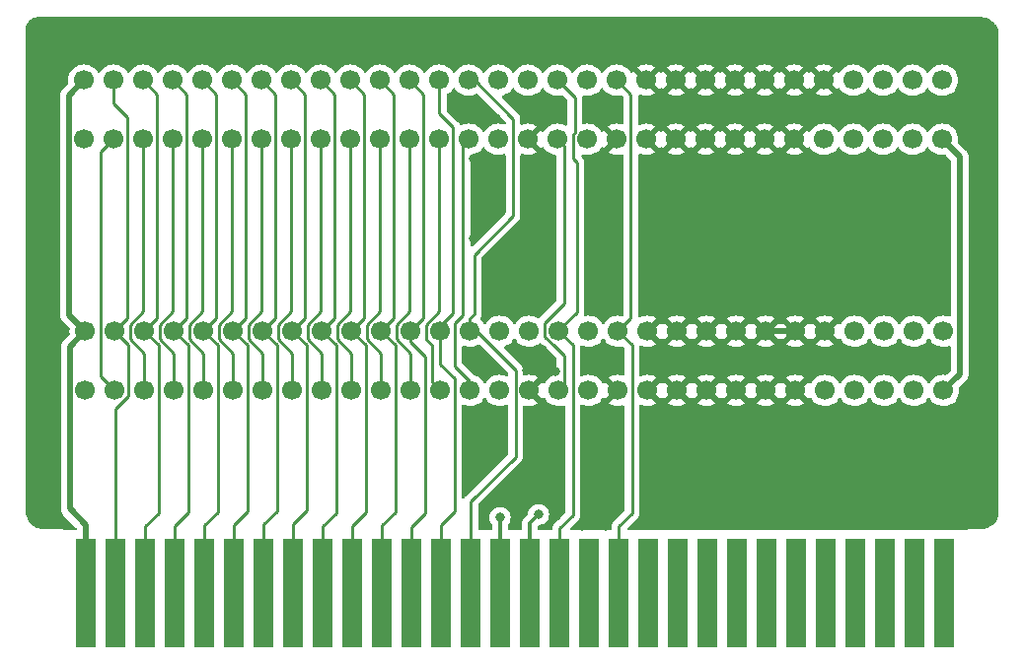
<source format=gbl>
G04 #@! TF.GenerationSoftware,KiCad,Pcbnew,7.0.6*
G04 #@! TF.CreationDate,2023-10-15T21:53:03+09:00*
G04 #@! TF.ProjectId,NES_MAmi_Ext,4e45535f-4d41-46d6-995f-4578742e6b69,rev?*
G04 #@! TF.SameCoordinates,Original*
G04 #@! TF.FileFunction,Copper,L2,Bot*
G04 #@! TF.FilePolarity,Positive*
%FSLAX46Y46*%
G04 Gerber Fmt 4.6, Leading zero omitted, Abs format (unit mm)*
G04 Created by KiCad (PCBNEW 7.0.6) date 2023-10-15 21:53:03*
%MOMM*%
%LPD*%
G01*
G04 APERTURE LIST*
G04 #@! TA.AperFunction,ComponentPad*
%ADD10C,1.700000*%
G04 #@! TD*
G04 #@! TA.AperFunction,SMDPad,CuDef*
%ADD11R,1.700000X9.300000*%
G04 #@! TD*
G04 #@! TA.AperFunction,ViaPad*
%ADD12C,0.800000*%
G04 #@! TD*
G04 #@! TA.AperFunction,Conductor*
%ADD13C,0.500000*%
G04 #@! TD*
G04 #@! TA.AperFunction,Conductor*
%ADD14C,0.350000*%
G04 #@! TD*
G04 #@! TA.AperFunction,Conductor*
%ADD15C,0.250000*%
G04 #@! TD*
G04 APERTURE END LIST*
D10*
G04 #@! TO.P,VRC_CART2,1,Pin_1*
G04 #@! TO.N,GND*
X111500000Y-114369800D03*
G04 #@! TO.P,VRC_CART2,2,Pin_2*
G04 #@! TO.N,CPU A11*
X114040000Y-114369800D03*
G04 #@! TO.P,VRC_CART2,3,Pin_3*
G04 #@! TO.N,CPU A10*
X116580000Y-114369800D03*
G04 #@! TO.P,VRC_CART2,4,Pin_4*
G04 #@! TO.N,CPU A09*
X119120000Y-114369800D03*
G04 #@! TO.P,VRC_CART2,5,Pin_5*
G04 #@! TO.N,CPU A08*
X121660000Y-114369800D03*
G04 #@! TO.P,VRC_CART2,6,Pin_6*
G04 #@! TO.N,CPU A07*
X124200000Y-114369800D03*
G04 #@! TO.P,VRC_CART2,7,Pin_7*
G04 #@! TO.N,CPU A06*
X126740000Y-114369800D03*
G04 #@! TO.P,VRC_CART2,8,Pin_8*
G04 #@! TO.N,CPU A05*
X129280000Y-114369800D03*
G04 #@! TO.P,VRC_CART2,9,Pin_9*
G04 #@! TO.N,CPU A04*
X131820000Y-114369800D03*
G04 #@! TO.P,VRC_CART2,10,Pin_10*
G04 #@! TO.N,CPU A03*
X134360000Y-114369800D03*
G04 #@! TO.P,VRC_CART2,11,Pin_11*
G04 #@! TO.N,CPU A02*
X136900000Y-114369800D03*
G04 #@! TO.P,VRC_CART2,12,Pin_12*
G04 #@! TO.N,CPU A01*
X139440000Y-114369800D03*
G04 #@! TO.P,VRC_CART2,13,Pin_13*
G04 #@! TO.N,CPU A00*
X141980000Y-114369800D03*
G04 #@! TO.P,VRC_CART2,14,Pin_14*
G04 #@! TO.N,CPU R{slash}~{W}*
X144520000Y-114369800D03*
G04 #@! TO.P,VRC_CART2,15,Pin_15*
G04 #@! TO.N,unconnected-(VRC_CART2-Pin_15-Pad15)*
X147060000Y-114369800D03*
G04 #@! TO.P,VRC_CART2,16,Pin_16*
G04 #@! TO.N,GND*
X149600000Y-114369800D03*
G04 #@! TO.P,VRC_CART2,17,Pin_17*
G04 #@! TO.N,PPU ~{RD}*
X152140000Y-114369800D03*
G04 #@! TO.P,VRC_CART2,18,Pin_18*
G04 #@! TO.N,unconnected-(VRC_CART2-Pin_18-Pad18)*
X154680000Y-114369800D03*
G04 #@! TO.P,VRC_CART2,19,Pin_19*
G04 #@! TO.N,GND*
X157220000Y-114369800D03*
G04 #@! TO.P,VRC_CART2,20,Pin_20*
X159760000Y-114369800D03*
G04 #@! TO.P,VRC_CART2,21,Pin_21*
X162300000Y-114369800D03*
G04 #@! TO.P,VRC_CART2,22,Pin_22*
X164840000Y-114369800D03*
G04 #@! TO.P,VRC_CART2,23,Pin_23*
X167380000Y-114369800D03*
G04 #@! TO.P,VRC_CART2,24,Pin_24*
X169920000Y-114369800D03*
G04 #@! TO.P,VRC_CART2,25,Pin_25*
X172460000Y-114369800D03*
G04 #@! TO.P,VRC_CART2,26,Pin_26*
G04 #@! TO.N,unconnected-(VRC_CART2-Pin_26-Pad26)*
X175000000Y-114369800D03*
G04 #@! TO.P,VRC_CART2,27,Pin_27*
G04 #@! TO.N,unconnected-(VRC_CART2-Pin_27-Pad27)*
X177540000Y-114369800D03*
G04 #@! TO.P,VRC_CART2,28,Pin_28*
G04 #@! TO.N,unconnected-(VRC_CART2-Pin_28-Pad28)*
X180080000Y-114369800D03*
G04 #@! TO.P,VRC_CART2,29,Pin_29*
G04 #@! TO.N,unconnected-(VRC_CART2-Pin_29-Pad29)*
X182620000Y-114369800D03*
G04 #@! TO.P,VRC_CART2,30,Pin_30*
G04 #@! TO.N,VCC*
X185160000Y-114369800D03*
G04 #@! TO.P,VRC_CART2,31,Pin_31*
X111500000Y-109289800D03*
G04 #@! TO.P,VRC_CART2,32,Pin_32*
G04 #@! TO.N,CLK*
X114040000Y-109289800D03*
G04 #@! TO.P,VRC_CART2,33,Pin_33*
G04 #@! TO.N,CPU A12*
X116580000Y-109289800D03*
G04 #@! TO.P,VRC_CART2,34,Pin_34*
G04 #@! TO.N,CPU A13*
X119120000Y-109289800D03*
G04 #@! TO.P,VRC_CART2,35,Pin_35*
G04 #@! TO.N,CPU A14*
X121660000Y-109289800D03*
G04 #@! TO.P,VRC_CART2,36,Pin_36*
G04 #@! TO.N,CPU D7*
X124200000Y-109289800D03*
G04 #@! TO.P,VRC_CART2,37,Pin_37*
G04 #@! TO.N,CPU D6*
X126740000Y-109289800D03*
G04 #@! TO.P,VRC_CART2,38,Pin_38*
G04 #@! TO.N,CPU D5*
X129280000Y-109289800D03*
G04 #@! TO.P,VRC_CART2,39,Pin_39*
G04 #@! TO.N,CPU D4*
X131820000Y-109289800D03*
G04 #@! TO.P,VRC_CART2,40,Pin_40*
G04 #@! TO.N,CPU D3*
X134360000Y-109289800D03*
G04 #@! TO.P,VRC_CART2,41,Pin_41*
G04 #@! TO.N,CPU D2*
X136900000Y-109289800D03*
G04 #@! TO.P,VRC_CART2,42,Pin_42*
G04 #@! TO.N,CPU D1*
X139440000Y-109289800D03*
G04 #@! TO.P,VRC_CART2,43,Pin_43*
G04 #@! TO.N,CPU D0*
X141980000Y-109289800D03*
G04 #@! TO.P,VRC_CART2,44,Pin_44*
G04 #@! TO.N,~{ROMSEL}(~{A15}+~{CLK})*
X144520000Y-109289800D03*
G04 #@! TO.P,VRC_CART2,45,Pin_45*
G04 #@! TO.N,SOUND OUT1*
X147060000Y-109289800D03*
G04 #@! TO.P,VRC_CART2,46,Pin_46*
G04 #@! TO.N,SOUND OUT2*
X149600000Y-109289800D03*
G04 #@! TO.P,VRC_CART2,47,Pin_47*
G04 #@! TO.N,PPU ~{WR}*
X152140000Y-109289800D03*
G04 #@! TO.P,VRC_CART2,48,Pin_48*
G04 #@! TO.N,unconnected-(VRC_CART2-Pin_48-Pad48)*
X154680000Y-109289800D03*
G04 #@! TO.P,VRC_CART2,49,Pin_49*
G04 #@! TO.N,PPU ~{A13}*
X157220000Y-109289800D03*
G04 #@! TO.P,VRC_CART2,50,Pin_50*
G04 #@! TO.N,GND*
X159760000Y-109289800D03*
G04 #@! TO.P,VRC_CART2,51,Pin_51*
X162300000Y-109289800D03*
G04 #@! TO.P,VRC_CART2,52,Pin_52*
X164840000Y-109289800D03*
G04 #@! TO.P,VRC_CART2,53,Pin_53*
X167380000Y-109289800D03*
G04 #@! TO.P,VRC_CART2,54,Pin_54*
X169920000Y-109289800D03*
G04 #@! TO.P,VRC_CART2,55,Pin_55*
X172460000Y-109289800D03*
G04 #@! TO.P,VRC_CART2,56,Pin_56*
X175000000Y-109289800D03*
G04 #@! TO.P,VRC_CART2,57,Pin_57*
G04 #@! TO.N,unconnected-(VRC_CART2-Pin_57-Pad57)*
X177540000Y-109289800D03*
G04 #@! TO.P,VRC_CART2,58,Pin_58*
G04 #@! TO.N,unconnected-(VRC_CART2-Pin_58-Pad58)*
X180080000Y-109289800D03*
G04 #@! TO.P,VRC_CART2,59,Pin_59*
G04 #@! TO.N,unconnected-(VRC_CART2-Pin_59-Pad59)*
X182620000Y-109289800D03*
G04 #@! TO.P,VRC_CART2,60,Pin_60*
G04 #@! TO.N,unconnected-(VRC_CART2-Pin_60-Pad60)*
X185160000Y-109289800D03*
G04 #@! TD*
D11*
G04 #@! TO.P,MAMICART1,31,Pin_31*
G04 #@! TO.N,VCC*
X111570000Y-131789800D03*
G04 #@! TO.P,MAMICART1,32,Pin_32*
G04 #@! TO.N,CLK*
X114110000Y-131789800D03*
G04 #@! TO.P,MAMICART1,33,Pin_33*
G04 #@! TO.N,CPU A12*
X116650000Y-131789800D03*
G04 #@! TO.P,MAMICART1,34,Pin_34*
G04 #@! TO.N,CPU A13*
X119190000Y-131789800D03*
G04 #@! TO.P,MAMICART1,35,Pin_35*
G04 #@! TO.N,CPU A14*
X121730000Y-131789800D03*
G04 #@! TO.P,MAMICART1,36,Pin_36*
G04 #@! TO.N,CPU D7*
X124270000Y-131789800D03*
G04 #@! TO.P,MAMICART1,37,Pin_37*
G04 #@! TO.N,CPU D6*
X126810000Y-131789800D03*
G04 #@! TO.P,MAMICART1,38,Pin_38*
G04 #@! TO.N,CPU D5*
X129350000Y-131789800D03*
G04 #@! TO.P,MAMICART1,39,Pin_39*
G04 #@! TO.N,CPU D4*
X131890000Y-131789800D03*
G04 #@! TO.P,MAMICART1,40,Pin_40*
G04 #@! TO.N,CPU D3*
X134430000Y-131789800D03*
G04 #@! TO.P,MAMICART1,41,Pin_41*
G04 #@! TO.N,CPU D2*
X136970000Y-131789800D03*
G04 #@! TO.P,MAMICART1,42,Pin_42*
G04 #@! TO.N,CPU D1*
X139510000Y-131789800D03*
G04 #@! TO.P,MAMICART1,43,Pin_43*
G04 #@! TO.N,CPU D0*
X142050000Y-131789800D03*
G04 #@! TO.P,MAMICART1,44,Pin_44*
G04 #@! TO.N,~{ROMSEL}(~{A15}+~{CLK})*
X144590000Y-131789800D03*
G04 #@! TO.P,MAMICART1,45,Pin_45*
G04 #@! TO.N,SOUND IN1*
X147130000Y-131789800D03*
G04 #@! TO.P,MAMICART1,46,Pin_46*
G04 #@! TO.N,SOUND OUT2*
X149670000Y-131789800D03*
G04 #@! TO.P,MAMICART1,47,Pin_47*
G04 #@! TO.N,PPU ~{WR}*
X152210000Y-131789800D03*
G04 #@! TO.P,MAMICART1,48,Pin_48*
G04 #@! TO.N,unconnected-(MAMICART1-Pin_48-Pad48)*
X154750000Y-131789800D03*
G04 #@! TO.P,MAMICART1,49,Pin_49*
G04 #@! TO.N,PPU ~{A13}*
X157290000Y-131789800D03*
G04 #@! TO.P,MAMICART1,50,Pin_50*
G04 #@! TO.N,unconnected-(MAMICART1-Pin_50-Pad50)*
X159830000Y-131789800D03*
G04 #@! TO.P,MAMICART1,51,Pin_51*
G04 #@! TO.N,unconnected-(MAMICART1-Pin_51-Pad51)*
X162370000Y-131789800D03*
G04 #@! TO.P,MAMICART1,52,Pin_52*
G04 #@! TO.N,unconnected-(MAMICART1-Pin_52-Pad52)*
X164910000Y-131789800D03*
G04 #@! TO.P,MAMICART1,53,Pin_53*
G04 #@! TO.N,unconnected-(MAMICART1-Pin_53-Pad53)*
X167450000Y-131789800D03*
G04 #@! TO.P,MAMICART1,54,Pin_54*
G04 #@! TO.N,unconnected-(MAMICART1-Pin_54-Pad54)*
X169990000Y-131789800D03*
G04 #@! TO.P,MAMICART1,55,Pin_55*
G04 #@! TO.N,unconnected-(MAMICART1-Pin_55-Pad55)*
X172530000Y-131789800D03*
G04 #@! TO.P,MAMICART1,56,Pin_56*
G04 #@! TO.N,unconnected-(MAMICART1-Pin_56-Pad56)*
X175070000Y-131789800D03*
G04 #@! TO.P,MAMICART1,57,Pin_57*
G04 #@! TO.N,unconnected-(MAMICART1-Pin_57-Pad57)*
X177610000Y-131789800D03*
G04 #@! TO.P,MAMICART1,58,Pin_58*
G04 #@! TO.N,unconnected-(MAMICART1-Pin_58-Pad58)*
X180150000Y-131789800D03*
G04 #@! TO.P,MAMICART1,59,Pin_59*
G04 #@! TO.N,unconnected-(MAMICART1-Pin_59-Pad59)*
X182690000Y-131789800D03*
G04 #@! TO.P,MAMICART1,60,Pin_60*
G04 #@! TO.N,unconnected-(MAMICART1-Pin_60-Pad60)*
X185230000Y-131789800D03*
G04 #@! TD*
D10*
G04 #@! TO.P,VRC_CART1,1,Pin_1*
G04 #@! TO.N,GND*
X111400000Y-92789800D03*
G04 #@! TO.P,VRC_CART1,2,Pin_2*
G04 #@! TO.N,CPU A11*
X113940000Y-92789800D03*
G04 #@! TO.P,VRC_CART1,3,Pin_3*
G04 #@! TO.N,CPU A10*
X116480000Y-92789800D03*
G04 #@! TO.P,VRC_CART1,4,Pin_4*
G04 #@! TO.N,CPU A09*
X119020000Y-92789800D03*
G04 #@! TO.P,VRC_CART1,5,Pin_5*
G04 #@! TO.N,CPU A08*
X121560000Y-92789800D03*
G04 #@! TO.P,VRC_CART1,6,Pin_6*
G04 #@! TO.N,CPU A07*
X124100000Y-92789800D03*
G04 #@! TO.P,VRC_CART1,7,Pin_7*
G04 #@! TO.N,CPU A06*
X126640000Y-92789800D03*
G04 #@! TO.P,VRC_CART1,8,Pin_8*
G04 #@! TO.N,CPU A05*
X129180000Y-92789800D03*
G04 #@! TO.P,VRC_CART1,9,Pin_9*
G04 #@! TO.N,CPU A04*
X131720000Y-92789800D03*
G04 #@! TO.P,VRC_CART1,10,Pin_10*
G04 #@! TO.N,CPU A03*
X134260000Y-92789800D03*
G04 #@! TO.P,VRC_CART1,11,Pin_11*
G04 #@! TO.N,CPU A02*
X136800000Y-92789800D03*
G04 #@! TO.P,VRC_CART1,12,Pin_12*
G04 #@! TO.N,CPU A01*
X139340000Y-92789800D03*
G04 #@! TO.P,VRC_CART1,13,Pin_13*
G04 #@! TO.N,CPU A00*
X141880000Y-92789800D03*
G04 #@! TO.P,VRC_CART1,14,Pin_14*
G04 #@! TO.N,CPU R{slash}~{W}*
X144420000Y-92789800D03*
G04 #@! TO.P,VRC_CART1,15,Pin_15*
G04 #@! TO.N,unconnected-(VRC_CART1-Pin_15-Pad15)*
X146960000Y-92789800D03*
G04 #@! TO.P,VRC_CART1,16,Pin_16*
G04 #@! TO.N,GND*
X149500000Y-92789800D03*
G04 #@! TO.P,VRC_CART1,17,Pin_17*
G04 #@! TO.N,PPU ~{RD}*
X152040000Y-92789800D03*
G04 #@! TO.P,VRC_CART1,18,Pin_18*
G04 #@! TO.N,unconnected-(VRC_CART1-Pin_18-Pad18)*
X154580000Y-92789800D03*
G04 #@! TO.P,VRC_CART1,19,Pin_19*
G04 #@! TO.N,GND*
X157120000Y-92789800D03*
G04 #@! TO.P,VRC_CART1,20,Pin_20*
X159660000Y-92789800D03*
G04 #@! TO.P,VRC_CART1,21,Pin_21*
X162200000Y-92789800D03*
G04 #@! TO.P,VRC_CART1,22,Pin_22*
X164740000Y-92789800D03*
G04 #@! TO.P,VRC_CART1,23,Pin_23*
X167280000Y-92789800D03*
G04 #@! TO.P,VRC_CART1,24,Pin_24*
X169820000Y-92789800D03*
G04 #@! TO.P,VRC_CART1,25,Pin_25*
X172360000Y-92789800D03*
G04 #@! TO.P,VRC_CART1,26,Pin_26*
G04 #@! TO.N,unconnected-(VRC_CART1-Pin_26-Pad26)*
X174900000Y-92789800D03*
G04 #@! TO.P,VRC_CART1,27,Pin_27*
G04 #@! TO.N,unconnected-(VRC_CART1-Pin_27-Pad27)*
X177440000Y-92789800D03*
G04 #@! TO.P,VRC_CART1,28,Pin_28*
G04 #@! TO.N,unconnected-(VRC_CART1-Pin_28-Pad28)*
X179980000Y-92789800D03*
G04 #@! TO.P,VRC_CART1,29,Pin_29*
G04 #@! TO.N,unconnected-(VRC_CART1-Pin_29-Pad29)*
X182520000Y-92789800D03*
G04 #@! TO.P,VRC_CART1,30,Pin_30*
G04 #@! TO.N,VCC*
X185060000Y-92789800D03*
G04 #@! TO.P,VRC_CART1,31,Pin_31*
X111400000Y-87709800D03*
G04 #@! TO.P,VRC_CART1,32,Pin_32*
G04 #@! TO.N,CLK*
X113940000Y-87709800D03*
G04 #@! TO.P,VRC_CART1,33,Pin_33*
G04 #@! TO.N,CPU A12*
X116480000Y-87709800D03*
G04 #@! TO.P,VRC_CART1,34,Pin_34*
G04 #@! TO.N,CPU A13*
X119020000Y-87709800D03*
G04 #@! TO.P,VRC_CART1,35,Pin_35*
G04 #@! TO.N,CPU A14*
X121560000Y-87709800D03*
G04 #@! TO.P,VRC_CART1,36,Pin_36*
G04 #@! TO.N,CPU D7*
X124100000Y-87709800D03*
G04 #@! TO.P,VRC_CART1,37,Pin_37*
G04 #@! TO.N,CPU D6*
X126640000Y-87709800D03*
G04 #@! TO.P,VRC_CART1,38,Pin_38*
G04 #@! TO.N,CPU D5*
X129180000Y-87709800D03*
G04 #@! TO.P,VRC_CART1,39,Pin_39*
G04 #@! TO.N,CPU D4*
X131720000Y-87709800D03*
G04 #@! TO.P,VRC_CART1,40,Pin_40*
G04 #@! TO.N,CPU D3*
X134260000Y-87709800D03*
G04 #@! TO.P,VRC_CART1,41,Pin_41*
G04 #@! TO.N,CPU D2*
X136800000Y-87709800D03*
G04 #@! TO.P,VRC_CART1,42,Pin_42*
G04 #@! TO.N,CPU D1*
X139340000Y-87709800D03*
G04 #@! TO.P,VRC_CART1,43,Pin_43*
G04 #@! TO.N,CPU D0*
X141880000Y-87709800D03*
G04 #@! TO.P,VRC_CART1,44,Pin_44*
G04 #@! TO.N,~{ROMSEL}(~{A15}+~{CLK})*
X144420000Y-87709800D03*
G04 #@! TO.P,VRC_CART1,45,Pin_45*
G04 #@! TO.N,SOUND IN1*
X146960000Y-87709800D03*
G04 #@! TO.P,VRC_CART1,46,Pin_46*
G04 #@! TO.N,SOUND OUT1*
X149500000Y-87709800D03*
G04 #@! TO.P,VRC_CART1,47,Pin_47*
G04 #@! TO.N,PPU ~{WR}*
X152040000Y-87709800D03*
G04 #@! TO.P,VRC_CART1,48,Pin_48*
G04 #@! TO.N,unconnected-(VRC_CART1-Pin_48-Pad48)*
X154580000Y-87709800D03*
G04 #@! TO.P,VRC_CART1,49,Pin_49*
G04 #@! TO.N,PPU ~{A13}*
X157120000Y-87709800D03*
G04 #@! TO.P,VRC_CART1,50,Pin_50*
G04 #@! TO.N,GND*
X159660000Y-87709800D03*
G04 #@! TO.P,VRC_CART1,51,Pin_51*
X162200000Y-87709800D03*
G04 #@! TO.P,VRC_CART1,52,Pin_52*
X164740000Y-87709800D03*
G04 #@! TO.P,VRC_CART1,53,Pin_53*
X167280000Y-87709800D03*
G04 #@! TO.P,VRC_CART1,54,Pin_54*
X169820000Y-87709800D03*
G04 #@! TO.P,VRC_CART1,55,Pin_55*
X172360000Y-87709800D03*
G04 #@! TO.P,VRC_CART1,56,Pin_56*
X174900000Y-87709800D03*
G04 #@! TO.P,VRC_CART1,57,Pin_57*
G04 #@! TO.N,unconnected-(VRC_CART1-Pin_57-Pad57)*
X177440000Y-87709800D03*
G04 #@! TO.P,VRC_CART1,58,Pin_58*
G04 #@! TO.N,unconnected-(VRC_CART1-Pin_58-Pad58)*
X179980000Y-87709800D03*
G04 #@! TO.P,VRC_CART1,59,Pin_59*
G04 #@! TO.N,unconnected-(VRC_CART1-Pin_59-Pad59)*
X182520000Y-87709800D03*
G04 #@! TO.P,VRC_CART1,60,Pin_60*
G04 #@! TO.N,unconnected-(VRC_CART1-Pin_60-Pad60)*
X185060000Y-87709800D03*
G04 #@! TD*
D12*
G04 #@! TO.N,GND*
X185300000Y-112489800D03*
X154100000Y-125989800D03*
X159500000Y-107389800D03*
X147200000Y-116189800D03*
X107400000Y-83189800D03*
X159500000Y-94689800D03*
X154400000Y-111889800D03*
X156200000Y-125989800D03*
X144800000Y-101289800D03*
X157350000Y-111889800D03*
X159500000Y-90389800D03*
X149400000Y-112689800D03*
X151900000Y-125189800D03*
X159500000Y-111889800D03*
X151850000Y-112739800D03*
X185200000Y-107189800D03*
X114800000Y-86089800D03*
X146800000Y-90989800D03*
X146900000Y-112589800D03*
X146800000Y-106389800D03*
X145800000Y-125889800D03*
X144500000Y-111489800D03*
X184400000Y-89589800D03*
X152100000Y-90289800D03*
X184400000Y-85989800D03*
X186600000Y-125889800D03*
X185100000Y-94889800D03*
X144600000Y-90289800D03*
X144800000Y-94489800D03*
X157300000Y-116189800D03*
X150750000Y-110839800D03*
X154400000Y-116189800D03*
X149500000Y-94689800D03*
X147100000Y-98889800D03*
X148000000Y-89189800D03*
X155800000Y-89089800D03*
X148200000Y-110689800D03*
X149600000Y-116289800D03*
X144500000Y-116289800D03*
X147100000Y-94689800D03*
X108900000Y-125689800D03*
X188600000Y-83489800D03*
X155900000Y-107789800D03*
X149500000Y-90989800D03*
X148500000Y-107789800D03*
X185300000Y-111089800D03*
X148650000Y-125189800D03*
X143000000Y-89639800D03*
X183800000Y-115889800D03*
X183700000Y-91289800D03*
X149600000Y-103389800D03*
X159100000Y-125889800D03*
X152100000Y-116289800D03*
X144300000Y-122689800D03*
X159500000Y-116189800D03*
G04 #@! TO.N,SOUND IN1*
X147100000Y-125289800D03*
G04 #@! TO.N,SOUND OUT2*
X150400000Y-125039800D03*
G04 #@! TD*
D13*
G04 #@! TO.N,VCC*
X110151400Y-124541200D02*
X111570000Y-125959800D01*
X111500000Y-109289800D02*
X110151400Y-110638400D01*
X186540900Y-112988900D02*
X186540900Y-94270700D01*
X110098200Y-89011600D02*
X111400000Y-87709800D01*
X110098200Y-107888000D02*
X110098200Y-89011600D01*
X110151400Y-110638400D02*
X110151400Y-124541200D01*
X111500000Y-109289800D02*
X110098200Y-107888000D01*
X185160000Y-114369800D02*
X186540900Y-112988900D01*
X186540900Y-94270700D02*
X185060000Y-92789800D01*
X111570000Y-125959800D02*
X111570000Y-131789800D01*
G04 #@! TO.N,GND*
X172460000Y-109289800D02*
X172360000Y-109189800D01*
X172260000Y-109289800D02*
X172360000Y-109189800D01*
X169920000Y-109289800D02*
X172260000Y-109289800D01*
D14*
G04 #@! TO.N,SOUND IN1*
X147130000Y-125319800D02*
X147130000Y-131789800D01*
X147100000Y-125289800D02*
X147130000Y-125319800D01*
G04 #@! TO.N,SOUND OUT2*
X150400000Y-125039800D02*
X149670000Y-125769800D01*
X149670000Y-125769800D02*
X149670000Y-131789800D01*
D15*
G04 #@! TO.N,PPU ~{A13}*
X157220000Y-109289800D02*
X158316900Y-108192900D01*
X158415000Y-110484800D02*
X157220000Y-109289800D01*
X158316900Y-88906700D02*
X157120000Y-87709800D01*
X158415000Y-124937452D02*
X158415000Y-110484800D01*
X157290000Y-126062452D02*
X158415000Y-124937452D01*
X157290000Y-131789800D02*
X157290000Y-126062452D01*
X158316900Y-108192900D02*
X158316900Y-88906700D01*
G04 #@! TO.N,PPU ~{RD}*
X152140000Y-114369800D02*
X152600000Y-113909800D01*
X152600000Y-93349800D02*
X152040000Y-92789800D01*
X152600000Y-106889800D02*
X152600000Y-93349800D01*
X150935100Y-109746601D02*
X150935100Y-108554700D01*
X152600000Y-111364495D02*
X151700305Y-110464800D01*
X150935100Y-108554700D02*
X152600000Y-106889800D01*
X151700305Y-110464800D02*
X151653299Y-110464800D01*
X152600000Y-113909800D02*
X152600000Y-111364495D01*
X151653299Y-110464800D02*
X150935100Y-109746601D01*
G04 #@! TO.N,CPU R{slash}~{W}*
X143200000Y-112289800D02*
X143200000Y-108589800D01*
X144520000Y-113609800D02*
X143200000Y-112289800D01*
X144520000Y-114369800D02*
X144520000Y-113609800D01*
X143900000Y-93309800D02*
X144420000Y-92789800D01*
X143900000Y-107889800D02*
X143900000Y-93309800D01*
X143200000Y-108589800D02*
X143900000Y-107889800D01*
G04 #@! TO.N,CPU A11*
X112843100Y-93886700D02*
X113940000Y-92789800D01*
X114040000Y-114369800D02*
X112843100Y-113172900D01*
X112843100Y-113172900D02*
X112843100Y-93886700D01*
G04 #@! TO.N,CPU A10*
X115367200Y-109980300D02*
X115367200Y-108720000D01*
X116580000Y-111193100D02*
X115367200Y-109980300D01*
X116580000Y-114369800D02*
X116580000Y-111193100D01*
X116480000Y-107607200D02*
X116480000Y-92789800D01*
X115367200Y-108720000D02*
X116480000Y-107607200D01*
G04 #@! TO.N,CPU A09*
X119020000Y-107607200D02*
X119020000Y-92789800D01*
X119120000Y-111193100D02*
X117907200Y-109980300D01*
X117907200Y-109980300D02*
X117907200Y-108720000D01*
X119120000Y-114369800D02*
X119120000Y-111193100D01*
X117907200Y-108720000D02*
X119020000Y-107607200D01*
G04 #@! TO.N,CPU A08*
X121660000Y-114369800D02*
X121660000Y-111193100D01*
X121660000Y-111193100D02*
X120447200Y-109980300D01*
X121560000Y-107607200D02*
X121560000Y-92789800D01*
X120447200Y-108720000D02*
X121560000Y-107607200D01*
X120447200Y-109980300D02*
X120447200Y-108720000D01*
G04 #@! TO.N,CPU A07*
X124100000Y-107607200D02*
X124100000Y-92789800D01*
X122987200Y-109980300D02*
X122987200Y-108720000D01*
X124200000Y-111193100D02*
X122987200Y-109980300D01*
X124200000Y-114369800D02*
X124200000Y-111193100D01*
X122987200Y-108720000D02*
X124100000Y-107607200D01*
G04 #@! TO.N,CPU A06*
X126740000Y-114369800D02*
X126740000Y-111193100D01*
X125527200Y-108720000D02*
X126640000Y-107607200D01*
X126640000Y-107607200D02*
X126640000Y-92789800D01*
X126740000Y-111193100D02*
X125527200Y-109980300D01*
X125527200Y-109980300D02*
X125527200Y-108720000D01*
G04 #@! TO.N,CPU A05*
X129180000Y-107607200D02*
X129180000Y-92789800D01*
X129280000Y-111193100D02*
X128067200Y-109980300D01*
X128067200Y-109980300D02*
X128067200Y-108720000D01*
X129280000Y-114369800D02*
X129280000Y-111193100D01*
X128067200Y-108720000D02*
X129180000Y-107607200D01*
G04 #@! TO.N,CPU A04*
X130607200Y-108720000D02*
X131720000Y-107607200D01*
X131820000Y-111193100D02*
X130607200Y-109980300D01*
X131820000Y-114369800D02*
X131820000Y-111193100D01*
X131720000Y-107607200D02*
X131720000Y-92789800D01*
X130607200Y-109980300D02*
X130607200Y-108720000D01*
G04 #@! TO.N,CPU A03*
X133147200Y-109980300D02*
X133147200Y-108720000D01*
X134360000Y-114369800D02*
X134360000Y-111193100D01*
X134360000Y-111193100D02*
X133147200Y-109980300D01*
X133147200Y-108720000D02*
X134260000Y-107607200D01*
X134260000Y-107607200D02*
X134260000Y-92789800D01*
G04 #@! TO.N,CPU A02*
X135687200Y-108720000D02*
X136800000Y-107607200D01*
X135687200Y-109980300D02*
X135687200Y-108720000D01*
X136900000Y-114369800D02*
X136900000Y-111193100D01*
X136900000Y-111193100D02*
X135687200Y-109980300D01*
X136800000Y-107607200D02*
X136800000Y-92789800D01*
G04 #@! TO.N,CPU A01*
X139340000Y-107607200D02*
X139340000Y-92789800D01*
X138227200Y-108720000D02*
X139340000Y-107607200D01*
X138227200Y-109980300D02*
X138227200Y-108720000D01*
X139440000Y-114369800D02*
X139440000Y-111193100D01*
X139440000Y-111193100D02*
X138227200Y-109980300D01*
G04 #@! TO.N,CPU A00*
X140767200Y-108720000D02*
X141880000Y-107607200D01*
X141980000Y-114369800D02*
X141300000Y-113689800D01*
X141880000Y-107607200D02*
X141880000Y-92789800D01*
X140767200Y-109980300D02*
X140767200Y-108720000D01*
X141300000Y-110513100D02*
X140767200Y-109980300D01*
X141300000Y-113689800D02*
X141300000Y-110513100D01*
G04 #@! TO.N,CPU A12*
X116650000Y-131789800D02*
X116650000Y-126039800D01*
X117676900Y-108192900D02*
X117676900Y-88906700D01*
X117775000Y-124914800D02*
X117775000Y-110484800D01*
X116580000Y-109289800D02*
X117676900Y-108192900D01*
X117676900Y-88906700D02*
X116480000Y-87709800D01*
X117775000Y-110484800D02*
X116580000Y-109289800D01*
X116650000Y-126039800D02*
X117775000Y-124914800D01*
G04 #@! TO.N,CPU A13*
X120216900Y-108192900D02*
X120216900Y-88906700D01*
X119190000Y-131789800D02*
X119190000Y-125999800D01*
X119120000Y-109289800D02*
X120216900Y-108192900D01*
X120315000Y-110484800D02*
X119120000Y-109289800D01*
X119190000Y-125999800D02*
X120315000Y-124874800D01*
X120315000Y-124874800D02*
X120315000Y-110484800D01*
X120216900Y-88906700D02*
X119020000Y-87709800D01*
G04 #@! TO.N,CPU A14*
X122855000Y-124834800D02*
X122855000Y-110484800D01*
X122855000Y-110484800D02*
X121660000Y-109289800D01*
X122756900Y-108192900D02*
X122756900Y-88906700D01*
X121730000Y-131789800D02*
X121730000Y-125959800D01*
X121660000Y-109289800D02*
X122756900Y-108192900D01*
X122756900Y-88906700D02*
X121560000Y-87709800D01*
X121730000Y-125959800D02*
X122855000Y-124834800D01*
G04 #@! TO.N,CPU D7*
X125395000Y-110484800D02*
X124200000Y-109289800D01*
X125296900Y-88906700D02*
X124100000Y-87709800D01*
X125395000Y-124794800D02*
X125395000Y-110484800D01*
X124270000Y-131789800D02*
X124270000Y-125919800D01*
X124270000Y-125919800D02*
X125395000Y-124794800D01*
X124200000Y-109289800D02*
X125296900Y-108192900D01*
X125296900Y-108192900D02*
X125296900Y-88906700D01*
G04 #@! TO.N,CPU D6*
X127836900Y-88906700D02*
X126640000Y-87709800D01*
X126810000Y-131789800D02*
X126810000Y-125879800D01*
X126740000Y-109289800D02*
X127836900Y-108192900D01*
X127935000Y-110484800D02*
X126740000Y-109289800D01*
X126810000Y-125879800D02*
X127935000Y-124754800D01*
X127935000Y-124754800D02*
X127935000Y-110484800D01*
X127836900Y-108192900D02*
X127836900Y-88906700D01*
G04 #@! TO.N,CPU D5*
X129350000Y-131789800D02*
X129350000Y-125839800D01*
X130475000Y-124714800D02*
X130475000Y-110484800D01*
X130376900Y-108192900D02*
X130376900Y-88906700D01*
X129350000Y-125839800D02*
X130475000Y-124714800D01*
X129280000Y-109289800D02*
X130376900Y-108192900D01*
X130376900Y-88906700D02*
X129180000Y-87709800D01*
X130475000Y-110484800D02*
X129280000Y-109289800D01*
G04 #@! TO.N,CPU D4*
X132916900Y-88906700D02*
X131720000Y-87709800D01*
X133015000Y-110484800D02*
X131820000Y-109289800D01*
X133015000Y-124924800D02*
X133015000Y-110484800D01*
X132916900Y-108192900D02*
X132916900Y-88906700D01*
X131820000Y-109289800D02*
X132916900Y-108192900D01*
X131890000Y-126049800D02*
X133015000Y-124924800D01*
X131890000Y-131789800D02*
X131890000Y-126049800D01*
G04 #@! TO.N,CPU D3*
X134430000Y-126009800D02*
X135555000Y-124884800D01*
X135555000Y-110484800D02*
X134360000Y-109289800D01*
X135456900Y-88906700D02*
X134260000Y-87709800D01*
X135555000Y-124884800D02*
X135555000Y-110484800D01*
X135456900Y-108192900D02*
X135456900Y-88906700D01*
X134430000Y-131789800D02*
X134430000Y-126009800D01*
X134360000Y-109289800D02*
X135456900Y-108192900D01*
G04 #@! TO.N,CPU D2*
X136900000Y-109289800D02*
X137996900Y-108192900D01*
X136970000Y-125969800D02*
X138095000Y-124844800D01*
X137996900Y-88906700D02*
X136800000Y-87709800D01*
X138095000Y-124844800D02*
X138095000Y-110484800D01*
X137996900Y-108192900D02*
X137996900Y-88906700D01*
X136970000Y-131789800D02*
X136970000Y-125969800D01*
X138095000Y-110484800D02*
X136900000Y-109289800D01*
G04 #@! TO.N,CPU D1*
X139440000Y-110229800D02*
X139440000Y-109289800D01*
X140635000Y-111424800D02*
X139440000Y-110229800D01*
X140635000Y-124954800D02*
X140635000Y-111424800D01*
X140536900Y-88906700D02*
X139340000Y-87709800D01*
X140536900Y-108192900D02*
X140536900Y-88906700D01*
X139440000Y-109289800D02*
X140536900Y-108192900D01*
X139510000Y-126079800D02*
X140635000Y-124954800D01*
X139510000Y-131789800D02*
X139510000Y-126079800D01*
G04 #@! TO.N,CPU D0*
X141880000Y-90569800D02*
X141880000Y-87709800D01*
X141980000Y-108809800D02*
X143076900Y-107712900D01*
X142050000Y-125924163D02*
X143175000Y-124799163D01*
X142050000Y-131789800D02*
X142050000Y-125924163D01*
X143076900Y-91766700D02*
X141880000Y-90569800D01*
X143175000Y-124799163D02*
X143175000Y-113364800D01*
X143175000Y-113364800D02*
X141980000Y-112169800D01*
X141980000Y-112169800D02*
X141980000Y-109289800D01*
X143076900Y-107712900D02*
X143076900Y-91766700D01*
X141980000Y-109289800D02*
X141980000Y-108809800D01*
G04 #@! TO.N,PPU ~{WR}*
X153405000Y-92303099D02*
X153500000Y-92208099D01*
X153405000Y-94484800D02*
X153405000Y-92303099D01*
X153335000Y-110484800D02*
X152140000Y-109289800D01*
X153675000Y-94754800D02*
X153405000Y-94484800D01*
X153335000Y-125104800D02*
X153335000Y-110484800D01*
X153675000Y-107634800D02*
X153675000Y-94754800D01*
X153500000Y-92208099D02*
X153500000Y-89169800D01*
X152140000Y-109289800D02*
X152140000Y-109169800D01*
X152140000Y-109169800D02*
X153675000Y-107634800D01*
X152210000Y-126229800D02*
X153335000Y-125104800D01*
X152210000Y-131789800D02*
X152210000Y-126229800D01*
X153500000Y-89169800D02*
X152040000Y-87709800D01*
G04 #@! TO.N,CLK*
X113940000Y-89729800D02*
X113940000Y-87709800D01*
X115215000Y-110464800D02*
X114040000Y-109289800D01*
X114040000Y-109289800D02*
X115136900Y-108192900D01*
X115215000Y-114856501D02*
X115215000Y-110464800D01*
X114110000Y-131789800D02*
X114110000Y-115961501D01*
X114110000Y-115961501D02*
X115215000Y-114856501D01*
X115136900Y-108192900D02*
X115136900Y-90926700D01*
X115136900Y-90926700D02*
X113940000Y-89729800D01*
G04 #@! TO.N,~{ROMSEL}(~{A15}+~{CLK})*
X144520000Y-108143596D02*
X144873796Y-107789800D01*
X144882653Y-87709800D02*
X144420000Y-87709800D01*
X144590000Y-131789800D02*
X144590000Y-123899800D01*
X145100000Y-109289800D02*
X144520000Y-109289800D01*
X148200000Y-91027147D02*
X144882653Y-87709800D01*
X144590000Y-123899800D02*
X148425000Y-120064800D01*
X144520000Y-109289800D02*
X144520000Y-108143596D01*
X148200000Y-99389800D02*
X148200000Y-91027147D01*
X148425000Y-112614800D02*
X145100000Y-109289800D01*
X148425000Y-120064800D02*
X148425000Y-112614800D01*
X144873796Y-102716004D02*
X148200000Y-99389800D01*
X144873796Y-107789800D02*
X144873796Y-102716004D01*
G04 #@! TD*
G04 #@! TA.AperFunction,Conductor*
G04 #@! TO.N,GND*
G36*
X188402208Y-82290457D02*
G01*
X188604561Y-82304930D01*
X188622063Y-82307447D01*
X188813797Y-82349155D01*
X188830755Y-82354134D01*
X189014609Y-82422709D01*
X189030701Y-82430059D01*
X189202904Y-82524088D01*
X189217784Y-82533649D01*
X189359395Y-82639659D01*
X189374867Y-82651241D01*
X189388237Y-82662827D01*
X189526972Y-82801562D01*
X189538558Y-82814932D01*
X189638135Y-82947951D01*
X189656146Y-82972010D01*
X189665711Y-82986895D01*
X189759740Y-83159098D01*
X189767090Y-83175190D01*
X189835662Y-83359036D01*
X189840646Y-83376012D01*
X189882351Y-83567731D01*
X189884869Y-83585242D01*
X189899342Y-83787588D01*
X189899500Y-83792012D01*
X189899500Y-124723909D01*
X189899499Y-124787587D01*
X189899341Y-124792011D01*
X189884869Y-124994356D01*
X189882351Y-125011868D01*
X189840646Y-125203587D01*
X189835662Y-125220563D01*
X189767090Y-125404409D01*
X189759740Y-125420501D01*
X189665711Y-125592704D01*
X189656146Y-125607589D01*
X189538558Y-125764667D01*
X189526972Y-125778037D01*
X189388237Y-125916772D01*
X189374867Y-125928358D01*
X189217789Y-126045946D01*
X189202904Y-126055511D01*
X189030701Y-126149540D01*
X189014609Y-126156890D01*
X188830763Y-126225462D01*
X188813787Y-126230446D01*
X188622068Y-126272151D01*
X188604557Y-126274669D01*
X188423733Y-126287602D01*
X188402208Y-126289142D01*
X188397786Y-126289300D01*
X187471961Y-126289300D01*
X187328039Y-126289300D01*
X187328036Y-126289300D01*
X187328034Y-126289301D01*
X187301842Y-126296990D01*
X187284568Y-126300748D01*
X187257544Y-126304634D01*
X187257541Y-126304635D01*
X187232710Y-126315975D01*
X187216141Y-126322155D01*
X187203171Y-126325963D01*
X187189947Y-126329847D01*
X187189945Y-126329847D01*
X187189945Y-126329848D01*
X187166982Y-126344605D01*
X187151461Y-126353080D01*
X187126628Y-126364421D01*
X187119167Y-126369217D01*
X187117322Y-126366346D01*
X187068758Y-126388535D01*
X187051091Y-126389800D01*
X158146604Y-126389800D01*
X158079565Y-126370115D01*
X158033810Y-126317311D01*
X158023866Y-126248153D01*
X158052891Y-126184597D01*
X158058923Y-126178119D01*
X158421724Y-125815318D01*
X158798788Y-125438253D01*
X158811042Y-125428438D01*
X158810859Y-125428216D01*
X158816866Y-125423244D01*
X158816877Y-125423238D01*
X158849331Y-125388678D01*
X158864227Y-125372816D01*
X158874671Y-125362370D01*
X158885120Y-125351923D01*
X158889379Y-125346430D01*
X158893152Y-125342013D01*
X158925062Y-125308034D01*
X158934713Y-125290476D01*
X158945396Y-125274213D01*
X158957673Y-125258388D01*
X158976185Y-125215605D01*
X158978738Y-125210393D01*
X159001197Y-125169544D01*
X159006180Y-125150132D01*
X159012481Y-125131732D01*
X159020437Y-125113348D01*
X159027729Y-125067304D01*
X159028906Y-125061623D01*
X159040500Y-125016471D01*
X159040500Y-124996435D01*
X159042027Y-124977034D01*
X159042340Y-124975059D01*
X159045160Y-124957256D01*
X159040775Y-124910867D01*
X159040500Y-124905029D01*
X159040500Y-115718492D01*
X159060185Y-115651453D01*
X159112989Y-115605698D01*
X159182147Y-115595754D01*
X159216906Y-115606110D01*
X159296512Y-115643231D01*
X159296516Y-115643233D01*
X159524673Y-115704367D01*
X159524684Y-115704369D01*
X159759998Y-115724957D01*
X159760002Y-115724957D01*
X159995315Y-115704369D01*
X159995326Y-115704367D01*
X160223483Y-115643233D01*
X160223492Y-115643229D01*
X160437578Y-115543400D01*
X160437582Y-115543398D01*
X160521373Y-115484726D01*
X160521373Y-115484725D01*
X159892534Y-114855886D01*
X159902315Y-114854480D01*
X160033100Y-114794752D01*
X160141761Y-114700598D01*
X160219493Y-114579644D01*
X160243077Y-114499323D01*
X160874925Y-115131172D01*
X160928425Y-115054768D01*
X160983002Y-115011144D01*
X161052501Y-115003951D01*
X161114855Y-115035473D01*
X161131576Y-115054769D01*
X161185073Y-115131172D01*
X161816922Y-114499323D01*
X161840507Y-114579644D01*
X161918239Y-114700598D01*
X162026900Y-114794752D01*
X162157685Y-114854480D01*
X162167466Y-114855886D01*
X161538625Y-115484725D01*
X161622421Y-115543399D01*
X161836507Y-115643229D01*
X161836516Y-115643233D01*
X162064673Y-115704367D01*
X162064684Y-115704369D01*
X162299998Y-115724957D01*
X162300002Y-115724957D01*
X162535315Y-115704369D01*
X162535326Y-115704367D01*
X162763483Y-115643233D01*
X162763492Y-115643229D01*
X162977578Y-115543400D01*
X162977582Y-115543398D01*
X163061373Y-115484726D01*
X163061373Y-115484725D01*
X162432533Y-114855886D01*
X162442315Y-114854480D01*
X162573100Y-114794752D01*
X162681761Y-114700598D01*
X162759493Y-114579644D01*
X162783076Y-114499324D01*
X163414925Y-115131173D01*
X163468425Y-115054768D01*
X163523002Y-115011144D01*
X163592501Y-115003951D01*
X163654855Y-115035473D01*
X163671576Y-115054769D01*
X163725073Y-115131172D01*
X164356922Y-114499323D01*
X164380507Y-114579644D01*
X164458239Y-114700598D01*
X164566900Y-114794752D01*
X164697685Y-114854480D01*
X164707466Y-114855886D01*
X164078625Y-115484725D01*
X164162421Y-115543399D01*
X164376507Y-115643229D01*
X164376516Y-115643233D01*
X164604673Y-115704367D01*
X164604684Y-115704369D01*
X164839998Y-115724957D01*
X164840002Y-115724957D01*
X165075315Y-115704369D01*
X165075326Y-115704367D01*
X165303483Y-115643233D01*
X165303492Y-115643229D01*
X165517578Y-115543400D01*
X165517582Y-115543398D01*
X165601373Y-115484726D01*
X165601373Y-115484725D01*
X164972533Y-114855886D01*
X164982315Y-114854480D01*
X165113100Y-114794752D01*
X165221761Y-114700598D01*
X165299493Y-114579644D01*
X165323076Y-114499324D01*
X165954925Y-115131173D01*
X166008425Y-115054768D01*
X166063002Y-115011144D01*
X166132501Y-115003951D01*
X166194855Y-115035473D01*
X166211576Y-115054769D01*
X166265073Y-115131172D01*
X166896922Y-114499323D01*
X166920507Y-114579644D01*
X166998239Y-114700598D01*
X167106900Y-114794752D01*
X167237685Y-114854480D01*
X167247466Y-114855886D01*
X166618625Y-115484725D01*
X166702421Y-115543399D01*
X166916507Y-115643229D01*
X166916516Y-115643233D01*
X167144673Y-115704367D01*
X167144684Y-115704369D01*
X167379998Y-115724957D01*
X167380002Y-115724957D01*
X167615315Y-115704369D01*
X167615326Y-115704367D01*
X167843483Y-115643233D01*
X167843492Y-115643229D01*
X168057578Y-115543400D01*
X168057582Y-115543398D01*
X168141373Y-115484726D01*
X168141373Y-115484725D01*
X167512533Y-114855886D01*
X167522315Y-114854480D01*
X167653100Y-114794752D01*
X167761761Y-114700598D01*
X167839493Y-114579644D01*
X167863076Y-114499324D01*
X168494925Y-115131173D01*
X168548425Y-115054768D01*
X168603002Y-115011144D01*
X168672501Y-115003951D01*
X168734855Y-115035473D01*
X168751576Y-115054769D01*
X168805073Y-115131172D01*
X169436922Y-114499323D01*
X169460507Y-114579644D01*
X169538239Y-114700598D01*
X169646900Y-114794752D01*
X169777685Y-114854480D01*
X169787466Y-114855886D01*
X169158625Y-115484725D01*
X169242421Y-115543399D01*
X169456507Y-115643229D01*
X169456516Y-115643233D01*
X169684673Y-115704367D01*
X169684684Y-115704369D01*
X169919998Y-115724957D01*
X169920002Y-115724957D01*
X170155315Y-115704369D01*
X170155326Y-115704367D01*
X170383483Y-115643233D01*
X170383492Y-115643229D01*
X170597578Y-115543400D01*
X170597582Y-115543398D01*
X170681373Y-115484726D01*
X170681373Y-115484725D01*
X170052533Y-114855886D01*
X170062315Y-114854480D01*
X170193100Y-114794752D01*
X170301761Y-114700598D01*
X170379493Y-114579644D01*
X170403077Y-114499323D01*
X171034925Y-115131172D01*
X171088425Y-115054768D01*
X171143002Y-115011144D01*
X171212501Y-115003951D01*
X171274855Y-115035473D01*
X171291576Y-115054769D01*
X171345073Y-115131172D01*
X171976922Y-114499323D01*
X172000507Y-114579644D01*
X172078239Y-114700598D01*
X172186900Y-114794752D01*
X172317685Y-114854480D01*
X172327466Y-114855886D01*
X171698625Y-115484725D01*
X171782421Y-115543399D01*
X171996507Y-115643229D01*
X171996516Y-115643233D01*
X172224673Y-115704367D01*
X172224684Y-115704369D01*
X172459998Y-115724957D01*
X172460002Y-115724957D01*
X172695315Y-115704369D01*
X172695326Y-115704367D01*
X172923483Y-115643233D01*
X172923492Y-115643229D01*
X173137578Y-115543400D01*
X173137582Y-115543398D01*
X173221373Y-115484726D01*
X173221373Y-115484725D01*
X172592533Y-114855886D01*
X172602315Y-114854480D01*
X172733100Y-114794752D01*
X172841761Y-114700598D01*
X172919493Y-114579644D01*
X172943077Y-114499323D01*
X173574925Y-115131172D01*
X173628119Y-115055205D01*
X173682696Y-115011581D01*
X173752195Y-115004388D01*
X173814549Y-115035910D01*
X173831269Y-115055205D01*
X173961505Y-115241201D01*
X174128599Y-115408295D01*
X174225384Y-115476065D01*
X174322165Y-115543832D01*
X174322167Y-115543833D01*
X174322170Y-115543835D01*
X174536337Y-115643703D01*
X174536343Y-115643704D01*
X174536344Y-115643705D01*
X174582111Y-115655968D01*
X174764592Y-115704863D01*
X174952918Y-115721339D01*
X174999999Y-115725459D01*
X175000000Y-115725459D01*
X175000001Y-115725459D01*
X175039234Y-115722026D01*
X175235408Y-115704863D01*
X175463663Y-115643703D01*
X175677830Y-115543835D01*
X175871401Y-115408295D01*
X176038495Y-115241201D01*
X176168424Y-115055642D01*
X176223002Y-115012017D01*
X176292500Y-115004823D01*
X176354855Y-115036346D01*
X176371575Y-115055642D01*
X176501500Y-115241195D01*
X176501505Y-115241201D01*
X176668599Y-115408295D01*
X176765384Y-115476065D01*
X176862165Y-115543832D01*
X176862167Y-115543833D01*
X176862170Y-115543835D01*
X177076337Y-115643703D01*
X177076343Y-115643704D01*
X177076344Y-115643705D01*
X177122111Y-115655968D01*
X177304592Y-115704863D01*
X177492918Y-115721339D01*
X177539999Y-115725459D01*
X177540000Y-115725459D01*
X177540001Y-115725459D01*
X177579234Y-115722026D01*
X177775408Y-115704863D01*
X178003663Y-115643703D01*
X178217830Y-115543835D01*
X178411401Y-115408295D01*
X178578495Y-115241201D01*
X178708424Y-115055642D01*
X178763002Y-115012017D01*
X178832500Y-115004823D01*
X178894855Y-115036346D01*
X178911575Y-115055642D01*
X179041500Y-115241195D01*
X179041505Y-115241201D01*
X179208599Y-115408295D01*
X179305384Y-115476065D01*
X179402165Y-115543832D01*
X179402167Y-115543833D01*
X179402170Y-115543835D01*
X179616337Y-115643703D01*
X179616343Y-115643704D01*
X179616344Y-115643705D01*
X179662111Y-115655968D01*
X179844592Y-115704863D01*
X180032918Y-115721339D01*
X180079999Y-115725459D01*
X180080000Y-115725459D01*
X180080001Y-115725459D01*
X180119234Y-115722026D01*
X180315408Y-115704863D01*
X180543663Y-115643703D01*
X180757830Y-115543835D01*
X180951401Y-115408295D01*
X181118495Y-115241201D01*
X181248424Y-115055642D01*
X181303002Y-115012017D01*
X181372500Y-115004823D01*
X181434855Y-115036346D01*
X181451575Y-115055642D01*
X181581500Y-115241195D01*
X181581505Y-115241201D01*
X181748599Y-115408295D01*
X181845384Y-115476064D01*
X181942165Y-115543832D01*
X181942167Y-115543833D01*
X181942170Y-115543835D01*
X182156337Y-115643703D01*
X182156343Y-115643704D01*
X182156344Y-115643705D01*
X182202111Y-115655968D01*
X182384592Y-115704863D01*
X182572918Y-115721339D01*
X182619999Y-115725459D01*
X182620000Y-115725459D01*
X182620001Y-115725459D01*
X182659234Y-115722026D01*
X182855408Y-115704863D01*
X183083663Y-115643703D01*
X183297830Y-115543835D01*
X183491401Y-115408295D01*
X183658495Y-115241201D01*
X183788424Y-115055642D01*
X183843002Y-115012017D01*
X183912500Y-115004823D01*
X183974855Y-115036346D01*
X183991575Y-115055642D01*
X184121500Y-115241195D01*
X184121505Y-115241201D01*
X184288599Y-115408295D01*
X184385384Y-115476064D01*
X184482165Y-115543832D01*
X184482167Y-115543833D01*
X184482170Y-115543835D01*
X184696337Y-115643703D01*
X184696343Y-115643704D01*
X184696344Y-115643705D01*
X184742111Y-115655968D01*
X184924592Y-115704863D01*
X185112918Y-115721339D01*
X185159999Y-115725459D01*
X185160000Y-115725459D01*
X185160001Y-115725459D01*
X185199234Y-115722026D01*
X185395408Y-115704863D01*
X185623663Y-115643703D01*
X185837830Y-115543835D01*
X186031401Y-115408295D01*
X186198495Y-115241201D01*
X186334035Y-115047630D01*
X186433903Y-114833463D01*
X186495063Y-114605208D01*
X186515659Y-114369800D01*
X186497022Y-114156784D01*
X186510788Y-114088285D01*
X186532866Y-114058299D01*
X187026538Y-113564627D01*
X187040167Y-113552850D01*
X187059430Y-113538510D01*
X187059432Y-113538506D01*
X187059434Y-113538506D01*
X187077734Y-113516696D01*
X187093013Y-113498485D01*
X187096667Y-113494499D01*
X187102491Y-113488676D01*
X187122830Y-113462952D01*
X187172202Y-113404114D01*
X187172206Y-113404105D01*
X187176174Y-113398075D01*
X187176225Y-113398108D01*
X187180269Y-113391760D01*
X187180217Y-113391728D01*
X187184004Y-113385585D01*
X187184011Y-113385577D01*
X187216472Y-113315963D01*
X187250940Y-113247333D01*
X187250941Y-113247327D01*
X187253408Y-113240550D01*
X187253466Y-113240571D01*
X187255943Y-113233444D01*
X187255886Y-113233426D01*
X187258155Y-113226579D01*
X187258156Y-113226574D01*
X187258157Y-113226572D01*
X187273690Y-113151341D01*
X187291400Y-113076621D01*
X187291400Y-113076619D01*
X187292239Y-113069448D01*
X187292298Y-113069454D01*
X187293064Y-113061954D01*
X187293005Y-113061949D01*
X187293634Y-113054759D01*
X187293051Y-113034739D01*
X187291400Y-112977982D01*
X187291400Y-94334404D01*
X187292709Y-94316435D01*
X187293779Y-94309130D01*
X187296189Y-94292677D01*
X187291635Y-94240631D01*
X187291400Y-94235228D01*
X187291400Y-94226997D01*
X187291400Y-94226991D01*
X187287593Y-94194424D01*
X187283266Y-94144957D01*
X187280899Y-94117901D01*
X187279439Y-94110829D01*
X187279497Y-94110816D01*
X187277865Y-94103457D01*
X187277806Y-94103472D01*
X187276142Y-94096453D01*
X187276141Y-94096445D01*
X187249874Y-94024276D01*
X187225714Y-93951366D01*
X187225709Y-93951359D01*
X187222660Y-93944818D01*
X187222715Y-93944791D01*
X187219433Y-93938013D01*
X187219380Y-93938040D01*
X187216135Y-93931580D01*
X187173928Y-93867408D01*
X187133610Y-93802042D01*
X187129134Y-93796382D01*
X187129181Y-93796344D01*
X187124419Y-93790499D01*
X187124374Y-93790538D01*
X187119734Y-93785009D01*
X187119732Y-93785007D01*
X187119730Y-93785004D01*
X187088961Y-93755975D01*
X187063865Y-93732297D01*
X186432869Y-93101302D01*
X186399384Y-93039979D01*
X186397022Y-93002813D01*
X186415659Y-92789800D01*
X186395063Y-92554392D01*
X186333903Y-92326137D01*
X186234035Y-92111971D01*
X186228731Y-92104395D01*
X186098494Y-91918397D01*
X185931402Y-91751306D01*
X185931395Y-91751301D01*
X185737834Y-91615767D01*
X185737830Y-91615765D01*
X185681056Y-91589291D01*
X185523663Y-91515897D01*
X185523659Y-91515896D01*
X185523655Y-91515894D01*
X185295413Y-91454738D01*
X185295403Y-91454736D01*
X185060001Y-91434141D01*
X185059999Y-91434141D01*
X184824596Y-91454736D01*
X184824586Y-91454738D01*
X184596344Y-91515894D01*
X184596337Y-91515896D01*
X184596337Y-91515897D01*
X184582816Y-91522201D01*
X184382171Y-91615764D01*
X184382169Y-91615765D01*
X184188597Y-91751305D01*
X184021505Y-91918397D01*
X183891575Y-92103958D01*
X183836998Y-92147583D01*
X183767500Y-92154777D01*
X183705145Y-92123254D01*
X183688425Y-92103958D01*
X183558494Y-91918397D01*
X183391402Y-91751306D01*
X183391395Y-91751301D01*
X183197834Y-91615767D01*
X183197830Y-91615765D01*
X183141056Y-91589291D01*
X182983663Y-91515897D01*
X182983659Y-91515896D01*
X182983655Y-91515894D01*
X182755413Y-91454738D01*
X182755403Y-91454736D01*
X182520001Y-91434141D01*
X182519999Y-91434141D01*
X182284596Y-91454736D01*
X182284586Y-91454738D01*
X182056344Y-91515894D01*
X182056337Y-91515896D01*
X182056337Y-91515897D01*
X182042816Y-91522201D01*
X181842171Y-91615764D01*
X181842169Y-91615765D01*
X181648597Y-91751305D01*
X181481505Y-91918397D01*
X181351575Y-92103958D01*
X181296998Y-92147583D01*
X181227500Y-92154777D01*
X181165145Y-92123254D01*
X181148425Y-92103958D01*
X181018494Y-91918397D01*
X180851402Y-91751306D01*
X180851395Y-91751301D01*
X180657834Y-91615767D01*
X180657830Y-91615765D01*
X180601056Y-91589291D01*
X180443663Y-91515897D01*
X180443659Y-91515896D01*
X180443655Y-91515894D01*
X180215413Y-91454738D01*
X180215403Y-91454736D01*
X179980001Y-91434141D01*
X179979999Y-91434141D01*
X179744596Y-91454736D01*
X179744586Y-91454738D01*
X179516344Y-91515894D01*
X179516337Y-91515896D01*
X179516337Y-91515897D01*
X179502816Y-91522201D01*
X179302171Y-91615764D01*
X179302169Y-91615765D01*
X179108597Y-91751305D01*
X178941505Y-91918397D01*
X178811575Y-92103958D01*
X178756998Y-92147583D01*
X178687500Y-92154777D01*
X178625145Y-92123254D01*
X178608425Y-92103958D01*
X178478494Y-91918397D01*
X178311402Y-91751306D01*
X178311395Y-91751301D01*
X178117834Y-91615767D01*
X178117830Y-91615765D01*
X178061056Y-91589291D01*
X177903663Y-91515897D01*
X177903659Y-91515896D01*
X177903655Y-91515894D01*
X177675413Y-91454738D01*
X177675403Y-91454736D01*
X177440001Y-91434141D01*
X177439999Y-91434141D01*
X177204596Y-91454736D01*
X177204586Y-91454738D01*
X176976344Y-91515894D01*
X176976337Y-91515896D01*
X176976337Y-91515897D01*
X176962816Y-91522201D01*
X176762171Y-91615764D01*
X176762169Y-91615765D01*
X176568597Y-91751305D01*
X176401508Y-91918394D01*
X176271574Y-92103959D01*
X176216997Y-92147584D01*
X176147498Y-92154776D01*
X176085144Y-92123254D01*
X176068424Y-92103958D01*
X175938494Y-91918397D01*
X175771402Y-91751306D01*
X175771395Y-91751301D01*
X175577834Y-91615767D01*
X175577830Y-91615765D01*
X175521056Y-91589291D01*
X175363663Y-91515897D01*
X175363659Y-91515896D01*
X175363655Y-91515894D01*
X175135413Y-91454738D01*
X175135403Y-91454736D01*
X174900001Y-91434141D01*
X174899999Y-91434141D01*
X174664596Y-91454736D01*
X174664586Y-91454738D01*
X174436344Y-91515894D01*
X174436337Y-91515896D01*
X174436337Y-91515897D01*
X174422816Y-91522201D01*
X174222171Y-91615764D01*
X174222169Y-91615765D01*
X174028597Y-91751305D01*
X173861505Y-91918397D01*
X173731269Y-92104395D01*
X173676692Y-92148020D01*
X173607194Y-92155214D01*
X173544839Y-92123691D01*
X173528119Y-92104395D01*
X173474925Y-92028426D01*
X173474925Y-92028425D01*
X172843076Y-92660275D01*
X172819493Y-92579956D01*
X172741761Y-92459002D01*
X172633100Y-92364848D01*
X172502315Y-92305120D01*
X172492533Y-92303713D01*
X173121373Y-91674873D01*
X173121373Y-91674872D01*
X173037583Y-91616202D01*
X173037579Y-91616200D01*
X172823492Y-91516370D01*
X172823483Y-91516366D01*
X172595326Y-91455232D01*
X172595315Y-91455230D01*
X172360002Y-91434643D01*
X172359998Y-91434643D01*
X172124684Y-91455230D01*
X172124673Y-91455232D01*
X171896516Y-91516366D01*
X171896507Y-91516370D01*
X171682419Y-91616201D01*
X171598625Y-91674872D01*
X172227466Y-92303713D01*
X172217685Y-92305120D01*
X172086900Y-92364848D01*
X171978239Y-92459002D01*
X171900507Y-92579956D01*
X171876923Y-92660275D01*
X171245073Y-92028425D01*
X171245071Y-92028426D01*
X171191574Y-92104830D01*
X171136998Y-92148455D01*
X171067499Y-92155649D01*
X171005144Y-92124126D01*
X170988424Y-92104830D01*
X170934925Y-92028426D01*
X170934925Y-92028425D01*
X170303076Y-92660275D01*
X170279493Y-92579956D01*
X170201761Y-92459002D01*
X170093100Y-92364848D01*
X169962315Y-92305120D01*
X169952533Y-92303713D01*
X170581373Y-91674873D01*
X170581373Y-91674872D01*
X170497583Y-91616202D01*
X170497579Y-91616200D01*
X170283492Y-91516370D01*
X170283483Y-91516366D01*
X170055326Y-91455232D01*
X170055315Y-91455230D01*
X169820002Y-91434643D01*
X169819998Y-91434643D01*
X169584684Y-91455230D01*
X169584673Y-91455232D01*
X169356516Y-91516366D01*
X169356507Y-91516370D01*
X169142419Y-91616201D01*
X169058625Y-91674872D01*
X169687466Y-92303713D01*
X169677685Y-92305120D01*
X169546900Y-92364848D01*
X169438239Y-92459002D01*
X169360507Y-92579956D01*
X169336923Y-92660274D01*
X168705073Y-92028425D01*
X168705072Y-92028426D01*
X168651574Y-92104830D01*
X168596998Y-92148455D01*
X168527499Y-92155649D01*
X168465144Y-92124126D01*
X168448424Y-92104830D01*
X168394925Y-92028426D01*
X168394925Y-92028425D01*
X167763076Y-92660275D01*
X167739493Y-92579956D01*
X167661761Y-92459002D01*
X167553100Y-92364848D01*
X167422315Y-92305120D01*
X167412533Y-92303713D01*
X168041373Y-91674873D01*
X168041373Y-91674872D01*
X167957583Y-91616202D01*
X167957579Y-91616200D01*
X167743492Y-91516370D01*
X167743483Y-91516366D01*
X167515326Y-91455232D01*
X167515315Y-91455230D01*
X167280002Y-91434643D01*
X167279998Y-91434643D01*
X167044684Y-91455230D01*
X167044673Y-91455232D01*
X166816516Y-91516366D01*
X166816507Y-91516370D01*
X166602419Y-91616201D01*
X166518625Y-91674872D01*
X167147466Y-92303713D01*
X167137685Y-92305120D01*
X167006900Y-92364848D01*
X166898239Y-92459002D01*
X166820507Y-92579956D01*
X166796923Y-92660276D01*
X166165072Y-92028425D01*
X166165072Y-92028426D01*
X166111574Y-92104830D01*
X166056998Y-92148455D01*
X165987499Y-92155649D01*
X165925144Y-92124126D01*
X165908424Y-92104830D01*
X165854925Y-92028426D01*
X165854925Y-92028425D01*
X165223076Y-92660275D01*
X165199493Y-92579956D01*
X165121761Y-92459002D01*
X165013100Y-92364848D01*
X164882315Y-92305120D01*
X164872533Y-92303713D01*
X165501373Y-91674873D01*
X165501373Y-91674872D01*
X165417583Y-91616202D01*
X165417579Y-91616200D01*
X165203492Y-91516370D01*
X165203483Y-91516366D01*
X164975326Y-91455232D01*
X164975315Y-91455230D01*
X164740002Y-91434643D01*
X164739998Y-91434643D01*
X164504684Y-91455230D01*
X164504673Y-91455232D01*
X164276516Y-91516366D01*
X164276507Y-91516370D01*
X164062419Y-91616201D01*
X163978625Y-91674872D01*
X164607466Y-92303713D01*
X164597685Y-92305120D01*
X164466900Y-92364848D01*
X164358239Y-92459002D01*
X164280507Y-92579956D01*
X164256923Y-92660276D01*
X163625072Y-92028425D01*
X163625072Y-92028426D01*
X163571574Y-92104830D01*
X163516998Y-92148455D01*
X163447499Y-92155649D01*
X163385144Y-92124126D01*
X163368424Y-92104830D01*
X163314925Y-92028426D01*
X163314925Y-92028425D01*
X162683076Y-92660274D01*
X162659493Y-92579956D01*
X162581761Y-92459002D01*
X162473100Y-92364848D01*
X162342315Y-92305120D01*
X162332533Y-92303713D01*
X162961373Y-91674873D01*
X162961373Y-91674872D01*
X162877583Y-91616202D01*
X162877579Y-91616200D01*
X162663492Y-91516370D01*
X162663483Y-91516366D01*
X162435326Y-91455232D01*
X162435315Y-91455230D01*
X162200002Y-91434643D01*
X162199998Y-91434643D01*
X161964684Y-91455230D01*
X161964673Y-91455232D01*
X161736516Y-91516366D01*
X161736507Y-91516370D01*
X161522419Y-91616201D01*
X161438625Y-91674872D01*
X162067466Y-92303713D01*
X162057685Y-92305120D01*
X161926900Y-92364848D01*
X161818239Y-92459002D01*
X161740507Y-92579956D01*
X161716923Y-92660276D01*
X161085072Y-92028425D01*
X161085072Y-92028426D01*
X161031574Y-92104830D01*
X160976998Y-92148455D01*
X160907499Y-92155649D01*
X160845144Y-92124126D01*
X160828424Y-92104830D01*
X160774925Y-92028426D01*
X160774925Y-92028425D01*
X160143076Y-92660275D01*
X160119493Y-92579956D01*
X160041761Y-92459002D01*
X159933100Y-92364848D01*
X159802315Y-92305120D01*
X159792533Y-92303713D01*
X160421373Y-91674873D01*
X160421373Y-91674872D01*
X160337583Y-91616202D01*
X160337579Y-91616200D01*
X160123492Y-91516370D01*
X160123483Y-91516366D01*
X159895326Y-91455232D01*
X159895315Y-91455230D01*
X159660002Y-91434643D01*
X159659998Y-91434643D01*
X159424684Y-91455230D01*
X159424673Y-91455232D01*
X159196516Y-91516366D01*
X159196507Y-91516370D01*
X159118805Y-91552603D01*
X159049727Y-91563095D01*
X158985943Y-91534575D01*
X158947704Y-91476098D01*
X158942400Y-91440221D01*
X158942400Y-89059378D01*
X158962085Y-88992339D01*
X159014889Y-88946584D01*
X159084047Y-88936640D01*
X159118806Y-88946996D01*
X159196512Y-88983231D01*
X159196516Y-88983233D01*
X159424673Y-89044367D01*
X159424684Y-89044369D01*
X159659998Y-89064957D01*
X159660002Y-89064957D01*
X159895315Y-89044369D01*
X159895326Y-89044367D01*
X160123483Y-88983233D01*
X160123492Y-88983229D01*
X160337578Y-88883400D01*
X160337582Y-88883398D01*
X160421373Y-88824726D01*
X160421373Y-88824725D01*
X159792533Y-88195886D01*
X159802315Y-88194480D01*
X159933100Y-88134752D01*
X160041761Y-88040598D01*
X160119493Y-87919644D01*
X160143076Y-87839324D01*
X160774925Y-88471173D01*
X160828425Y-88394768D01*
X160883002Y-88351144D01*
X160952501Y-88343951D01*
X161014855Y-88375473D01*
X161031576Y-88394769D01*
X161085073Y-88471172D01*
X161716922Y-87839323D01*
X161740507Y-87919644D01*
X161818239Y-88040598D01*
X161926900Y-88134752D01*
X162057685Y-88194480D01*
X162067466Y-88195886D01*
X161438625Y-88824725D01*
X161522421Y-88883399D01*
X161736507Y-88983229D01*
X161736516Y-88983233D01*
X161964673Y-89044367D01*
X161964684Y-89044369D01*
X162199998Y-89064957D01*
X162200002Y-89064957D01*
X162435315Y-89044369D01*
X162435326Y-89044367D01*
X162663483Y-88983233D01*
X162663492Y-88983229D01*
X162877578Y-88883400D01*
X162877582Y-88883398D01*
X162961373Y-88824726D01*
X162961373Y-88824725D01*
X162332533Y-88195886D01*
X162342315Y-88194480D01*
X162473100Y-88134752D01*
X162581761Y-88040598D01*
X162659493Y-87919644D01*
X162683076Y-87839324D01*
X163314925Y-88471173D01*
X163368425Y-88394768D01*
X163423002Y-88351144D01*
X163492501Y-88343951D01*
X163554855Y-88375473D01*
X163571576Y-88394769D01*
X163625073Y-88471172D01*
X164256922Y-87839323D01*
X164280507Y-87919644D01*
X164358239Y-88040598D01*
X164466900Y-88134752D01*
X164597685Y-88194480D01*
X164607466Y-88195886D01*
X163978625Y-88824725D01*
X164062421Y-88883399D01*
X164276507Y-88983229D01*
X164276516Y-88983233D01*
X164504673Y-89044367D01*
X164504684Y-89044369D01*
X164739998Y-89064957D01*
X164740002Y-89064957D01*
X164975315Y-89044369D01*
X164975326Y-89044367D01*
X165203483Y-88983233D01*
X165203492Y-88983229D01*
X165417578Y-88883400D01*
X165417582Y-88883398D01*
X165501373Y-88824726D01*
X165501373Y-88824725D01*
X164872533Y-88195886D01*
X164882315Y-88194480D01*
X165013100Y-88134752D01*
X165121761Y-88040598D01*
X165199493Y-87919644D01*
X165223076Y-87839324D01*
X165854925Y-88471173D01*
X165908425Y-88394768D01*
X165963002Y-88351144D01*
X166032501Y-88343951D01*
X166094855Y-88375473D01*
X166111576Y-88394769D01*
X166165073Y-88471172D01*
X166796922Y-87839323D01*
X166820507Y-87919644D01*
X166898239Y-88040598D01*
X167006900Y-88134752D01*
X167137685Y-88194480D01*
X167147466Y-88195886D01*
X166518625Y-88824725D01*
X166602421Y-88883399D01*
X166816507Y-88983229D01*
X166816516Y-88983233D01*
X167044673Y-89044367D01*
X167044684Y-89044369D01*
X167279998Y-89064957D01*
X167280002Y-89064957D01*
X167515315Y-89044369D01*
X167515326Y-89044367D01*
X167743483Y-88983233D01*
X167743492Y-88983229D01*
X167957578Y-88883400D01*
X167957582Y-88883398D01*
X168041373Y-88824726D01*
X168041373Y-88824725D01*
X167412533Y-88195886D01*
X167422315Y-88194480D01*
X167553100Y-88134752D01*
X167661761Y-88040598D01*
X167739493Y-87919644D01*
X167763077Y-87839323D01*
X168394925Y-88471172D01*
X168448425Y-88394768D01*
X168503002Y-88351144D01*
X168572501Y-88343951D01*
X168634855Y-88375473D01*
X168651576Y-88394769D01*
X168705073Y-88471172D01*
X169336922Y-87839323D01*
X169360507Y-87919644D01*
X169438239Y-88040598D01*
X169546900Y-88134752D01*
X169677685Y-88194480D01*
X169687466Y-88195886D01*
X169058625Y-88824725D01*
X169142421Y-88883399D01*
X169356507Y-88983229D01*
X169356516Y-88983233D01*
X169584673Y-89044367D01*
X169584684Y-89044369D01*
X169819998Y-89064957D01*
X169820002Y-89064957D01*
X170055315Y-89044369D01*
X170055326Y-89044367D01*
X170283483Y-88983233D01*
X170283492Y-88983229D01*
X170497578Y-88883400D01*
X170497582Y-88883398D01*
X170581373Y-88824726D01*
X170581373Y-88824725D01*
X169952533Y-88195886D01*
X169962315Y-88194480D01*
X170093100Y-88134752D01*
X170201761Y-88040598D01*
X170279493Y-87919644D01*
X170303077Y-87839323D01*
X170934925Y-88471172D01*
X170988425Y-88394768D01*
X171043002Y-88351144D01*
X171112501Y-88343951D01*
X171174855Y-88375473D01*
X171191576Y-88394769D01*
X171245073Y-88471172D01*
X171876922Y-87839323D01*
X171900507Y-87919644D01*
X171978239Y-88040598D01*
X172086900Y-88134752D01*
X172217685Y-88194480D01*
X172227466Y-88195886D01*
X171598625Y-88824725D01*
X171682421Y-88883399D01*
X171896507Y-88983229D01*
X171896516Y-88983233D01*
X172124673Y-89044367D01*
X172124684Y-89044369D01*
X172359998Y-89064957D01*
X172360002Y-89064957D01*
X172595315Y-89044369D01*
X172595326Y-89044367D01*
X172823483Y-88983233D01*
X172823492Y-88983229D01*
X173037578Y-88883400D01*
X173037582Y-88883398D01*
X173121373Y-88824726D01*
X173121373Y-88824725D01*
X172492533Y-88195886D01*
X172502315Y-88194480D01*
X172633100Y-88134752D01*
X172741761Y-88040598D01*
X172819493Y-87919644D01*
X172843076Y-87839324D01*
X173474925Y-88471173D01*
X173528425Y-88394768D01*
X173583002Y-88351144D01*
X173652501Y-88343951D01*
X173714855Y-88375473D01*
X173731576Y-88394769D01*
X173785073Y-88471172D01*
X174416922Y-87839323D01*
X174440507Y-87919644D01*
X174518239Y-88040598D01*
X174626900Y-88134752D01*
X174757685Y-88194480D01*
X174767466Y-88195886D01*
X174138625Y-88824725D01*
X174222421Y-88883399D01*
X174436507Y-88983229D01*
X174436516Y-88983233D01*
X174664673Y-89044367D01*
X174664684Y-89044369D01*
X174899998Y-89064957D01*
X174900002Y-89064957D01*
X175135315Y-89044369D01*
X175135326Y-89044367D01*
X175363483Y-88983233D01*
X175363492Y-88983229D01*
X175577578Y-88883400D01*
X175577582Y-88883398D01*
X175661373Y-88824726D01*
X175661373Y-88824725D01*
X175032533Y-88195886D01*
X175042315Y-88194480D01*
X175173100Y-88134752D01*
X175281761Y-88040598D01*
X175359493Y-87919644D01*
X175383076Y-87839324D01*
X176014925Y-88471173D01*
X176068119Y-88395205D01*
X176122696Y-88351581D01*
X176192195Y-88344388D01*
X176254549Y-88375910D01*
X176271269Y-88395205D01*
X176401505Y-88581201D01*
X176568599Y-88748295D01*
X176613116Y-88779466D01*
X176762165Y-88883832D01*
X176762167Y-88883833D01*
X176762170Y-88883835D01*
X176976337Y-88983703D01*
X176976343Y-88983704D01*
X176976344Y-88983705D01*
X177008567Y-88992339D01*
X177204592Y-89044863D01*
X177376805Y-89059930D01*
X177439999Y-89065459D01*
X177440000Y-89065459D01*
X177440001Y-89065459D01*
X177503195Y-89059930D01*
X177675408Y-89044863D01*
X177903663Y-88983703D01*
X178117830Y-88883835D01*
X178311401Y-88748295D01*
X178478495Y-88581201D01*
X178608426Y-88395641D01*
X178663002Y-88352017D01*
X178732500Y-88344823D01*
X178794855Y-88376346D01*
X178811575Y-88395642D01*
X178941500Y-88581195D01*
X178941505Y-88581201D01*
X179108599Y-88748295D01*
X179153116Y-88779466D01*
X179302165Y-88883832D01*
X179302167Y-88883833D01*
X179302170Y-88883835D01*
X179516337Y-88983703D01*
X179516343Y-88983704D01*
X179516344Y-88983705D01*
X179548567Y-88992339D01*
X179744592Y-89044863D01*
X179916805Y-89059930D01*
X179979999Y-89065459D01*
X179980000Y-89065459D01*
X179980001Y-89065459D01*
X180043195Y-89059930D01*
X180215408Y-89044863D01*
X180443663Y-88983703D01*
X180657830Y-88883835D01*
X180851401Y-88748295D01*
X181018495Y-88581201D01*
X181148426Y-88395641D01*
X181203002Y-88352017D01*
X181272500Y-88344823D01*
X181334855Y-88376346D01*
X181351575Y-88395642D01*
X181481500Y-88581195D01*
X181481505Y-88581201D01*
X181648599Y-88748295D01*
X181693116Y-88779466D01*
X181842165Y-88883832D01*
X181842167Y-88883833D01*
X181842170Y-88883835D01*
X182056337Y-88983703D01*
X182056343Y-88983704D01*
X182056344Y-88983705D01*
X182088567Y-88992339D01*
X182284592Y-89044863D01*
X182456805Y-89059930D01*
X182519999Y-89065459D01*
X182520000Y-89065459D01*
X182520001Y-89065459D01*
X182583195Y-89059930D01*
X182755408Y-89044863D01*
X182983663Y-88983703D01*
X183197830Y-88883835D01*
X183391401Y-88748295D01*
X183558495Y-88581201D01*
X183688426Y-88395641D01*
X183743002Y-88352017D01*
X183812500Y-88344823D01*
X183874855Y-88376346D01*
X183891575Y-88395642D01*
X184021500Y-88581195D01*
X184021505Y-88581201D01*
X184188599Y-88748295D01*
X184233116Y-88779466D01*
X184382165Y-88883832D01*
X184382167Y-88883833D01*
X184382170Y-88883835D01*
X184596337Y-88983703D01*
X184596343Y-88983704D01*
X184596344Y-88983705D01*
X184628567Y-88992339D01*
X184824592Y-89044863D01*
X184996805Y-89059930D01*
X185059999Y-89065459D01*
X185060000Y-89065459D01*
X185060001Y-89065459D01*
X185123195Y-89059930D01*
X185295408Y-89044863D01*
X185523663Y-88983703D01*
X185737830Y-88883835D01*
X185931401Y-88748295D01*
X186098495Y-88581201D01*
X186234035Y-88387630D01*
X186333903Y-88173463D01*
X186395063Y-87945208D01*
X186415659Y-87709800D01*
X186395063Y-87474392D01*
X186333903Y-87246137D01*
X186234035Y-87031971D01*
X186228731Y-87024395D01*
X186098494Y-86838397D01*
X185931402Y-86671306D01*
X185931395Y-86671301D01*
X185737834Y-86535767D01*
X185737830Y-86535765D01*
X185737828Y-86535764D01*
X185523663Y-86435897D01*
X185523659Y-86435896D01*
X185523655Y-86435894D01*
X185295413Y-86374738D01*
X185295403Y-86374736D01*
X185060001Y-86354141D01*
X185059999Y-86354141D01*
X184824596Y-86374736D01*
X184824586Y-86374738D01*
X184596344Y-86435894D01*
X184596335Y-86435898D01*
X184382171Y-86535764D01*
X184382169Y-86535765D01*
X184188597Y-86671305D01*
X184021505Y-86838397D01*
X183891575Y-87023958D01*
X183836998Y-87067583D01*
X183767500Y-87074777D01*
X183705145Y-87043254D01*
X183688425Y-87023958D01*
X183558494Y-86838397D01*
X183391402Y-86671306D01*
X183391395Y-86671301D01*
X183197834Y-86535767D01*
X183197830Y-86535765D01*
X183197828Y-86535764D01*
X182983663Y-86435897D01*
X182983659Y-86435896D01*
X182983655Y-86435894D01*
X182755413Y-86374738D01*
X182755403Y-86374736D01*
X182520001Y-86354141D01*
X182519999Y-86354141D01*
X182284596Y-86374736D01*
X182284586Y-86374738D01*
X182056344Y-86435894D01*
X182056335Y-86435898D01*
X181842171Y-86535764D01*
X181842169Y-86535765D01*
X181648597Y-86671305D01*
X181481505Y-86838397D01*
X181351575Y-87023958D01*
X181296998Y-87067583D01*
X181227500Y-87074777D01*
X181165145Y-87043254D01*
X181148425Y-87023958D01*
X181018494Y-86838397D01*
X180851402Y-86671306D01*
X180851395Y-86671301D01*
X180657834Y-86535767D01*
X180657830Y-86535765D01*
X180657828Y-86535764D01*
X180443663Y-86435897D01*
X180443659Y-86435896D01*
X180443655Y-86435894D01*
X180215413Y-86374738D01*
X180215403Y-86374736D01*
X179980001Y-86354141D01*
X179979999Y-86354141D01*
X179744596Y-86374736D01*
X179744586Y-86374738D01*
X179516344Y-86435894D01*
X179516335Y-86435898D01*
X179302171Y-86535764D01*
X179302169Y-86535765D01*
X179108597Y-86671305D01*
X178941505Y-86838397D01*
X178811575Y-87023958D01*
X178756998Y-87067583D01*
X178687500Y-87074777D01*
X178625145Y-87043254D01*
X178608425Y-87023958D01*
X178478494Y-86838397D01*
X178311402Y-86671306D01*
X178311395Y-86671301D01*
X178117834Y-86535767D01*
X178117830Y-86535765D01*
X178117829Y-86535764D01*
X177903663Y-86435897D01*
X177903659Y-86435896D01*
X177903655Y-86435894D01*
X177675413Y-86374738D01*
X177675403Y-86374736D01*
X177440001Y-86354141D01*
X177439999Y-86354141D01*
X177204596Y-86374736D01*
X177204586Y-86374738D01*
X176976344Y-86435894D01*
X176976335Y-86435898D01*
X176762171Y-86535764D01*
X176762169Y-86535765D01*
X176568597Y-86671305D01*
X176401505Y-86838397D01*
X176271269Y-87024395D01*
X176216692Y-87068020D01*
X176147194Y-87075214D01*
X176084839Y-87043691D01*
X176068119Y-87024395D01*
X176014925Y-86948426D01*
X176014925Y-86948425D01*
X175383076Y-87580275D01*
X175359493Y-87499956D01*
X175281761Y-87379002D01*
X175173100Y-87284848D01*
X175042315Y-87225120D01*
X175032531Y-87223713D01*
X175661373Y-86594873D01*
X175661373Y-86594872D01*
X175577583Y-86536202D01*
X175577579Y-86536200D01*
X175363492Y-86436370D01*
X175363483Y-86436366D01*
X175135326Y-86375232D01*
X175135315Y-86375230D01*
X174900002Y-86354643D01*
X174899998Y-86354643D01*
X174664684Y-86375230D01*
X174664673Y-86375232D01*
X174436516Y-86436366D01*
X174436507Y-86436370D01*
X174222419Y-86536201D01*
X174138626Y-86594872D01*
X174138625Y-86594873D01*
X174767466Y-87223713D01*
X174757685Y-87225120D01*
X174626900Y-87284848D01*
X174518239Y-87379002D01*
X174440507Y-87499956D01*
X174416923Y-87580274D01*
X173785073Y-86948425D01*
X173785072Y-86948426D01*
X173731574Y-87024830D01*
X173676998Y-87068455D01*
X173607499Y-87075649D01*
X173545144Y-87044126D01*
X173528424Y-87024830D01*
X173474925Y-86948426D01*
X173474925Y-86948425D01*
X172843076Y-87580275D01*
X172819493Y-87499956D01*
X172741761Y-87379002D01*
X172633100Y-87284848D01*
X172502315Y-87225120D01*
X172492533Y-87223713D01*
X173121373Y-86594873D01*
X173121373Y-86594872D01*
X173037583Y-86536202D01*
X173037579Y-86536200D01*
X172823492Y-86436370D01*
X172823483Y-86436366D01*
X172595326Y-86375232D01*
X172595315Y-86375230D01*
X172360002Y-86354643D01*
X172359998Y-86354643D01*
X172124684Y-86375230D01*
X172124673Y-86375232D01*
X171896516Y-86436366D01*
X171896507Y-86436370D01*
X171682419Y-86536201D01*
X171598625Y-86594872D01*
X172227466Y-87223713D01*
X172217685Y-87225120D01*
X172086900Y-87284848D01*
X171978239Y-87379002D01*
X171900507Y-87499956D01*
X171876923Y-87580276D01*
X171245072Y-86948425D01*
X171245072Y-86948426D01*
X171191574Y-87024830D01*
X171136998Y-87068455D01*
X171067499Y-87075649D01*
X171005144Y-87044126D01*
X170988424Y-87024830D01*
X170934925Y-86948426D01*
X170934925Y-86948425D01*
X170303076Y-87580273D01*
X170279493Y-87499956D01*
X170201761Y-87379002D01*
X170093100Y-87284848D01*
X169962315Y-87225120D01*
X169952533Y-87223713D01*
X170581373Y-86594873D01*
X170581373Y-86594872D01*
X170497583Y-86536202D01*
X170497579Y-86536200D01*
X170283492Y-86436370D01*
X170283483Y-86436366D01*
X170055326Y-86375232D01*
X170055315Y-86375230D01*
X169820002Y-86354643D01*
X169819998Y-86354643D01*
X169584684Y-86375230D01*
X169584673Y-86375232D01*
X169356516Y-86436366D01*
X169356507Y-86436370D01*
X169142419Y-86536201D01*
X169058625Y-86594872D01*
X169687466Y-87223713D01*
X169677685Y-87225120D01*
X169546900Y-87284848D01*
X169438239Y-87379002D01*
X169360507Y-87499956D01*
X169336923Y-87580275D01*
X168705073Y-86948425D01*
X168705072Y-86948426D01*
X168651574Y-87024830D01*
X168596998Y-87068455D01*
X168527499Y-87075649D01*
X168465144Y-87044126D01*
X168448424Y-87024830D01*
X168394925Y-86948426D01*
X168394925Y-86948425D01*
X167763076Y-87580274D01*
X167739493Y-87499956D01*
X167661761Y-87379002D01*
X167553100Y-87284848D01*
X167422315Y-87225120D01*
X167412533Y-87223713D01*
X168041373Y-86594873D01*
X168041373Y-86594872D01*
X167957583Y-86536202D01*
X167957579Y-86536200D01*
X167743492Y-86436370D01*
X167743483Y-86436366D01*
X167515326Y-86375232D01*
X167515315Y-86375230D01*
X167280002Y-86354643D01*
X167279998Y-86354643D01*
X167044684Y-86375230D01*
X167044673Y-86375232D01*
X166816516Y-86436366D01*
X166816507Y-86436370D01*
X166602419Y-86536201D01*
X166518625Y-86594872D01*
X167147466Y-87223713D01*
X167137685Y-87225120D01*
X167006900Y-87284848D01*
X166898239Y-87379002D01*
X166820507Y-87499956D01*
X166796923Y-87580276D01*
X166165072Y-86948425D01*
X166165072Y-86948426D01*
X166111574Y-87024830D01*
X166056998Y-87068455D01*
X165987499Y-87075649D01*
X165925144Y-87044126D01*
X165908424Y-87024830D01*
X165854925Y-86948426D01*
X165854925Y-86948425D01*
X165223076Y-87580275D01*
X165199493Y-87499956D01*
X165121761Y-87379002D01*
X165013100Y-87284848D01*
X164882315Y-87225120D01*
X164872533Y-87223713D01*
X165501373Y-86594873D01*
X165501373Y-86594872D01*
X165417583Y-86536202D01*
X165417579Y-86536200D01*
X165203492Y-86436370D01*
X165203483Y-86436366D01*
X164975326Y-86375232D01*
X164975315Y-86375230D01*
X164740002Y-86354643D01*
X164739998Y-86354643D01*
X164504684Y-86375230D01*
X164504673Y-86375232D01*
X164276516Y-86436366D01*
X164276507Y-86436370D01*
X164062419Y-86536201D01*
X163978625Y-86594872D01*
X164607466Y-87223713D01*
X164597685Y-87225120D01*
X164466900Y-87284848D01*
X164358239Y-87379002D01*
X164280507Y-87499956D01*
X164256923Y-87580274D01*
X163625073Y-86948425D01*
X163625072Y-86948426D01*
X163571574Y-87024830D01*
X163516998Y-87068455D01*
X163447499Y-87075649D01*
X163385144Y-87044126D01*
X163368424Y-87024830D01*
X163314925Y-86948426D01*
X163314925Y-86948425D01*
X162683076Y-87580275D01*
X162659493Y-87499956D01*
X162581761Y-87379002D01*
X162473100Y-87284848D01*
X162342315Y-87225120D01*
X162332533Y-87223713D01*
X162961373Y-86594873D01*
X162961373Y-86594872D01*
X162877583Y-86536202D01*
X162877579Y-86536200D01*
X162663492Y-86436370D01*
X162663483Y-86436366D01*
X162435326Y-86375232D01*
X162435315Y-86375230D01*
X162200002Y-86354643D01*
X162199998Y-86354643D01*
X161964684Y-86375230D01*
X161964673Y-86375232D01*
X161736516Y-86436366D01*
X161736507Y-86436370D01*
X161522419Y-86536201D01*
X161438625Y-86594872D01*
X162067466Y-87223713D01*
X162057685Y-87225120D01*
X161926900Y-87284848D01*
X161818239Y-87379002D01*
X161740507Y-87499956D01*
X161716923Y-87580274D01*
X161085073Y-86948425D01*
X161085072Y-86948426D01*
X161031574Y-87024830D01*
X160976998Y-87068455D01*
X160907499Y-87075649D01*
X160845144Y-87044126D01*
X160828424Y-87024830D01*
X160774925Y-86948426D01*
X160774925Y-86948425D01*
X160143076Y-87580275D01*
X160119493Y-87499956D01*
X160041761Y-87379002D01*
X159933100Y-87284848D01*
X159802315Y-87225120D01*
X159792531Y-87223713D01*
X160421373Y-86594873D01*
X160421373Y-86594872D01*
X160337583Y-86536202D01*
X160337579Y-86536200D01*
X160123492Y-86436370D01*
X160123483Y-86436366D01*
X159895326Y-86375232D01*
X159895315Y-86375230D01*
X159660002Y-86354643D01*
X159659998Y-86354643D01*
X159424684Y-86375230D01*
X159424673Y-86375232D01*
X159196516Y-86436366D01*
X159196507Y-86436370D01*
X158982419Y-86536201D01*
X158898626Y-86594872D01*
X158898625Y-86594873D01*
X159527466Y-87223713D01*
X159517685Y-87225120D01*
X159386900Y-87284848D01*
X159278239Y-87379002D01*
X159200507Y-87499956D01*
X159176923Y-87580276D01*
X158545073Y-86948426D01*
X158491881Y-87024394D01*
X158437304Y-87068019D01*
X158367806Y-87075213D01*
X158305451Y-87043691D01*
X158288730Y-87024394D01*
X158158494Y-86838397D01*
X157991402Y-86671306D01*
X157991395Y-86671301D01*
X157797834Y-86535767D01*
X157797830Y-86535765D01*
X157797829Y-86535764D01*
X157583663Y-86435897D01*
X157583659Y-86435896D01*
X157583655Y-86435894D01*
X157355413Y-86374738D01*
X157355403Y-86374736D01*
X157120001Y-86354141D01*
X157119999Y-86354141D01*
X156884596Y-86374736D01*
X156884586Y-86374738D01*
X156656344Y-86435894D01*
X156656335Y-86435898D01*
X156442171Y-86535764D01*
X156442169Y-86535765D01*
X156248597Y-86671305D01*
X156081505Y-86838397D01*
X155951575Y-87023958D01*
X155896998Y-87067583D01*
X155827500Y-87074777D01*
X155765145Y-87043254D01*
X155748425Y-87023958D01*
X155618494Y-86838397D01*
X155451402Y-86671306D01*
X155451395Y-86671301D01*
X155257834Y-86535767D01*
X155257830Y-86535765D01*
X155257829Y-86535764D01*
X155043663Y-86435897D01*
X155043659Y-86435896D01*
X155043655Y-86435894D01*
X154815413Y-86374738D01*
X154815403Y-86374736D01*
X154580001Y-86354141D01*
X154579999Y-86354141D01*
X154344596Y-86374736D01*
X154344586Y-86374738D01*
X154116344Y-86435894D01*
X154116335Y-86435898D01*
X153902171Y-86535764D01*
X153902169Y-86535765D01*
X153708597Y-86671305D01*
X153541505Y-86838397D01*
X153411575Y-87023958D01*
X153356998Y-87067583D01*
X153287500Y-87074777D01*
X153225145Y-87043254D01*
X153208425Y-87023958D01*
X153078494Y-86838397D01*
X152911402Y-86671306D01*
X152911395Y-86671301D01*
X152717834Y-86535767D01*
X152717830Y-86535765D01*
X152717830Y-86535764D01*
X152503663Y-86435897D01*
X152503659Y-86435896D01*
X152503655Y-86435894D01*
X152275413Y-86374738D01*
X152275403Y-86374736D01*
X152040001Y-86354141D01*
X152039999Y-86354141D01*
X151804596Y-86374736D01*
X151804586Y-86374738D01*
X151576344Y-86435894D01*
X151576335Y-86435898D01*
X151362171Y-86535764D01*
X151362169Y-86535765D01*
X151168597Y-86671305D01*
X151001505Y-86838397D01*
X150871575Y-87023958D01*
X150816998Y-87067583D01*
X150747500Y-87074777D01*
X150685145Y-87043254D01*
X150668425Y-87023958D01*
X150538494Y-86838397D01*
X150371402Y-86671306D01*
X150371395Y-86671301D01*
X150177834Y-86535767D01*
X150177830Y-86535765D01*
X150177830Y-86535764D01*
X149963663Y-86435897D01*
X149963659Y-86435896D01*
X149963655Y-86435894D01*
X149735413Y-86374738D01*
X149735403Y-86374736D01*
X149500001Y-86354141D01*
X149499999Y-86354141D01*
X149264596Y-86374736D01*
X149264586Y-86374738D01*
X149036344Y-86435894D01*
X149036335Y-86435898D01*
X148822171Y-86535764D01*
X148822169Y-86535765D01*
X148628597Y-86671305D01*
X148461505Y-86838397D01*
X148331575Y-87023958D01*
X148276998Y-87067583D01*
X148207500Y-87074777D01*
X148145145Y-87043254D01*
X148128425Y-87023958D01*
X147998494Y-86838397D01*
X147831402Y-86671306D01*
X147831395Y-86671301D01*
X147637834Y-86535767D01*
X147637830Y-86535765D01*
X147637829Y-86535764D01*
X147423663Y-86435897D01*
X147423659Y-86435896D01*
X147423655Y-86435894D01*
X147195413Y-86374738D01*
X147195403Y-86374736D01*
X146960001Y-86354141D01*
X146959999Y-86354141D01*
X146724596Y-86374736D01*
X146724586Y-86374738D01*
X146496344Y-86435894D01*
X146496335Y-86435898D01*
X146282171Y-86535764D01*
X146282169Y-86535765D01*
X146088597Y-86671305D01*
X145921505Y-86838397D01*
X145791575Y-87023958D01*
X145736998Y-87067583D01*
X145667500Y-87074777D01*
X145605145Y-87043254D01*
X145588425Y-87023958D01*
X145458494Y-86838397D01*
X145291402Y-86671306D01*
X145291395Y-86671301D01*
X145097834Y-86535767D01*
X145097830Y-86535765D01*
X145097829Y-86535764D01*
X144883663Y-86435897D01*
X144883659Y-86435896D01*
X144883655Y-86435894D01*
X144655413Y-86374738D01*
X144655403Y-86374736D01*
X144420001Y-86354141D01*
X144419999Y-86354141D01*
X144184596Y-86374736D01*
X144184586Y-86374738D01*
X143956344Y-86435894D01*
X143956335Y-86435898D01*
X143742171Y-86535764D01*
X143742169Y-86535765D01*
X143548597Y-86671305D01*
X143381505Y-86838397D01*
X143251575Y-87023958D01*
X143196998Y-87067583D01*
X143127500Y-87074777D01*
X143065145Y-87043254D01*
X143048425Y-87023958D01*
X142918494Y-86838397D01*
X142751402Y-86671306D01*
X142751395Y-86671301D01*
X142557834Y-86535767D01*
X142557830Y-86535765D01*
X142557830Y-86535764D01*
X142343663Y-86435897D01*
X142343659Y-86435896D01*
X142343655Y-86435894D01*
X142115413Y-86374738D01*
X142115403Y-86374736D01*
X141880001Y-86354141D01*
X141879999Y-86354141D01*
X141644596Y-86374736D01*
X141644586Y-86374738D01*
X141416344Y-86435894D01*
X141416335Y-86435898D01*
X141202171Y-86535764D01*
X141202169Y-86535765D01*
X141008597Y-86671305D01*
X140841505Y-86838397D01*
X140711575Y-87023958D01*
X140656998Y-87067583D01*
X140587500Y-87074777D01*
X140525145Y-87043254D01*
X140508425Y-87023958D01*
X140378494Y-86838397D01*
X140211402Y-86671306D01*
X140211395Y-86671301D01*
X140017834Y-86535767D01*
X140017830Y-86535765D01*
X140017830Y-86535764D01*
X139803663Y-86435897D01*
X139803659Y-86435896D01*
X139803655Y-86435894D01*
X139575413Y-86374738D01*
X139575403Y-86374736D01*
X139340001Y-86354141D01*
X139339999Y-86354141D01*
X139104596Y-86374736D01*
X139104586Y-86374738D01*
X138876344Y-86435894D01*
X138876335Y-86435898D01*
X138662171Y-86535764D01*
X138662169Y-86535765D01*
X138468597Y-86671305D01*
X138301505Y-86838397D01*
X138171575Y-87023958D01*
X138116998Y-87067583D01*
X138047500Y-87074777D01*
X137985145Y-87043254D01*
X137968425Y-87023958D01*
X137838494Y-86838397D01*
X137671402Y-86671306D01*
X137671395Y-86671301D01*
X137477834Y-86535767D01*
X137477830Y-86535765D01*
X137477829Y-86535764D01*
X137263663Y-86435897D01*
X137263659Y-86435896D01*
X137263655Y-86435894D01*
X137035413Y-86374738D01*
X137035403Y-86374736D01*
X136800001Y-86354141D01*
X136799999Y-86354141D01*
X136564596Y-86374736D01*
X136564586Y-86374738D01*
X136336344Y-86435894D01*
X136336335Y-86435898D01*
X136122171Y-86535764D01*
X136122169Y-86535765D01*
X135928597Y-86671305D01*
X135761505Y-86838397D01*
X135631575Y-87023958D01*
X135576998Y-87067583D01*
X135507500Y-87074777D01*
X135445145Y-87043254D01*
X135428425Y-87023958D01*
X135298494Y-86838397D01*
X135131402Y-86671306D01*
X135131395Y-86671301D01*
X134937834Y-86535767D01*
X134937830Y-86535765D01*
X134937829Y-86535764D01*
X134723663Y-86435897D01*
X134723659Y-86435896D01*
X134723655Y-86435894D01*
X134495413Y-86374738D01*
X134495403Y-86374736D01*
X134260001Y-86354141D01*
X134259999Y-86354141D01*
X134024596Y-86374736D01*
X134024586Y-86374738D01*
X133796344Y-86435894D01*
X133796335Y-86435898D01*
X133582171Y-86535764D01*
X133582169Y-86535765D01*
X133388597Y-86671305D01*
X133221505Y-86838397D01*
X133091575Y-87023958D01*
X133036998Y-87067583D01*
X132967500Y-87074777D01*
X132905145Y-87043254D01*
X132888425Y-87023958D01*
X132758494Y-86838397D01*
X132591402Y-86671306D01*
X132591395Y-86671301D01*
X132397834Y-86535767D01*
X132397830Y-86535765D01*
X132397830Y-86535764D01*
X132183663Y-86435897D01*
X132183659Y-86435896D01*
X132183655Y-86435894D01*
X131955413Y-86374738D01*
X131955403Y-86374736D01*
X131720001Y-86354141D01*
X131719999Y-86354141D01*
X131484596Y-86374736D01*
X131484586Y-86374738D01*
X131256344Y-86435894D01*
X131256335Y-86435898D01*
X131042171Y-86535764D01*
X131042169Y-86535765D01*
X130848597Y-86671305D01*
X130681505Y-86838397D01*
X130551575Y-87023958D01*
X130496998Y-87067583D01*
X130427500Y-87074777D01*
X130365145Y-87043254D01*
X130348425Y-87023958D01*
X130218494Y-86838397D01*
X130051402Y-86671306D01*
X130051395Y-86671301D01*
X129857834Y-86535767D01*
X129857830Y-86535765D01*
X129857829Y-86535764D01*
X129643663Y-86435897D01*
X129643659Y-86435896D01*
X129643655Y-86435894D01*
X129415413Y-86374738D01*
X129415403Y-86374736D01*
X129180001Y-86354141D01*
X129179999Y-86354141D01*
X128944596Y-86374736D01*
X128944586Y-86374738D01*
X128716344Y-86435894D01*
X128716335Y-86435898D01*
X128502171Y-86535764D01*
X128502169Y-86535765D01*
X128308597Y-86671305D01*
X128141505Y-86838397D01*
X128011575Y-87023958D01*
X127956998Y-87067583D01*
X127887500Y-87074777D01*
X127825145Y-87043254D01*
X127808425Y-87023958D01*
X127678494Y-86838397D01*
X127511402Y-86671306D01*
X127511395Y-86671301D01*
X127317834Y-86535767D01*
X127317830Y-86535765D01*
X127317828Y-86535764D01*
X127103663Y-86435897D01*
X127103659Y-86435896D01*
X127103655Y-86435894D01*
X126875413Y-86374738D01*
X126875403Y-86374736D01*
X126640001Y-86354141D01*
X126639999Y-86354141D01*
X126404596Y-86374736D01*
X126404586Y-86374738D01*
X126176344Y-86435894D01*
X126176335Y-86435898D01*
X125962171Y-86535764D01*
X125962169Y-86535765D01*
X125768597Y-86671305D01*
X125601508Y-86838394D01*
X125471574Y-87023959D01*
X125416997Y-87067584D01*
X125347498Y-87074776D01*
X125285144Y-87043254D01*
X125268424Y-87023958D01*
X125138494Y-86838397D01*
X124971402Y-86671306D01*
X124971395Y-86671301D01*
X124777834Y-86535767D01*
X124777830Y-86535765D01*
X124777828Y-86535764D01*
X124563663Y-86435897D01*
X124563659Y-86435896D01*
X124563655Y-86435894D01*
X124335413Y-86374738D01*
X124335403Y-86374736D01*
X124100001Y-86354141D01*
X124099999Y-86354141D01*
X123864596Y-86374736D01*
X123864586Y-86374738D01*
X123636344Y-86435894D01*
X123636335Y-86435898D01*
X123422171Y-86535764D01*
X123422169Y-86535765D01*
X123228597Y-86671305D01*
X123061505Y-86838397D01*
X122931575Y-87023958D01*
X122876998Y-87067583D01*
X122807500Y-87074777D01*
X122745145Y-87043254D01*
X122728425Y-87023958D01*
X122598494Y-86838397D01*
X122431402Y-86671306D01*
X122431395Y-86671301D01*
X122237834Y-86535767D01*
X122237830Y-86535765D01*
X122237828Y-86535764D01*
X122023663Y-86435897D01*
X122023659Y-86435896D01*
X122023655Y-86435894D01*
X121795413Y-86374738D01*
X121795403Y-86374736D01*
X121560001Y-86354141D01*
X121559999Y-86354141D01*
X121324596Y-86374736D01*
X121324586Y-86374738D01*
X121096344Y-86435894D01*
X121096335Y-86435898D01*
X120882171Y-86535764D01*
X120882169Y-86535765D01*
X120688597Y-86671305D01*
X120521505Y-86838397D01*
X120391575Y-87023958D01*
X120336998Y-87067583D01*
X120267500Y-87074777D01*
X120205145Y-87043254D01*
X120188425Y-87023958D01*
X120058494Y-86838397D01*
X119891402Y-86671306D01*
X119891395Y-86671301D01*
X119697834Y-86535767D01*
X119697830Y-86535765D01*
X119697828Y-86535764D01*
X119483663Y-86435897D01*
X119483659Y-86435896D01*
X119483655Y-86435894D01*
X119255413Y-86374738D01*
X119255403Y-86374736D01*
X119020001Y-86354141D01*
X119019999Y-86354141D01*
X118784596Y-86374736D01*
X118784586Y-86374738D01*
X118556344Y-86435894D01*
X118556335Y-86435898D01*
X118342171Y-86535764D01*
X118342169Y-86535765D01*
X118148597Y-86671305D01*
X117981505Y-86838397D01*
X117851575Y-87023958D01*
X117796998Y-87067583D01*
X117727500Y-87074777D01*
X117665145Y-87043254D01*
X117648425Y-87023958D01*
X117518494Y-86838397D01*
X117351402Y-86671306D01*
X117351395Y-86671301D01*
X117157834Y-86535767D01*
X117157830Y-86535765D01*
X117157828Y-86535764D01*
X116943663Y-86435897D01*
X116943659Y-86435896D01*
X116943655Y-86435894D01*
X116715413Y-86374738D01*
X116715403Y-86374736D01*
X116480001Y-86354141D01*
X116479999Y-86354141D01*
X116244596Y-86374736D01*
X116244586Y-86374738D01*
X116016344Y-86435894D01*
X116016335Y-86435898D01*
X115802171Y-86535764D01*
X115802169Y-86535765D01*
X115608597Y-86671305D01*
X115441505Y-86838397D01*
X115311575Y-87023958D01*
X115256998Y-87067583D01*
X115187500Y-87074777D01*
X115125145Y-87043254D01*
X115108425Y-87023958D01*
X114978494Y-86838397D01*
X114811402Y-86671306D01*
X114811395Y-86671301D01*
X114617834Y-86535767D01*
X114617830Y-86535765D01*
X114617828Y-86535764D01*
X114403663Y-86435897D01*
X114403659Y-86435896D01*
X114403655Y-86435894D01*
X114175413Y-86374738D01*
X114175403Y-86374736D01*
X113940001Y-86354141D01*
X113939999Y-86354141D01*
X113704596Y-86374736D01*
X113704586Y-86374738D01*
X113476344Y-86435894D01*
X113476335Y-86435898D01*
X113262171Y-86535764D01*
X113262169Y-86535765D01*
X113068597Y-86671305D01*
X112901508Y-86838394D01*
X112771574Y-87023959D01*
X112716997Y-87067584D01*
X112647498Y-87074776D01*
X112585144Y-87043254D01*
X112568424Y-87023958D01*
X112438494Y-86838397D01*
X112271402Y-86671306D01*
X112271395Y-86671301D01*
X112077834Y-86535767D01*
X112077830Y-86535765D01*
X112077828Y-86535764D01*
X111863663Y-86435897D01*
X111863659Y-86435896D01*
X111863655Y-86435894D01*
X111635413Y-86374738D01*
X111635403Y-86374736D01*
X111400001Y-86354141D01*
X111399999Y-86354141D01*
X111164596Y-86374736D01*
X111164586Y-86374738D01*
X110936344Y-86435894D01*
X110936335Y-86435898D01*
X110722171Y-86535764D01*
X110722169Y-86535765D01*
X110528597Y-86671305D01*
X110361505Y-86838397D01*
X110225965Y-87031969D01*
X110225964Y-87031971D01*
X110126098Y-87246135D01*
X110126094Y-87246144D01*
X110064938Y-87474386D01*
X110064936Y-87474396D01*
X110044341Y-87709799D01*
X110044341Y-87709801D01*
X110062977Y-87922812D01*
X110049210Y-87991312D01*
X110027130Y-88021300D01*
X109612558Y-88435872D01*
X109598929Y-88447651D01*
X109579668Y-88461990D01*
X109546098Y-88501997D01*
X109542453Y-88505976D01*
X109536609Y-88511822D01*
X109516259Y-88537559D01*
X109466895Y-88596389D01*
X109462929Y-88602419D01*
X109462882Y-88602388D01*
X109458830Y-88608747D01*
X109458879Y-88608777D01*
X109455089Y-88614921D01*
X109422624Y-88684541D01*
X109388160Y-88753166D01*
X109385688Y-88759957D01*
X109385632Y-88759936D01*
X109383160Y-88767050D01*
X109383215Y-88767069D01*
X109380942Y-88773927D01*
X109373892Y-88808073D01*
X109365407Y-88849165D01*
X109356578Y-88886418D01*
X109347698Y-88923886D01*
X109346861Y-88931054D01*
X109346801Y-88931047D01*
X109346035Y-88938546D01*
X109346095Y-88938552D01*
X109345465Y-88945741D01*
X109347699Y-89022516D01*
X109347699Y-107824294D01*
X109346391Y-107842259D01*
X109342910Y-107866026D01*
X109347464Y-107918064D01*
X109347700Y-107923470D01*
X109347700Y-107931709D01*
X109351506Y-107964275D01*
X109351934Y-107969164D01*
X109358200Y-108040791D01*
X109359661Y-108047867D01*
X109359603Y-108047878D01*
X109361234Y-108055237D01*
X109361292Y-108055224D01*
X109362957Y-108062250D01*
X109389225Y-108134424D01*
X109413385Y-108207331D01*
X109416436Y-108213874D01*
X109416382Y-108213898D01*
X109419670Y-108220688D01*
X109419721Y-108220663D01*
X109422961Y-108227113D01*
X109422962Y-108227114D01*
X109422963Y-108227117D01*
X109452429Y-108271919D01*
X109465165Y-108291283D01*
X109505487Y-108356655D01*
X109509966Y-108362319D01*
X109509919Y-108362356D01*
X109514682Y-108368202D01*
X109514728Y-108368164D01*
X109519373Y-108373700D01*
X109575218Y-108426386D01*
X110127130Y-108978297D01*
X110160615Y-109039620D01*
X110162977Y-109076785D01*
X110144341Y-109289797D01*
X110144341Y-109289801D01*
X110162977Y-109502813D01*
X110149210Y-109571313D01*
X110127130Y-109601301D01*
X109665758Y-110062672D01*
X109652129Y-110074451D01*
X109632868Y-110088790D01*
X109599298Y-110128797D01*
X109595653Y-110132776D01*
X109589809Y-110138622D01*
X109569459Y-110164359D01*
X109520095Y-110223189D01*
X109516129Y-110229219D01*
X109516082Y-110229188D01*
X109512030Y-110235547D01*
X109512079Y-110235577D01*
X109508289Y-110241721D01*
X109475824Y-110311341D01*
X109441360Y-110379966D01*
X109438888Y-110386757D01*
X109438832Y-110386736D01*
X109436360Y-110393850D01*
X109436415Y-110393869D01*
X109434142Y-110400727D01*
X109429694Y-110422272D01*
X109418607Y-110475965D01*
X109406723Y-110526110D01*
X109400898Y-110550686D01*
X109400061Y-110557854D01*
X109400001Y-110557847D01*
X109399235Y-110565345D01*
X109399295Y-110565351D01*
X109398665Y-110572540D01*
X109400900Y-110649316D01*
X109400900Y-124477494D01*
X109399591Y-124495463D01*
X109396110Y-124519225D01*
X109400664Y-124571264D01*
X109400900Y-124576670D01*
X109400900Y-124584909D01*
X109404706Y-124617474D01*
X109411400Y-124693991D01*
X109412861Y-124701067D01*
X109412803Y-124701078D01*
X109414434Y-124708437D01*
X109414492Y-124708424D01*
X109416157Y-124715450D01*
X109442425Y-124787624D01*
X109466585Y-124860531D01*
X109469636Y-124867074D01*
X109469582Y-124867098D01*
X109472870Y-124873888D01*
X109472921Y-124873863D01*
X109476161Y-124880313D01*
X109476162Y-124880314D01*
X109476163Y-124880317D01*
X109504774Y-124923818D01*
X109518365Y-124944483D01*
X109558687Y-125009855D01*
X109563166Y-125015519D01*
X109563119Y-125015556D01*
X109567882Y-125021402D01*
X109567928Y-125021364D01*
X109572573Y-125026900D01*
X109625566Y-125076895D01*
X109628418Y-125079586D01*
X110221951Y-125673119D01*
X110726952Y-126178119D01*
X110760437Y-126239442D01*
X110755453Y-126309133D01*
X110713582Y-126365067D01*
X110648117Y-126389484D01*
X110639271Y-126389800D01*
X109748909Y-126389800D01*
X109681870Y-126370115D01*
X109679692Y-126368484D01*
X109673375Y-126364425D01*
X109673373Y-126364423D01*
X109648541Y-126353082D01*
X109633019Y-126344606D01*
X109633017Y-126344605D01*
X109610053Y-126329847D01*
X109610051Y-126329846D01*
X109583858Y-126322155D01*
X109567288Y-126315974D01*
X109542457Y-126304635D01*
X109515423Y-126300747D01*
X109498154Y-126296990D01*
X109471963Y-126289300D01*
X109471961Y-126289300D01*
X109435799Y-126289300D01*
X107902214Y-126289300D01*
X107897791Y-126289142D01*
X107873413Y-126287398D01*
X107695442Y-126274669D01*
X107677931Y-126272151D01*
X107486212Y-126230446D01*
X107469236Y-126225462D01*
X107285390Y-126156890D01*
X107269298Y-126149540D01*
X107097095Y-126055511D01*
X107082210Y-126045946D01*
X107077804Y-126042648D01*
X106925132Y-125928358D01*
X106911762Y-125916772D01*
X106773027Y-125778037D01*
X106761441Y-125764667D01*
X106755782Y-125757107D01*
X106643849Y-125607584D01*
X106634288Y-125592704D01*
X106540259Y-125420501D01*
X106532909Y-125404409D01*
X106523912Y-125380288D01*
X106464334Y-125220555D01*
X106459355Y-125203597D01*
X106417647Y-125011863D01*
X106415130Y-124994356D01*
X106415091Y-124993816D01*
X106400657Y-124792008D01*
X106400500Y-124787586D01*
X106400500Y-83292507D01*
X106400736Y-83287101D01*
X106411935Y-83159098D01*
X106414739Y-83127042D01*
X106418490Y-83105766D01*
X106457969Y-82958427D01*
X106465362Y-82938118D01*
X106529823Y-82799881D01*
X106540629Y-82781166D01*
X106628119Y-82656217D01*
X106642007Y-82639665D01*
X106749865Y-82531807D01*
X106766417Y-82517919D01*
X106891366Y-82430429D01*
X106910081Y-82419623D01*
X107048320Y-82355161D01*
X107068627Y-82347769D01*
X107215966Y-82308290D01*
X107237242Y-82304539D01*
X107397304Y-82290535D01*
X107402707Y-82290300D01*
X107465892Y-82290300D01*
X188334108Y-82290300D01*
X188397786Y-82290300D01*
X188402208Y-82290457D01*
G37*
G04 #@! TD.AperFunction*
G04 #@! TA.AperFunction,Conductor*
G36*
X150714925Y-115131173D02*
G01*
X150768119Y-115055205D01*
X150822696Y-115011581D01*
X150892195Y-115004388D01*
X150954549Y-115035910D01*
X150971269Y-115055205D01*
X151101505Y-115241201D01*
X151268599Y-115408295D01*
X151365384Y-115476065D01*
X151462165Y-115543832D01*
X151462167Y-115543833D01*
X151462170Y-115543835D01*
X151676337Y-115643703D01*
X151676343Y-115643704D01*
X151676344Y-115643705D01*
X151722111Y-115655968D01*
X151904592Y-115704863D01*
X152092918Y-115721339D01*
X152139999Y-115725459D01*
X152140000Y-115725459D01*
X152140001Y-115725459D01*
X152179234Y-115722026D01*
X152375408Y-115704863D01*
X152547200Y-115658832D01*
X152553407Y-115657169D01*
X152623257Y-115658832D01*
X152681119Y-115697995D01*
X152708623Y-115762223D01*
X152709500Y-115776944D01*
X152709500Y-124794346D01*
X152689815Y-124861385D01*
X152673181Y-124882027D01*
X151826208Y-125728999D01*
X151813951Y-125738820D01*
X151814134Y-125739041D01*
X151808123Y-125744013D01*
X151760772Y-125794436D01*
X151739889Y-125815318D01*
X151739877Y-125815332D01*
X151735621Y-125820817D01*
X151731837Y-125825247D01*
X151699937Y-125859218D01*
X151699936Y-125859220D01*
X151690284Y-125876776D01*
X151679610Y-125893026D01*
X151667329Y-125908861D01*
X151667324Y-125908868D01*
X151648815Y-125951638D01*
X151646245Y-125956884D01*
X151623803Y-125997706D01*
X151618822Y-126017107D01*
X151612521Y-126035510D01*
X151604562Y-126053902D01*
X151604561Y-126053905D01*
X151597271Y-126099927D01*
X151596087Y-126105646D01*
X151584501Y-126150772D01*
X151584500Y-126150782D01*
X151584500Y-126170816D01*
X151582973Y-126190215D01*
X151579840Y-126209994D01*
X151579840Y-126209995D01*
X151584225Y-126256383D01*
X151584500Y-126262221D01*
X151584500Y-126265800D01*
X151564815Y-126332839D01*
X151512011Y-126378594D01*
X151460500Y-126389800D01*
X150469500Y-126389800D01*
X150402461Y-126370115D01*
X150356706Y-126317311D01*
X150345500Y-126265800D01*
X150345500Y-126100963D01*
X150365185Y-126033924D01*
X150381819Y-126013282D01*
X150419072Y-125976029D01*
X150480395Y-125942544D01*
X150493792Y-125940389D01*
X150494632Y-125940300D01*
X150494646Y-125940300D01*
X150679803Y-125900944D01*
X150852730Y-125823951D01*
X151005871Y-125712688D01*
X151132533Y-125572016D01*
X151227179Y-125408084D01*
X151285674Y-125228056D01*
X151305460Y-125039800D01*
X151285674Y-124851544D01*
X151227179Y-124671516D01*
X151132533Y-124507584D01*
X151005871Y-124366912D01*
X151005870Y-124366911D01*
X150852734Y-124255651D01*
X150852729Y-124255648D01*
X150679807Y-124178657D01*
X150679802Y-124178655D01*
X150513055Y-124143213D01*
X150494646Y-124139300D01*
X150305354Y-124139300D01*
X150286945Y-124143213D01*
X150120197Y-124178655D01*
X150120192Y-124178657D01*
X149947270Y-124255648D01*
X149947265Y-124255651D01*
X149794129Y-124366911D01*
X149667466Y-124507585D01*
X149572821Y-124671515D01*
X149572818Y-124671522D01*
X149514327Y-124851539D01*
X149514327Y-124851540D01*
X149514326Y-124851544D01*
X149506007Y-124930696D01*
X149504983Y-124940436D01*
X149478398Y-125005050D01*
X149469343Y-125015154D01*
X149208100Y-125276397D01*
X149205373Y-125278964D01*
X149160670Y-125318569D01*
X149160667Y-125318572D01*
X149126736Y-125367728D01*
X149124517Y-125370743D01*
X149087674Y-125417770D01*
X149083824Y-125426325D01*
X149072808Y-125445856D01*
X149067484Y-125453570D01*
X149067481Y-125453574D01*
X149046301Y-125509418D01*
X149044869Y-125512875D01*
X149020350Y-125567360D01*
X149019556Y-125571693D01*
X149019054Y-125574435D01*
X149018661Y-125576577D01*
X149012639Y-125598181D01*
X149009311Y-125606956D01*
X149002108Y-125666270D01*
X149001545Y-125669971D01*
X148990781Y-125728709D01*
X148990781Y-125728715D01*
X148994387Y-125788333D01*
X148994500Y-125792077D01*
X148994500Y-126265800D01*
X148974815Y-126332839D01*
X148922011Y-126378594D01*
X148870500Y-126389800D01*
X147929500Y-126389800D01*
X147862461Y-126370115D01*
X147816706Y-126317311D01*
X147805500Y-126265800D01*
X147805500Y-125899513D01*
X147825185Y-125832474D01*
X147829186Y-125826623D01*
X147832532Y-125822017D01*
X147832533Y-125822016D01*
X147927179Y-125658084D01*
X147985674Y-125478056D01*
X148005460Y-125289800D01*
X147985674Y-125101544D01*
X147927179Y-124921516D01*
X147832533Y-124757584D01*
X147705871Y-124616912D01*
X147705870Y-124616911D01*
X147552734Y-124505651D01*
X147552729Y-124505648D01*
X147379807Y-124428657D01*
X147379802Y-124428655D01*
X147234001Y-124397665D01*
X147194646Y-124389300D01*
X147005354Y-124389300D01*
X146972897Y-124396198D01*
X146820197Y-124428655D01*
X146820192Y-124428657D01*
X146647270Y-124505648D01*
X146647265Y-124505651D01*
X146494129Y-124616911D01*
X146367466Y-124757585D01*
X146272821Y-124921515D01*
X146272818Y-124921522D01*
X146214601Y-125100697D01*
X146214326Y-125101544D01*
X146198560Y-125251553D01*
X146194588Y-125289348D01*
X146194540Y-125289800D01*
X146214326Y-125478056D01*
X146214327Y-125478059D01*
X146272818Y-125658077D01*
X146272821Y-125658084D01*
X146367466Y-125822015D01*
X146377193Y-125832818D01*
X146409017Y-125868162D01*
X146422649Y-125883301D01*
X146452880Y-125946293D01*
X146454500Y-125966274D01*
X146454500Y-126265800D01*
X146434815Y-126332839D01*
X146382011Y-126378594D01*
X146330500Y-126389800D01*
X145339500Y-126389800D01*
X145272461Y-126370115D01*
X145226706Y-126317311D01*
X145215500Y-126265800D01*
X145215500Y-124210252D01*
X145235185Y-124143213D01*
X145251819Y-124122571D01*
X145975391Y-123398999D01*
X148808788Y-120565601D01*
X148821042Y-120555786D01*
X148820859Y-120555564D01*
X148826866Y-120550592D01*
X148826877Y-120550586D01*
X148857775Y-120517682D01*
X148874227Y-120500164D01*
X148884671Y-120489718D01*
X148895120Y-120479271D01*
X148899379Y-120473778D01*
X148903152Y-120469361D01*
X148935062Y-120435382D01*
X148944715Y-120417820D01*
X148955389Y-120401570D01*
X148967673Y-120385736D01*
X148986180Y-120342967D01*
X148988749Y-120337724D01*
X149011196Y-120296893D01*
X149011197Y-120296892D01*
X149016177Y-120277491D01*
X149022478Y-120259088D01*
X149030438Y-120240696D01*
X149037730Y-120194649D01*
X149038911Y-120188952D01*
X149050500Y-120143819D01*
X149050500Y-120123782D01*
X149052027Y-120104382D01*
X149055160Y-120084604D01*
X149050775Y-120038215D01*
X149050500Y-120032377D01*
X149050500Y-115781785D01*
X149070185Y-115714746D01*
X149122989Y-115668991D01*
X149192147Y-115659047D01*
X149206593Y-115662010D01*
X149364674Y-115704367D01*
X149364684Y-115704369D01*
X149599998Y-115724957D01*
X149600002Y-115724957D01*
X149835315Y-115704369D01*
X149835326Y-115704367D01*
X150063483Y-115643233D01*
X150063492Y-115643229D01*
X150277578Y-115543400D01*
X150277582Y-115543398D01*
X150361373Y-115484726D01*
X150361373Y-115484725D01*
X149732534Y-114855886D01*
X149742315Y-114854480D01*
X149873100Y-114794752D01*
X149981761Y-114700598D01*
X150059493Y-114579644D01*
X150083076Y-114499324D01*
X150714925Y-115131173D01*
G37*
G04 #@! TD.AperFunction*
G04 #@! TA.AperFunction,Conductor*
G36*
X156760507Y-114579644D02*
G01*
X156838239Y-114700598D01*
X156946900Y-114794752D01*
X157077685Y-114854480D01*
X157087464Y-114855886D01*
X156458625Y-115484725D01*
X156542421Y-115543399D01*
X156756507Y-115643229D01*
X156756516Y-115643233D01*
X156984673Y-115704367D01*
X156984684Y-115704369D01*
X157219998Y-115724957D01*
X157220002Y-115724957D01*
X157455315Y-115704369D01*
X157455325Y-115704367D01*
X157633407Y-115656651D01*
X157703256Y-115658314D01*
X157761119Y-115697476D01*
X157788623Y-115761705D01*
X157789500Y-115776426D01*
X157789500Y-124626998D01*
X157769815Y-124694037D01*
X157753181Y-124714679D01*
X156906208Y-125561651D01*
X156893951Y-125571472D01*
X156894134Y-125571693D01*
X156888123Y-125576665D01*
X156840772Y-125627088D01*
X156819889Y-125647970D01*
X156819877Y-125647984D01*
X156815621Y-125653469D01*
X156811837Y-125657899D01*
X156779937Y-125691870D01*
X156779936Y-125691872D01*
X156770284Y-125709428D01*
X156759610Y-125725678D01*
X156747329Y-125741513D01*
X156747324Y-125741520D01*
X156728815Y-125784290D01*
X156726245Y-125789536D01*
X156703803Y-125830358D01*
X156698822Y-125849759D01*
X156692521Y-125868162D01*
X156684562Y-125886554D01*
X156684561Y-125886557D01*
X156677271Y-125932579D01*
X156676087Y-125938298D01*
X156664501Y-125983424D01*
X156664500Y-125983434D01*
X156664500Y-126003468D01*
X156662973Y-126022867D01*
X156659908Y-126042221D01*
X156659840Y-126042648D01*
X156663675Y-126083213D01*
X156664225Y-126089035D01*
X156664500Y-126094873D01*
X156664500Y-126265800D01*
X156644815Y-126332839D01*
X156592011Y-126378594D01*
X156540500Y-126389800D01*
X153233952Y-126389800D01*
X153166913Y-126370115D01*
X153121158Y-126317311D01*
X153111214Y-126248153D01*
X153140239Y-126184597D01*
X153146271Y-126178119D01*
X153431364Y-125893026D01*
X153718788Y-125605601D01*
X153731042Y-125595786D01*
X153730859Y-125595564D01*
X153736866Y-125590592D01*
X153736877Y-125590586D01*
X153768877Y-125556509D01*
X153784227Y-125540164D01*
X153794671Y-125529718D01*
X153805120Y-125519271D01*
X153809379Y-125513778D01*
X153813152Y-125509361D01*
X153845062Y-125475382D01*
X153854713Y-125457824D01*
X153865396Y-125441561D01*
X153877673Y-125425736D01*
X153896185Y-125382953D01*
X153898752Y-125377717D01*
X153899740Y-125375921D01*
X153921197Y-125336892D01*
X153926181Y-125317478D01*
X153932479Y-125299084D01*
X153940437Y-125280696D01*
X153947729Y-125234652D01*
X153948906Y-125228971D01*
X153960500Y-125183819D01*
X153960500Y-125163783D01*
X153962027Y-125144382D01*
X153962145Y-125143637D01*
X153965160Y-125124604D01*
X153961113Y-125081788D01*
X153960775Y-125078215D01*
X153960500Y-125072377D01*
X153960500Y-115719045D01*
X153980185Y-115652006D01*
X154032989Y-115606251D01*
X154102147Y-115596307D01*
X154136904Y-115606662D01*
X154216337Y-115643703D01*
X154216343Y-115643704D01*
X154216344Y-115643705D01*
X154262111Y-115655968D01*
X154444592Y-115704863D01*
X154632918Y-115721339D01*
X154679999Y-115725459D01*
X154680000Y-115725459D01*
X154680001Y-115725459D01*
X154719234Y-115722026D01*
X154915408Y-115704863D01*
X155143663Y-115643703D01*
X155357830Y-115543835D01*
X155551401Y-115408295D01*
X155718495Y-115241201D01*
X155848732Y-115055203D01*
X155903307Y-115011580D01*
X155972805Y-115004386D01*
X156035160Y-115035909D01*
X156051880Y-115055205D01*
X156105073Y-115131173D01*
X156736923Y-114499323D01*
X156760507Y-114579644D01*
G37*
G04 #@! TD.AperFunction*
G04 #@! TA.AperFunction,Conductor*
G36*
X145874855Y-115036346D02*
G01*
X145891575Y-115055642D01*
X146021500Y-115241195D01*
X146021505Y-115241201D01*
X146188599Y-115408295D01*
X146285384Y-115476064D01*
X146382165Y-115543832D01*
X146382167Y-115543833D01*
X146382170Y-115543835D01*
X146596337Y-115643703D01*
X146596343Y-115643704D01*
X146596344Y-115643705D01*
X146642111Y-115655968D01*
X146824592Y-115704863D01*
X147012918Y-115721339D01*
X147059999Y-115725459D01*
X147060000Y-115725459D01*
X147060001Y-115725459D01*
X147099234Y-115722026D01*
X147295408Y-115704863D01*
X147523663Y-115643703D01*
X147623098Y-115597335D01*
X147692172Y-115586844D01*
X147755956Y-115615363D01*
X147794196Y-115673840D01*
X147799500Y-115709718D01*
X147799500Y-119754346D01*
X147779815Y-119821385D01*
X147763181Y-119842027D01*
X144206208Y-123398999D01*
X144193951Y-123408820D01*
X144194134Y-123409041D01*
X144188123Y-123414013D01*
X144140772Y-123464436D01*
X144119889Y-123485319D01*
X144119877Y-123485332D01*
X144115621Y-123490817D01*
X144111837Y-123495247D01*
X144079937Y-123529218D01*
X144079936Y-123529220D01*
X144070284Y-123546776D01*
X144059610Y-123563026D01*
X144047329Y-123578861D01*
X144047323Y-123578871D01*
X144038300Y-123599721D01*
X143993609Y-123653428D01*
X143926976Y-123674447D01*
X143859557Y-123656105D01*
X143812757Y-123604225D01*
X143800500Y-123550472D01*
X143800500Y-115719045D01*
X143820185Y-115652006D01*
X143872989Y-115606251D01*
X143942147Y-115596307D01*
X143976904Y-115606662D01*
X144056337Y-115643703D01*
X144056343Y-115643704D01*
X144056344Y-115643705D01*
X144102111Y-115655968D01*
X144284592Y-115704863D01*
X144472918Y-115721339D01*
X144519999Y-115725459D01*
X144520000Y-115725459D01*
X144520001Y-115725459D01*
X144559234Y-115722026D01*
X144755408Y-115704863D01*
X144983663Y-115643703D01*
X145197830Y-115543835D01*
X145391401Y-115408295D01*
X145558495Y-115241201D01*
X145688424Y-115055642D01*
X145743002Y-115012017D01*
X145812500Y-115004823D01*
X145874855Y-115036346D01*
G37*
G04 #@! TD.AperFunction*
G04 #@! TA.AperFunction,Conductor*
G36*
X156034855Y-109956346D02*
G01*
X156051575Y-109975642D01*
X156165695Y-110138623D01*
X156181505Y-110161201D01*
X156348599Y-110328295D01*
X156422393Y-110379966D01*
X156542165Y-110463832D01*
X156542167Y-110463833D01*
X156542170Y-110463835D01*
X156756337Y-110563703D01*
X156756343Y-110563704D01*
X156756344Y-110563705D01*
X156804694Y-110576660D01*
X156984592Y-110624863D01*
X157156816Y-110639931D01*
X157219999Y-110645459D01*
X157220000Y-110645459D01*
X157220001Y-110645459D01*
X157275617Y-110640593D01*
X157455408Y-110624863D01*
X157555875Y-110597943D01*
X157625721Y-110599606D01*
X157675646Y-110630037D01*
X157753181Y-110707572D01*
X157786666Y-110768895D01*
X157789500Y-110795253D01*
X157789500Y-112963173D01*
X157769815Y-113030212D01*
X157717011Y-113075967D01*
X157647853Y-113085911D01*
X157633407Y-113082948D01*
X157455326Y-113035232D01*
X157455315Y-113035230D01*
X157220002Y-113014643D01*
X157219998Y-113014643D01*
X156984684Y-113035230D01*
X156984673Y-113035232D01*
X156756516Y-113096366D01*
X156756507Y-113096370D01*
X156542419Y-113196201D01*
X156458625Y-113254872D01*
X157087466Y-113883713D01*
X157077685Y-113885120D01*
X156946900Y-113944848D01*
X156838239Y-114039002D01*
X156760507Y-114159956D01*
X156736923Y-114240276D01*
X156105073Y-113608426D01*
X156051881Y-113684394D01*
X155997304Y-113728019D01*
X155927806Y-113735213D01*
X155865451Y-113703691D01*
X155848730Y-113684394D01*
X155718494Y-113498397D01*
X155551402Y-113331306D01*
X155551395Y-113331301D01*
X155357834Y-113195767D01*
X155357830Y-113195765D01*
X155265303Y-113152619D01*
X155143663Y-113095897D01*
X155143659Y-113095896D01*
X155143655Y-113095894D01*
X154915413Y-113034738D01*
X154915403Y-113034736D01*
X154680001Y-113014141D01*
X154679999Y-113014141D01*
X154444596Y-113034736D01*
X154444586Y-113034738D01*
X154216344Y-113095894D01*
X154216335Y-113095898D01*
X154136905Y-113132937D01*
X154067827Y-113143429D01*
X154004043Y-113114909D01*
X153965804Y-113056433D01*
X153960500Y-113020555D01*
X153960500Y-110639045D01*
X153980185Y-110572006D01*
X154032989Y-110526251D01*
X154102147Y-110516307D01*
X154136904Y-110526662D01*
X154216337Y-110563703D01*
X154216343Y-110563704D01*
X154216344Y-110563705D01*
X154264694Y-110576660D01*
X154444592Y-110624863D01*
X154616816Y-110639931D01*
X154679999Y-110645459D01*
X154680000Y-110645459D01*
X154680001Y-110645459D01*
X154735617Y-110640593D01*
X154915408Y-110624863D01*
X155143663Y-110563703D01*
X155357830Y-110463835D01*
X155551401Y-110328295D01*
X155718495Y-110161201D01*
X155848426Y-109975641D01*
X155903002Y-109932017D01*
X155972500Y-109924823D01*
X156034855Y-109956346D01*
G37*
G04 #@! TD.AperFunction*
G04 #@! TA.AperFunction,Conductor*
G36*
X148414855Y-109956346D02*
G01*
X148431575Y-109975642D01*
X148545695Y-110138623D01*
X148561505Y-110161201D01*
X148728599Y-110328295D01*
X148802393Y-110379966D01*
X148922165Y-110463832D01*
X148922167Y-110463833D01*
X148922170Y-110463835D01*
X149136337Y-110563703D01*
X149136343Y-110563704D01*
X149136344Y-110563705D01*
X149184694Y-110576660D01*
X149364592Y-110624863D01*
X149536816Y-110639931D01*
X149599999Y-110645459D01*
X149600000Y-110645459D01*
X149600001Y-110645459D01*
X149655617Y-110640593D01*
X149835408Y-110624863D01*
X150063663Y-110563703D01*
X150277830Y-110463835D01*
X150471401Y-110328295D01*
X150471414Y-110328281D01*
X150471776Y-110327979D01*
X150471977Y-110327890D01*
X150475836Y-110325189D01*
X150476378Y-110325963D01*
X150535779Y-110299954D01*
X150604773Y-110310980D01*
X150639181Y-110335272D01*
X151152493Y-110848584D01*
X151162318Y-110860848D01*
X151162539Y-110860666D01*
X151167509Y-110866673D01*
X151167512Y-110866676D01*
X151167513Y-110866677D01*
X151217950Y-110914041D01*
X151238829Y-110934920D01*
X151244303Y-110939166D01*
X151248741Y-110942956D01*
X151282717Y-110974862D01*
X151282721Y-110974864D01*
X151300272Y-110984513D01*
X151316530Y-110995192D01*
X151332363Y-111007474D01*
X151356534Y-111017933D01*
X151394968Y-111044053D01*
X151938181Y-111587266D01*
X151971666Y-111648589D01*
X151974500Y-111674947D01*
X151974500Y-112920856D01*
X151954815Y-112987895D01*
X151902011Y-113033650D01*
X151882593Y-113040631D01*
X151676344Y-113095894D01*
X151676335Y-113095898D01*
X151462171Y-113195764D01*
X151462169Y-113195765D01*
X151268597Y-113331305D01*
X151101505Y-113498397D01*
X150971269Y-113684395D01*
X150916692Y-113728020D01*
X150847194Y-113735214D01*
X150784839Y-113703691D01*
X150768119Y-113684395D01*
X150714925Y-113608426D01*
X150714925Y-113608425D01*
X150083076Y-114240275D01*
X150059493Y-114159956D01*
X149981761Y-114039002D01*
X149873100Y-113944848D01*
X149742315Y-113885120D01*
X149732533Y-113883713D01*
X150361373Y-113254873D01*
X150361373Y-113254872D01*
X150277583Y-113196202D01*
X150277579Y-113196200D01*
X150063492Y-113096370D01*
X150063483Y-113096366D01*
X149835326Y-113035232D01*
X149835315Y-113035230D01*
X149600002Y-113014643D01*
X149599998Y-113014643D01*
X149364684Y-113035230D01*
X149364673Y-113035232D01*
X149206593Y-113077589D01*
X149136743Y-113075926D01*
X149078881Y-113036763D01*
X149051377Y-112972534D01*
X149050500Y-112957814D01*
X149050500Y-112697538D01*
X149052224Y-112681924D01*
X149051938Y-112681897D01*
X149052672Y-112674134D01*
X149050500Y-112605003D01*
X149050500Y-112575451D01*
X149050500Y-112575450D01*
X149049629Y-112568559D01*
X149049172Y-112562745D01*
X149047709Y-112516172D01*
X149042122Y-112496944D01*
X149038174Y-112477884D01*
X149035663Y-112458004D01*
X149018512Y-112414687D01*
X149016619Y-112409158D01*
X149003618Y-112364409D01*
X149003616Y-112364406D01*
X148993423Y-112347171D01*
X148984861Y-112329694D01*
X148977487Y-112311070D01*
X148977486Y-112311068D01*
X148950079Y-112273345D01*
X148946888Y-112268486D01*
X148923172Y-112228383D01*
X148923165Y-112228374D01*
X148909006Y-112214215D01*
X148896368Y-112199419D01*
X148884594Y-112183213D01*
X148848688Y-112153509D01*
X148844376Y-112149586D01*
X147466398Y-110771607D01*
X147432913Y-110710285D01*
X147437897Y-110640593D01*
X147479769Y-110584660D01*
X147518648Y-110565775D01*
X147518569Y-110565557D01*
X147520681Y-110564788D01*
X147521995Y-110564149D01*
X147523663Y-110563703D01*
X147737830Y-110463835D01*
X147931401Y-110328295D01*
X148098495Y-110161201D01*
X148228426Y-109975641D01*
X148283002Y-109932017D01*
X148352500Y-109924823D01*
X148414855Y-109956346D01*
G37*
G04 #@! TD.AperFunction*
G04 #@! TA.AperFunction,Conductor*
G36*
X174540507Y-109499644D02*
G01*
X174618239Y-109620598D01*
X174726900Y-109714752D01*
X174857685Y-109774480D01*
X174867466Y-109775886D01*
X174238625Y-110404725D01*
X174322421Y-110463399D01*
X174536507Y-110563229D01*
X174536516Y-110563233D01*
X174764673Y-110624367D01*
X174764684Y-110624369D01*
X174999998Y-110644957D01*
X175000002Y-110644957D01*
X175235315Y-110624369D01*
X175235326Y-110624367D01*
X175463483Y-110563233D01*
X175463492Y-110563229D01*
X175677578Y-110463400D01*
X175677582Y-110463398D01*
X175761373Y-110404726D01*
X175761373Y-110404725D01*
X175132533Y-109775886D01*
X175142315Y-109774480D01*
X175273100Y-109714752D01*
X175381761Y-109620598D01*
X175459493Y-109499644D01*
X175483076Y-109419324D01*
X176114925Y-110051173D01*
X176168119Y-109975205D01*
X176222696Y-109931581D01*
X176292195Y-109924388D01*
X176354549Y-109955910D01*
X176371269Y-109975205D01*
X176501505Y-110161201D01*
X176668599Y-110328295D01*
X176742393Y-110379966D01*
X176862165Y-110463832D01*
X176862167Y-110463833D01*
X176862170Y-110463835D01*
X177076337Y-110563703D01*
X177076343Y-110563704D01*
X177076344Y-110563705D01*
X177124694Y-110576660D01*
X177304592Y-110624863D01*
X177476816Y-110639931D01*
X177539999Y-110645459D01*
X177540000Y-110645459D01*
X177540001Y-110645459D01*
X177595617Y-110640593D01*
X177775408Y-110624863D01*
X178003663Y-110563703D01*
X178217830Y-110463835D01*
X178411401Y-110328295D01*
X178578495Y-110161201D01*
X178708426Y-109975640D01*
X178763001Y-109932017D01*
X178832499Y-109924823D01*
X178894854Y-109956346D01*
X178911574Y-109975641D01*
X179041505Y-110161201D01*
X179208599Y-110328295D01*
X179282393Y-110379966D01*
X179402165Y-110463832D01*
X179402167Y-110463833D01*
X179402170Y-110463835D01*
X179616337Y-110563703D01*
X179616343Y-110563704D01*
X179616344Y-110563705D01*
X179664694Y-110576660D01*
X179844592Y-110624863D01*
X180016816Y-110639931D01*
X180079999Y-110645459D01*
X180080000Y-110645459D01*
X180080001Y-110645459D01*
X180135617Y-110640593D01*
X180315408Y-110624863D01*
X180543663Y-110563703D01*
X180757830Y-110463835D01*
X180951401Y-110328295D01*
X181118495Y-110161201D01*
X181248426Y-109975641D01*
X181303002Y-109932017D01*
X181372500Y-109924823D01*
X181434855Y-109956346D01*
X181451575Y-109975642D01*
X181565695Y-110138623D01*
X181581505Y-110161201D01*
X181748599Y-110328295D01*
X181822393Y-110379966D01*
X181942165Y-110463832D01*
X181942167Y-110463833D01*
X181942170Y-110463835D01*
X182156337Y-110563703D01*
X182156343Y-110563704D01*
X182156344Y-110563705D01*
X182204694Y-110576660D01*
X182384592Y-110624863D01*
X182556816Y-110639931D01*
X182619999Y-110645459D01*
X182620000Y-110645459D01*
X182620001Y-110645459D01*
X182675617Y-110640593D01*
X182855408Y-110624863D01*
X183083663Y-110563703D01*
X183297830Y-110463835D01*
X183491401Y-110328295D01*
X183658495Y-110161201D01*
X183788426Y-109975641D01*
X183843002Y-109932017D01*
X183912500Y-109924823D01*
X183974855Y-109956346D01*
X183991575Y-109975642D01*
X184105695Y-110138623D01*
X184121505Y-110161201D01*
X184288599Y-110328295D01*
X184362393Y-110379966D01*
X184482165Y-110463832D01*
X184482167Y-110463833D01*
X184482170Y-110463835D01*
X184696337Y-110563703D01*
X184696343Y-110563704D01*
X184696344Y-110563705D01*
X184744694Y-110576660D01*
X184924592Y-110624863D01*
X185096816Y-110639931D01*
X185159999Y-110645459D01*
X185160000Y-110645459D01*
X185160001Y-110645459D01*
X185215617Y-110640593D01*
X185395408Y-110624863D01*
X185623663Y-110563703D01*
X185623677Y-110563696D01*
X185623981Y-110563587D01*
X185624133Y-110563577D01*
X185628893Y-110562302D01*
X185629149Y-110563258D01*
X185693709Y-110559151D01*
X185754767Y-110593116D01*
X185787770Y-110654701D01*
X185790400Y-110680106D01*
X185790400Y-112626669D01*
X185770715Y-112693708D01*
X185754081Y-112714350D01*
X185471501Y-112996930D01*
X185410178Y-113030415D01*
X185373013Y-113032777D01*
X185160002Y-113014141D01*
X185159999Y-113014141D01*
X184924596Y-113034736D01*
X184924586Y-113034738D01*
X184696344Y-113095894D01*
X184696335Y-113095898D01*
X184482171Y-113195764D01*
X184482169Y-113195765D01*
X184288597Y-113331305D01*
X184121505Y-113498397D01*
X183991575Y-113683958D01*
X183936998Y-113727583D01*
X183867500Y-113734777D01*
X183805145Y-113703254D01*
X183788425Y-113683958D01*
X183658494Y-113498397D01*
X183491402Y-113331306D01*
X183491395Y-113331301D01*
X183297834Y-113195767D01*
X183297830Y-113195765D01*
X183205303Y-113152619D01*
X183083663Y-113095897D01*
X183083659Y-113095896D01*
X183083655Y-113095894D01*
X182855413Y-113034738D01*
X182855403Y-113034736D01*
X182620001Y-113014141D01*
X182619999Y-113014141D01*
X182384596Y-113034736D01*
X182384586Y-113034738D01*
X182156344Y-113095894D01*
X182156335Y-113095898D01*
X181942171Y-113195764D01*
X181942169Y-113195765D01*
X181748597Y-113331305D01*
X181581508Y-113498394D01*
X181451574Y-113683960D01*
X181396997Y-113727584D01*
X181327498Y-113734777D01*
X181265144Y-113703255D01*
X181248429Y-113683964D01*
X181118495Y-113498399D01*
X181118493Y-113498396D01*
X180951402Y-113331306D01*
X180951395Y-113331301D01*
X180757834Y-113195767D01*
X180757830Y-113195765D01*
X180665303Y-113152619D01*
X180543663Y-113095897D01*
X180543659Y-113095896D01*
X180543655Y-113095894D01*
X180315413Y-113034738D01*
X180315403Y-113034736D01*
X180080001Y-113014141D01*
X180079999Y-113014141D01*
X179844596Y-113034736D01*
X179844586Y-113034738D01*
X179616344Y-113095894D01*
X179616335Y-113095898D01*
X179402171Y-113195764D01*
X179402169Y-113195765D01*
X179208597Y-113331305D01*
X179041505Y-113498397D01*
X178911575Y-113683958D01*
X178856998Y-113727583D01*
X178787500Y-113734777D01*
X178725145Y-113703254D01*
X178708425Y-113683958D01*
X178578494Y-113498397D01*
X178411402Y-113331306D01*
X178411395Y-113331301D01*
X178217834Y-113195767D01*
X178217830Y-113195765D01*
X178125303Y-113152619D01*
X178003663Y-113095897D01*
X178003659Y-113095896D01*
X178003655Y-113095894D01*
X177775413Y-113034738D01*
X177775403Y-113034736D01*
X177540001Y-113014141D01*
X177539999Y-113014141D01*
X177304596Y-113034736D01*
X177304586Y-113034738D01*
X177076344Y-113095894D01*
X177076335Y-113095898D01*
X176862171Y-113195764D01*
X176862169Y-113195765D01*
X176668597Y-113331305D01*
X176501508Y-113498394D01*
X176371574Y-113683959D01*
X176316997Y-113727584D01*
X176247498Y-113734776D01*
X176185144Y-113703254D01*
X176168424Y-113683958D01*
X176038494Y-113498397D01*
X175871402Y-113331306D01*
X175871395Y-113331301D01*
X175677834Y-113195767D01*
X175677830Y-113195765D01*
X175585303Y-113152619D01*
X175463663Y-113095897D01*
X175463659Y-113095896D01*
X175463655Y-113095894D01*
X175235413Y-113034738D01*
X175235403Y-113034736D01*
X175000001Y-113014141D01*
X174999999Y-113014141D01*
X174764596Y-113034736D01*
X174764586Y-113034738D01*
X174536344Y-113095894D01*
X174536335Y-113095898D01*
X174322171Y-113195764D01*
X174322169Y-113195765D01*
X174128597Y-113331305D01*
X173961505Y-113498397D01*
X173831269Y-113684395D01*
X173776692Y-113728020D01*
X173707194Y-113735214D01*
X173644839Y-113703691D01*
X173628119Y-113684395D01*
X173574925Y-113608426D01*
X173574925Y-113608425D01*
X172943076Y-114240274D01*
X172919493Y-114159956D01*
X172841761Y-114039002D01*
X172733100Y-113944848D01*
X172602315Y-113885120D01*
X172592533Y-113883713D01*
X173221373Y-113254873D01*
X173221373Y-113254872D01*
X173137583Y-113196202D01*
X173137579Y-113196200D01*
X172923492Y-113096370D01*
X172923483Y-113096366D01*
X172695326Y-113035232D01*
X172695315Y-113035230D01*
X172460002Y-113014643D01*
X172459998Y-113014643D01*
X172224684Y-113035230D01*
X172224673Y-113035232D01*
X171996516Y-113096366D01*
X171996507Y-113096370D01*
X171782419Y-113196201D01*
X171698625Y-113254872D01*
X172327466Y-113883713D01*
X172317685Y-113885120D01*
X172186900Y-113944848D01*
X172078239Y-114039002D01*
X172000507Y-114159956D01*
X171976923Y-114240275D01*
X171345073Y-113608425D01*
X171345072Y-113608426D01*
X171291574Y-113684830D01*
X171236998Y-113728455D01*
X171167499Y-113735649D01*
X171105144Y-113704126D01*
X171088424Y-113684830D01*
X171034925Y-113608426D01*
X171034925Y-113608425D01*
X170403076Y-114240274D01*
X170379493Y-114159956D01*
X170301761Y-114039002D01*
X170193100Y-113944848D01*
X170062315Y-113885120D01*
X170052533Y-113883713D01*
X170681373Y-113254873D01*
X170681373Y-113254872D01*
X170597583Y-113196202D01*
X170597579Y-113196200D01*
X170383492Y-113096370D01*
X170383483Y-113096366D01*
X170155326Y-113035232D01*
X170155315Y-113035230D01*
X169920002Y-113014643D01*
X169919998Y-113014643D01*
X169684684Y-113035230D01*
X169684673Y-113035232D01*
X169456516Y-113096366D01*
X169456507Y-113096370D01*
X169242419Y-113196201D01*
X169158625Y-113254872D01*
X169787466Y-113883713D01*
X169777685Y-113885120D01*
X169646900Y-113944848D01*
X169538239Y-114039002D01*
X169460507Y-114159956D01*
X169436923Y-114240274D01*
X168805073Y-113608425D01*
X168805072Y-113608426D01*
X168751574Y-113684830D01*
X168696998Y-113728455D01*
X168627499Y-113735649D01*
X168565144Y-113704126D01*
X168548424Y-113684830D01*
X168494925Y-113608426D01*
X168494925Y-113608425D01*
X167863076Y-114240275D01*
X167839493Y-114159956D01*
X167761761Y-114039002D01*
X167653100Y-113944848D01*
X167522315Y-113885120D01*
X167512533Y-113883713D01*
X168141373Y-113254873D01*
X168141373Y-113254872D01*
X168057583Y-113196202D01*
X168057579Y-113196200D01*
X167843492Y-113096370D01*
X167843483Y-113096366D01*
X167615326Y-113035232D01*
X167615315Y-113035230D01*
X167380002Y-113014643D01*
X167379998Y-113014643D01*
X167144684Y-113035230D01*
X167144673Y-113035232D01*
X166916516Y-113096366D01*
X166916507Y-113096370D01*
X166702419Y-113196201D01*
X166618625Y-113254872D01*
X167247466Y-113883713D01*
X167237685Y-113885120D01*
X167106900Y-113944848D01*
X166998239Y-114039002D01*
X166920507Y-114159956D01*
X166896923Y-114240274D01*
X166265073Y-113608425D01*
X166265072Y-113608426D01*
X166211574Y-113684830D01*
X166156998Y-113728455D01*
X166087499Y-113735649D01*
X166025144Y-113704126D01*
X166008424Y-113684830D01*
X165954925Y-113608426D01*
X165954925Y-113608425D01*
X165323076Y-114240275D01*
X165299493Y-114159956D01*
X165221761Y-114039002D01*
X165113100Y-113944848D01*
X164982315Y-113885120D01*
X164972533Y-113883713D01*
X165601373Y-113254873D01*
X165601373Y-113254872D01*
X165517583Y-113196202D01*
X165517579Y-113196200D01*
X165303492Y-113096370D01*
X165303483Y-113096366D01*
X165075326Y-113035232D01*
X165075315Y-113035230D01*
X164840002Y-113014643D01*
X164839998Y-113014643D01*
X164604684Y-113035230D01*
X164604673Y-113035232D01*
X164376516Y-113096366D01*
X164376507Y-113096370D01*
X164162419Y-113196201D01*
X164078625Y-113254872D01*
X164707466Y-113883713D01*
X164697685Y-113885120D01*
X164566900Y-113944848D01*
X164458239Y-114039002D01*
X164380507Y-114159956D01*
X164356923Y-114240274D01*
X163725073Y-113608425D01*
X163725072Y-113608426D01*
X163671574Y-113684830D01*
X163616998Y-113728455D01*
X163547499Y-113735649D01*
X163485144Y-113704126D01*
X163468424Y-113684830D01*
X163414925Y-113608426D01*
X163414925Y-113608425D01*
X162783076Y-114240275D01*
X162759493Y-114159956D01*
X162681761Y-114039002D01*
X162573100Y-113944848D01*
X162442315Y-113885120D01*
X162432532Y-113883713D01*
X163061373Y-113254873D01*
X163061373Y-113254872D01*
X162977583Y-113196202D01*
X162977579Y-113196200D01*
X162763492Y-113096370D01*
X162763483Y-113096366D01*
X162535326Y-113035232D01*
X162535315Y-113035230D01*
X162300002Y-113014643D01*
X162299998Y-113014643D01*
X162064684Y-113035230D01*
X162064673Y-113035232D01*
X161836516Y-113096366D01*
X161836507Y-113096370D01*
X161622419Y-113196201D01*
X161538625Y-113254872D01*
X161538625Y-113254873D01*
X162167465Y-113883713D01*
X162157685Y-113885120D01*
X162026900Y-113944848D01*
X161918239Y-114039002D01*
X161840507Y-114159956D01*
X161816923Y-114240274D01*
X161185073Y-113608425D01*
X161185072Y-113608426D01*
X161131574Y-113684830D01*
X161076998Y-113728455D01*
X161007499Y-113735649D01*
X160945144Y-113704126D01*
X160928424Y-113684830D01*
X160874925Y-113608426D01*
X160874925Y-113608425D01*
X160243076Y-114240274D01*
X160219493Y-114159956D01*
X160141761Y-114039002D01*
X160033100Y-113944848D01*
X159902315Y-113885120D01*
X159892533Y-113883713D01*
X160521373Y-113254873D01*
X160521373Y-113254872D01*
X160437583Y-113196202D01*
X160437579Y-113196200D01*
X160223492Y-113096370D01*
X160223483Y-113096366D01*
X159995326Y-113035232D01*
X159995315Y-113035230D01*
X159760002Y-113014643D01*
X159759998Y-113014643D01*
X159524684Y-113035230D01*
X159524673Y-113035232D01*
X159296516Y-113096366D01*
X159296507Y-113096370D01*
X159216905Y-113133489D01*
X159147827Y-113143981D01*
X159084043Y-113115461D01*
X159045804Y-113056984D01*
X159040500Y-113021107D01*
X159040500Y-110638492D01*
X159060185Y-110571453D01*
X159112989Y-110525698D01*
X159182147Y-110515754D01*
X159216906Y-110526110D01*
X159296512Y-110563231D01*
X159296516Y-110563233D01*
X159524673Y-110624367D01*
X159524684Y-110624369D01*
X159759998Y-110644957D01*
X159760002Y-110644957D01*
X159995315Y-110624369D01*
X159995326Y-110624367D01*
X160223483Y-110563233D01*
X160223492Y-110563229D01*
X160437578Y-110463400D01*
X160437582Y-110463398D01*
X160521373Y-110404726D01*
X160521373Y-110404725D01*
X159892534Y-109775886D01*
X159902315Y-109774480D01*
X160033100Y-109714752D01*
X160141761Y-109620598D01*
X160219493Y-109499644D01*
X160243076Y-109419324D01*
X160874925Y-110051173D01*
X160928425Y-109974768D01*
X160983002Y-109931144D01*
X161052501Y-109923951D01*
X161114855Y-109955473D01*
X161131576Y-109974769D01*
X161185073Y-110051172D01*
X161816922Y-109419323D01*
X161840507Y-109499644D01*
X161918239Y-109620598D01*
X162026900Y-109714752D01*
X162157685Y-109774480D01*
X162167466Y-109775886D01*
X161538625Y-110404725D01*
X161622421Y-110463399D01*
X161836507Y-110563229D01*
X161836516Y-110563233D01*
X162064673Y-110624367D01*
X162064684Y-110624369D01*
X162299998Y-110644957D01*
X162300002Y-110644957D01*
X162535315Y-110624369D01*
X162535326Y-110624367D01*
X162763483Y-110563233D01*
X162763492Y-110563229D01*
X162977578Y-110463400D01*
X162977582Y-110463398D01*
X163061373Y-110404726D01*
X163061373Y-110404725D01*
X162432533Y-109775886D01*
X162442315Y-109774480D01*
X162573100Y-109714752D01*
X162681761Y-109620598D01*
X162759493Y-109499644D01*
X162783076Y-109419324D01*
X163414925Y-110051173D01*
X163468424Y-109974770D01*
X163523001Y-109931145D01*
X163592499Y-109923952D01*
X163654854Y-109955474D01*
X163671574Y-109974770D01*
X163725072Y-110051173D01*
X163725073Y-110051173D01*
X164356923Y-109419323D01*
X164380507Y-109499644D01*
X164458239Y-109620598D01*
X164566900Y-109714752D01*
X164697685Y-109774480D01*
X164707466Y-109775886D01*
X164078625Y-110404725D01*
X164162421Y-110463399D01*
X164376507Y-110563229D01*
X164376516Y-110563233D01*
X164604673Y-110624367D01*
X164604684Y-110624369D01*
X164839998Y-110644957D01*
X164840002Y-110644957D01*
X165075315Y-110624369D01*
X165075326Y-110624367D01*
X165303483Y-110563233D01*
X165303492Y-110563229D01*
X165517578Y-110463400D01*
X165517582Y-110463398D01*
X165601373Y-110404726D01*
X165601373Y-110404725D01*
X164972533Y-109775886D01*
X164982315Y-109774480D01*
X165113100Y-109714752D01*
X165221761Y-109620598D01*
X165299493Y-109499644D01*
X165323076Y-109419324D01*
X165954925Y-110051173D01*
X166008425Y-109974768D01*
X166063002Y-109931144D01*
X166132501Y-109923951D01*
X166194855Y-109955473D01*
X166211576Y-109974769D01*
X166265073Y-110051172D01*
X166896922Y-109419323D01*
X166920507Y-109499644D01*
X166998239Y-109620598D01*
X167106900Y-109714752D01*
X167237685Y-109774480D01*
X167247466Y-109775886D01*
X166618625Y-110404725D01*
X166702421Y-110463399D01*
X166916507Y-110563229D01*
X166916516Y-110563233D01*
X167144673Y-110624367D01*
X167144684Y-110624369D01*
X167379998Y-110644957D01*
X167380002Y-110644957D01*
X167615315Y-110624369D01*
X167615326Y-110624367D01*
X167843483Y-110563233D01*
X167843492Y-110563229D01*
X168057578Y-110463400D01*
X168057582Y-110463398D01*
X168141373Y-110404726D01*
X168141373Y-110404725D01*
X167512533Y-109775886D01*
X167522315Y-109774480D01*
X167653100Y-109714752D01*
X167761761Y-109620598D01*
X167839493Y-109499644D01*
X167863076Y-109419324D01*
X168494925Y-110051173D01*
X168548425Y-109974768D01*
X168603002Y-109931144D01*
X168672501Y-109923951D01*
X168734855Y-109955473D01*
X168751576Y-109974769D01*
X168805073Y-110051172D01*
X169436922Y-109419323D01*
X169460507Y-109499644D01*
X169538239Y-109620598D01*
X169646900Y-109714752D01*
X169777685Y-109774480D01*
X169787466Y-109775886D01*
X169158625Y-110404725D01*
X169242421Y-110463399D01*
X169456507Y-110563229D01*
X169456516Y-110563233D01*
X169684673Y-110624367D01*
X169684684Y-110624369D01*
X169919998Y-110644957D01*
X169920002Y-110644957D01*
X170155315Y-110624369D01*
X170155326Y-110624367D01*
X170383483Y-110563233D01*
X170383492Y-110563229D01*
X170597578Y-110463400D01*
X170597582Y-110463398D01*
X170681373Y-110404726D01*
X170681373Y-110404725D01*
X170052533Y-109775886D01*
X170062315Y-109774480D01*
X170193100Y-109714752D01*
X170301761Y-109620598D01*
X170379493Y-109499644D01*
X170403076Y-109419324D01*
X171034925Y-110051173D01*
X171088425Y-109974768D01*
X171143002Y-109931144D01*
X171212501Y-109923951D01*
X171274855Y-109955473D01*
X171291576Y-109974769D01*
X171345073Y-110051172D01*
X171976922Y-109419323D01*
X172000507Y-109499644D01*
X172078239Y-109620598D01*
X172186900Y-109714752D01*
X172317685Y-109774480D01*
X172327466Y-109775886D01*
X171698625Y-110404725D01*
X171782421Y-110463399D01*
X171996507Y-110563229D01*
X171996516Y-110563233D01*
X172224673Y-110624367D01*
X172224684Y-110624369D01*
X172459998Y-110644957D01*
X172460002Y-110644957D01*
X172695315Y-110624369D01*
X172695326Y-110624367D01*
X172923483Y-110563233D01*
X172923492Y-110563229D01*
X173137578Y-110463400D01*
X173137582Y-110463398D01*
X173221373Y-110404726D01*
X173221373Y-110404725D01*
X172592533Y-109775886D01*
X172602315Y-109774480D01*
X172733100Y-109714752D01*
X172841761Y-109620598D01*
X172919493Y-109499644D01*
X172943076Y-109419324D01*
X173574925Y-110051173D01*
X173628424Y-109974770D01*
X173683001Y-109931145D01*
X173752499Y-109923952D01*
X173814854Y-109955474D01*
X173831574Y-109974770D01*
X173885072Y-110051173D01*
X173885073Y-110051173D01*
X174516923Y-109419323D01*
X174540507Y-109499644D01*
G37*
G04 #@! TD.AperFunction*
G04 #@! TA.AperFunction,Conductor*
G36*
X145359267Y-110439279D02*
G01*
X145384103Y-110458493D01*
X147763181Y-112837571D01*
X147796666Y-112898894D01*
X147799500Y-112925252D01*
X147799500Y-113029881D01*
X147779815Y-113096920D01*
X147727011Y-113142675D01*
X147657853Y-113152619D01*
X147623095Y-113142263D01*
X147604279Y-113133489D01*
X147523663Y-113095897D01*
X147523659Y-113095896D01*
X147523655Y-113095894D01*
X147295413Y-113034738D01*
X147295403Y-113034736D01*
X147060001Y-113014141D01*
X147059999Y-113014141D01*
X146824596Y-113034736D01*
X146824586Y-113034738D01*
X146596344Y-113095894D01*
X146596335Y-113095898D01*
X146382171Y-113195764D01*
X146382169Y-113195765D01*
X146188597Y-113331305D01*
X146021505Y-113498397D01*
X145891575Y-113683958D01*
X145836998Y-113727583D01*
X145767500Y-113734777D01*
X145705145Y-113703254D01*
X145688425Y-113683958D01*
X145558494Y-113498397D01*
X145391402Y-113331306D01*
X145391395Y-113331301D01*
X145197834Y-113195767D01*
X145197830Y-113195765D01*
X145105303Y-113152619D01*
X144983663Y-113095897D01*
X144983659Y-113095896D01*
X144983655Y-113095894D01*
X144888749Y-113070465D01*
X144833161Y-113038371D01*
X143861819Y-112067028D01*
X143828334Y-112005705D01*
X143825500Y-111979347D01*
X143825500Y-110650702D01*
X143845185Y-110583663D01*
X143897989Y-110537908D01*
X143967147Y-110527964D01*
X144001898Y-110538317D01*
X144056337Y-110563703D01*
X144056343Y-110563704D01*
X144056344Y-110563705D01*
X144104694Y-110576660D01*
X144284592Y-110624863D01*
X144456816Y-110639931D01*
X144519999Y-110645459D01*
X144520000Y-110645459D01*
X144520001Y-110645459D01*
X144575617Y-110640593D01*
X144755408Y-110624863D01*
X144983663Y-110563703D01*
X145197830Y-110463835D01*
X145225297Y-110444601D01*
X145291499Y-110422272D01*
X145359267Y-110439279D01*
G37*
G04 #@! TD.AperFunction*
G04 #@! TA.AperFunction,Conductor*
G36*
X171900507Y-92999644D02*
G01*
X171978239Y-93120598D01*
X172086900Y-93214752D01*
X172217685Y-93274480D01*
X172227466Y-93275886D01*
X171598625Y-93904725D01*
X171682421Y-93963399D01*
X171896507Y-94063229D01*
X171896516Y-94063233D01*
X172124673Y-94124367D01*
X172124684Y-94124369D01*
X172359998Y-94144957D01*
X172360002Y-94144957D01*
X172595315Y-94124369D01*
X172595326Y-94124367D01*
X172823483Y-94063233D01*
X172823492Y-94063229D01*
X173037578Y-93963400D01*
X173037582Y-93963398D01*
X173121373Y-93904726D01*
X173121373Y-93904725D01*
X172492533Y-93275886D01*
X172502315Y-93274480D01*
X172633100Y-93214752D01*
X172741761Y-93120598D01*
X172819493Y-92999644D01*
X172843076Y-92919324D01*
X173474925Y-93551173D01*
X173528119Y-93475205D01*
X173582696Y-93431581D01*
X173652195Y-93424388D01*
X173714549Y-93455910D01*
X173731269Y-93475205D01*
X173861505Y-93661201D01*
X174028599Y-93828295D01*
X174041707Y-93837473D01*
X174222165Y-93963832D01*
X174222167Y-93963833D01*
X174222170Y-93963835D01*
X174436337Y-94063703D01*
X174436343Y-94063704D01*
X174436344Y-94063705D01*
X174484694Y-94076660D01*
X174664592Y-94124863D01*
X174852918Y-94141339D01*
X174899999Y-94145459D01*
X174900000Y-94145459D01*
X174900001Y-94145459D01*
X174939234Y-94142026D01*
X175135408Y-94124863D01*
X175363663Y-94063703D01*
X175577830Y-93963835D01*
X175771401Y-93828295D01*
X175938495Y-93661201D01*
X176068426Y-93475640D01*
X176123001Y-93432017D01*
X176192499Y-93424823D01*
X176254854Y-93456346D01*
X176271574Y-93475641D01*
X176401505Y-93661201D01*
X176568599Y-93828295D01*
X176581707Y-93837473D01*
X176762165Y-93963832D01*
X176762167Y-93963833D01*
X176762170Y-93963835D01*
X176976337Y-94063703D01*
X176976343Y-94063704D01*
X176976344Y-94063705D01*
X177024694Y-94076660D01*
X177204592Y-94124863D01*
X177392918Y-94141339D01*
X177439999Y-94145459D01*
X177440000Y-94145459D01*
X177440001Y-94145459D01*
X177479234Y-94142026D01*
X177675408Y-94124863D01*
X177903663Y-94063703D01*
X178117830Y-93963835D01*
X178311401Y-93828295D01*
X178478495Y-93661201D01*
X178608426Y-93475641D01*
X178663002Y-93432017D01*
X178732500Y-93424823D01*
X178794855Y-93456346D01*
X178811575Y-93475642D01*
X178936888Y-93654608D01*
X178941505Y-93661201D01*
X179108599Y-93828295D01*
X179121707Y-93837473D01*
X179302165Y-93963832D01*
X179302167Y-93963833D01*
X179302170Y-93963835D01*
X179516337Y-94063703D01*
X179516343Y-94063704D01*
X179516344Y-94063705D01*
X179564694Y-94076660D01*
X179744592Y-94124863D01*
X179932918Y-94141339D01*
X179979999Y-94145459D01*
X179980000Y-94145459D01*
X179980001Y-94145459D01*
X180019234Y-94142026D01*
X180215408Y-94124863D01*
X180443663Y-94063703D01*
X180657830Y-93963835D01*
X180851401Y-93828295D01*
X181018495Y-93661201D01*
X181148426Y-93475641D01*
X181203002Y-93432017D01*
X181272500Y-93424823D01*
X181334855Y-93456346D01*
X181351575Y-93475642D01*
X181476888Y-93654608D01*
X181481505Y-93661201D01*
X181648599Y-93828295D01*
X181661707Y-93837473D01*
X181842165Y-93963832D01*
X181842167Y-93963833D01*
X181842170Y-93963835D01*
X182056337Y-94063703D01*
X182056343Y-94063704D01*
X182056344Y-94063705D01*
X182104694Y-94076660D01*
X182284592Y-94124863D01*
X182472918Y-94141339D01*
X182519999Y-94145459D01*
X182520000Y-94145459D01*
X182520001Y-94145459D01*
X182559234Y-94142026D01*
X182755408Y-94124863D01*
X182983663Y-94063703D01*
X183197830Y-93963835D01*
X183391401Y-93828295D01*
X183558495Y-93661201D01*
X183688426Y-93475641D01*
X183743002Y-93432017D01*
X183812500Y-93424823D01*
X183874855Y-93456346D01*
X183891575Y-93475642D01*
X184016888Y-93654608D01*
X184021505Y-93661201D01*
X184188599Y-93828295D01*
X184201707Y-93837473D01*
X184382165Y-93963832D01*
X184382167Y-93963833D01*
X184382170Y-93963835D01*
X184596337Y-94063703D01*
X184596343Y-94063704D01*
X184596344Y-94063705D01*
X184644694Y-94076660D01*
X184824592Y-94124863D01*
X185012918Y-94141339D01*
X185059999Y-94145459D01*
X185060000Y-94145459D01*
X185060001Y-94145459D01*
X185095284Y-94142371D01*
X185273013Y-94126822D01*
X185341512Y-94140588D01*
X185371501Y-94162669D01*
X185754080Y-94545248D01*
X185787565Y-94606571D01*
X185790399Y-94632929D01*
X185790399Y-107899493D01*
X185770714Y-107966532D01*
X185717910Y-108012287D01*
X185648752Y-108022231D01*
X185628906Y-108017249D01*
X185628893Y-108017298D01*
X185625834Y-108016478D01*
X185623992Y-108016016D01*
X185623667Y-108015897D01*
X185395413Y-107954738D01*
X185395403Y-107954736D01*
X185160001Y-107934141D01*
X185159999Y-107934141D01*
X184924596Y-107954736D01*
X184924586Y-107954738D01*
X184696344Y-108015894D01*
X184696335Y-108015898D01*
X184482171Y-108115764D01*
X184482169Y-108115765D01*
X184288597Y-108251305D01*
X184121505Y-108418397D01*
X183991575Y-108603958D01*
X183936998Y-108647583D01*
X183867500Y-108654777D01*
X183805145Y-108623254D01*
X183788425Y-108603958D01*
X183658494Y-108418397D01*
X183491402Y-108251306D01*
X183491395Y-108251301D01*
X183297834Y-108115767D01*
X183297830Y-108115765D01*
X183223718Y-108081206D01*
X183083663Y-108015897D01*
X183083659Y-108015896D01*
X183083655Y-108015894D01*
X182855413Y-107954738D01*
X182855403Y-107954736D01*
X182620001Y-107934141D01*
X182619999Y-107934141D01*
X182384596Y-107954736D01*
X182384586Y-107954738D01*
X182156344Y-108015894D01*
X182156335Y-108015898D01*
X181942171Y-108115764D01*
X181942169Y-108115765D01*
X181748597Y-108251305D01*
X181581508Y-108418394D01*
X181451574Y-108603960D01*
X181396997Y-108647584D01*
X181327498Y-108654777D01*
X181265144Y-108623255D01*
X181248429Y-108603964D01*
X181124088Y-108426386D01*
X181118493Y-108418396D01*
X180951402Y-108251306D01*
X180951395Y-108251301D01*
X180757834Y-108115767D01*
X180757830Y-108115765D01*
X180683718Y-108081206D01*
X180543663Y-108015897D01*
X180543659Y-108015896D01*
X180543655Y-108015894D01*
X180315413Y-107954738D01*
X180315403Y-107954736D01*
X180080001Y-107934141D01*
X180079999Y-107934141D01*
X179844596Y-107954736D01*
X179844586Y-107954738D01*
X179616344Y-108015894D01*
X179616335Y-108015898D01*
X179402171Y-108115764D01*
X179402169Y-108115765D01*
X179208597Y-108251305D01*
X179041505Y-108418397D01*
X178911575Y-108603958D01*
X178856998Y-108647583D01*
X178787500Y-108654777D01*
X178725145Y-108623254D01*
X178708425Y-108603958D01*
X178578494Y-108418397D01*
X178411402Y-108251306D01*
X178411395Y-108251301D01*
X178217834Y-108115767D01*
X178217830Y-108115765D01*
X178143718Y-108081206D01*
X178003663Y-108015897D01*
X178003659Y-108015896D01*
X178003655Y-108015894D01*
X177775413Y-107954738D01*
X177775403Y-107954736D01*
X177540001Y-107934141D01*
X177539999Y-107934141D01*
X177304596Y-107954736D01*
X177304586Y-107954738D01*
X177076344Y-108015894D01*
X177076335Y-108015898D01*
X176862171Y-108115764D01*
X176862169Y-108115765D01*
X176668597Y-108251305D01*
X176501505Y-108418397D01*
X176371269Y-108604395D01*
X176316692Y-108648020D01*
X176247194Y-108655214D01*
X176184839Y-108623691D01*
X176168119Y-108604395D01*
X176114925Y-108528426D01*
X176114925Y-108528425D01*
X175483076Y-109160275D01*
X175459493Y-109079956D01*
X175381761Y-108959002D01*
X175273100Y-108864848D01*
X175142315Y-108805120D01*
X175132533Y-108803713D01*
X175761373Y-108174873D01*
X175761373Y-108174872D01*
X175677583Y-108116202D01*
X175677579Y-108116200D01*
X175463492Y-108016370D01*
X175463483Y-108016366D01*
X175235326Y-107955232D01*
X175235315Y-107955230D01*
X175000002Y-107934643D01*
X174999998Y-107934643D01*
X174764684Y-107955230D01*
X174764673Y-107955232D01*
X174536516Y-108016366D01*
X174536507Y-108016370D01*
X174322419Y-108116201D01*
X174238625Y-108174872D01*
X174867466Y-108803713D01*
X174857685Y-108805120D01*
X174726900Y-108864848D01*
X174618239Y-108959002D01*
X174540507Y-109079956D01*
X174516923Y-109160275D01*
X173885073Y-108528425D01*
X173885072Y-108528426D01*
X173831574Y-108604830D01*
X173776998Y-108648455D01*
X173707499Y-108655649D01*
X173645144Y-108624126D01*
X173628424Y-108604830D01*
X173574925Y-108528426D01*
X173574925Y-108528425D01*
X172943076Y-109160275D01*
X172919493Y-109079956D01*
X172841761Y-108959002D01*
X172733100Y-108864848D01*
X172602315Y-108805120D01*
X172592533Y-108803713D01*
X173221373Y-108174873D01*
X173221373Y-108174872D01*
X173137583Y-108116202D01*
X173137579Y-108116200D01*
X172923492Y-108016370D01*
X172923483Y-108016366D01*
X172695326Y-107955232D01*
X172695315Y-107955230D01*
X172460002Y-107934643D01*
X172459998Y-107934643D01*
X172224684Y-107955230D01*
X172224673Y-107955232D01*
X171996516Y-108016366D01*
X171996507Y-108016370D01*
X171782419Y-108116201D01*
X171698625Y-108174872D01*
X172327466Y-108803713D01*
X172317685Y-108805120D01*
X172186900Y-108864848D01*
X172078239Y-108959002D01*
X172000507Y-109079956D01*
X171976923Y-109160275D01*
X171345073Y-108528425D01*
X171345072Y-108528426D01*
X171291574Y-108604830D01*
X171236998Y-108648455D01*
X171167499Y-108655649D01*
X171105144Y-108624126D01*
X171088424Y-108604830D01*
X171034925Y-108528426D01*
X171034925Y-108528425D01*
X170403076Y-109160275D01*
X170379493Y-109079956D01*
X170301761Y-108959002D01*
X170193100Y-108864848D01*
X170062315Y-108805120D01*
X170052532Y-108803713D01*
X170681373Y-108174873D01*
X170681373Y-108174872D01*
X170597583Y-108116202D01*
X170597579Y-108116200D01*
X170383492Y-108016370D01*
X170383483Y-108016366D01*
X170155326Y-107955232D01*
X170155315Y-107955230D01*
X169920002Y-107934643D01*
X169919998Y-107934643D01*
X169684684Y-107955230D01*
X169684673Y-107955232D01*
X169456516Y-108016366D01*
X169456507Y-108016370D01*
X169242419Y-108116201D01*
X169158625Y-108174872D01*
X169158625Y-108174873D01*
X169787465Y-108803713D01*
X169777685Y-108805120D01*
X169646900Y-108864848D01*
X169538239Y-108959002D01*
X169460507Y-109079956D01*
X169436923Y-109160275D01*
X168805073Y-108528425D01*
X168805072Y-108528426D01*
X168751574Y-108604830D01*
X168696998Y-108648455D01*
X168627499Y-108655649D01*
X168565144Y-108624126D01*
X168548424Y-108604830D01*
X168494925Y-108528426D01*
X168494925Y-108528425D01*
X167863076Y-109160275D01*
X167839493Y-109079956D01*
X167761761Y-108959002D01*
X167653100Y-108864848D01*
X167522315Y-108805120D01*
X167512531Y-108803713D01*
X168141373Y-108174873D01*
X168141373Y-108174872D01*
X168057583Y-108116202D01*
X168057579Y-108116200D01*
X167843492Y-108016370D01*
X167843483Y-108016366D01*
X167615326Y-107955232D01*
X167615315Y-107955230D01*
X167380002Y-107934643D01*
X167379998Y-107934643D01*
X167144684Y-107955230D01*
X167144673Y-107955232D01*
X166916516Y-108016366D01*
X166916507Y-108016370D01*
X166702419Y-108116201D01*
X166618626Y-108174872D01*
X166618625Y-108174873D01*
X167247466Y-108803713D01*
X167237685Y-108805120D01*
X167106900Y-108864848D01*
X166998239Y-108959002D01*
X166920507Y-109079956D01*
X166896923Y-109160275D01*
X166265073Y-108528425D01*
X166265071Y-108528426D01*
X166211574Y-108604830D01*
X166156998Y-108648455D01*
X166087499Y-108655649D01*
X166025144Y-108624126D01*
X166008424Y-108604830D01*
X165954925Y-108528426D01*
X165954925Y-108528425D01*
X165323076Y-109160275D01*
X165299493Y-109079956D01*
X165221761Y-108959002D01*
X165113100Y-108864848D01*
X164982315Y-108805120D01*
X164972533Y-108803713D01*
X165601373Y-108174873D01*
X165601373Y-108174872D01*
X165517583Y-108116202D01*
X165517579Y-108116200D01*
X165303492Y-108016370D01*
X165303483Y-108016366D01*
X165075326Y-107955232D01*
X165075315Y-107955230D01*
X164840002Y-107934643D01*
X164839998Y-107934643D01*
X164604684Y-107955230D01*
X164604673Y-107955232D01*
X164376516Y-108016366D01*
X164376507Y-108016370D01*
X164162419Y-108116201D01*
X164078625Y-108174872D01*
X164707466Y-108803713D01*
X164697685Y-108805120D01*
X164566900Y-108864848D01*
X164458239Y-108959002D01*
X164380507Y-109079956D01*
X164356923Y-109160276D01*
X163725072Y-108528425D01*
X163725072Y-108528426D01*
X163671574Y-108604830D01*
X163616998Y-108648455D01*
X163547499Y-108655649D01*
X163485144Y-108624126D01*
X163468424Y-108604830D01*
X163414925Y-108528426D01*
X163414925Y-108528425D01*
X162783076Y-109160275D01*
X162759493Y-109079956D01*
X162681761Y-108959002D01*
X162573100Y-108864848D01*
X162442315Y-108805120D01*
X162432533Y-108803713D01*
X163061373Y-108174873D01*
X163061373Y-108174872D01*
X162977583Y-108116202D01*
X162977579Y-108116200D01*
X162763492Y-108016370D01*
X162763483Y-108016366D01*
X162535326Y-107955232D01*
X162535315Y-107955230D01*
X162300002Y-107934643D01*
X162299998Y-107934643D01*
X162064684Y-107955230D01*
X162064673Y-107955232D01*
X161836516Y-108016366D01*
X161836507Y-108016370D01*
X161622419Y-108116201D01*
X161538625Y-108174872D01*
X162167466Y-108803713D01*
X162157685Y-108805120D01*
X162026900Y-108864848D01*
X161918239Y-108959002D01*
X161840507Y-109079956D01*
X161816923Y-109160276D01*
X161185072Y-108528425D01*
X161185072Y-108528426D01*
X161131574Y-108604830D01*
X161076998Y-108648455D01*
X161007499Y-108655649D01*
X160945144Y-108624126D01*
X160928424Y-108604830D01*
X160874925Y-108528426D01*
X160874925Y-108528425D01*
X160243076Y-109160274D01*
X160219493Y-109079956D01*
X160141761Y-108959002D01*
X160033100Y-108864848D01*
X159902315Y-108805120D01*
X159892533Y-108803713D01*
X160521373Y-108174873D01*
X160521373Y-108174872D01*
X160437583Y-108116202D01*
X160437579Y-108116200D01*
X160223492Y-108016370D01*
X160223483Y-108016366D01*
X159995326Y-107955232D01*
X159995315Y-107955230D01*
X159760002Y-107934643D01*
X159759998Y-107934643D01*
X159524684Y-107955230D01*
X159524673Y-107955232D01*
X159296516Y-108016366D01*
X159296507Y-108016370D01*
X159118805Y-108099234D01*
X159049727Y-108109726D01*
X158985943Y-108081206D01*
X158947704Y-108022730D01*
X158942400Y-107986852D01*
X158942400Y-94139378D01*
X158962085Y-94072339D01*
X159014889Y-94026584D01*
X159084047Y-94016640D01*
X159118806Y-94026996D01*
X159196512Y-94063231D01*
X159196516Y-94063233D01*
X159424673Y-94124367D01*
X159424684Y-94124369D01*
X159659998Y-94144957D01*
X159660002Y-94144957D01*
X159895315Y-94124369D01*
X159895326Y-94124367D01*
X160123483Y-94063233D01*
X160123492Y-94063229D01*
X160337578Y-93963400D01*
X160337582Y-93963398D01*
X160421373Y-93904726D01*
X160421373Y-93904725D01*
X159792534Y-93275886D01*
X159802315Y-93274480D01*
X159933100Y-93214752D01*
X160041761Y-93120598D01*
X160119493Y-92999644D01*
X160143076Y-92919324D01*
X160774925Y-93551173D01*
X160828424Y-93474770D01*
X160883001Y-93431145D01*
X160952499Y-93423952D01*
X161014854Y-93455474D01*
X161031574Y-93474770D01*
X161085072Y-93551173D01*
X161085073Y-93551173D01*
X161716923Y-92919323D01*
X161740507Y-92999644D01*
X161818239Y-93120598D01*
X161926900Y-93214752D01*
X162057685Y-93274480D01*
X162067466Y-93275886D01*
X161438625Y-93904725D01*
X161522421Y-93963399D01*
X161736507Y-94063229D01*
X161736516Y-94063233D01*
X161964673Y-94124367D01*
X161964684Y-94124369D01*
X162199998Y-94144957D01*
X162200002Y-94144957D01*
X162435315Y-94124369D01*
X162435326Y-94124367D01*
X162663483Y-94063233D01*
X162663492Y-94063229D01*
X162877578Y-93963400D01*
X162877582Y-93963398D01*
X162961373Y-93904726D01*
X162961373Y-93904725D01*
X162332533Y-93275886D01*
X162342315Y-93274480D01*
X162473100Y-93214752D01*
X162581761Y-93120598D01*
X162659493Y-92999644D01*
X162683076Y-92919324D01*
X163314925Y-93551173D01*
X163368425Y-93474768D01*
X163423002Y-93431144D01*
X163492501Y-93423951D01*
X163554855Y-93455473D01*
X163571576Y-93474769D01*
X163625073Y-93551172D01*
X164256922Y-92919323D01*
X164280507Y-92999644D01*
X164358239Y-93120598D01*
X164466900Y-93214752D01*
X164597685Y-93274480D01*
X164607466Y-93275886D01*
X163978625Y-93904725D01*
X164062421Y-93963399D01*
X164276507Y-94063229D01*
X164276516Y-94063233D01*
X164504673Y-94124367D01*
X164504684Y-94124369D01*
X164739998Y-94144957D01*
X164740002Y-94144957D01*
X164975315Y-94124369D01*
X164975326Y-94124367D01*
X165203483Y-94063233D01*
X165203492Y-94063229D01*
X165417578Y-93963400D01*
X165417582Y-93963398D01*
X165501373Y-93904726D01*
X165501373Y-93904725D01*
X164872533Y-93275886D01*
X164882315Y-93274480D01*
X165013100Y-93214752D01*
X165121761Y-93120598D01*
X165199493Y-92999644D01*
X165223076Y-92919324D01*
X165854925Y-93551173D01*
X165908425Y-93474768D01*
X165963002Y-93431144D01*
X166032501Y-93423951D01*
X166094855Y-93455473D01*
X166111576Y-93474769D01*
X166165073Y-93551172D01*
X166796922Y-92919323D01*
X166820507Y-92999644D01*
X166898239Y-93120598D01*
X167006900Y-93214752D01*
X167137685Y-93274480D01*
X167147466Y-93275886D01*
X166518625Y-93904725D01*
X166602421Y-93963399D01*
X166816507Y-94063229D01*
X166816516Y-94063233D01*
X167044673Y-94124367D01*
X167044684Y-94124369D01*
X167279998Y-94144957D01*
X167280002Y-94144957D01*
X167515315Y-94124369D01*
X167515326Y-94124367D01*
X167743483Y-94063233D01*
X167743492Y-94063229D01*
X167957578Y-93963400D01*
X167957582Y-93963398D01*
X168041373Y-93904726D01*
X168041373Y-93904725D01*
X167412533Y-93275886D01*
X167422315Y-93274480D01*
X167553100Y-93214752D01*
X167661761Y-93120598D01*
X167739493Y-92999644D01*
X167763076Y-92919324D01*
X168394925Y-93551173D01*
X168448425Y-93474768D01*
X168503002Y-93431144D01*
X168572501Y-93423951D01*
X168634855Y-93455473D01*
X168651576Y-93474769D01*
X168705073Y-93551172D01*
X169336922Y-92919323D01*
X169360507Y-92999644D01*
X169438239Y-93120598D01*
X169546900Y-93214752D01*
X169677685Y-93274480D01*
X169687466Y-93275886D01*
X169058625Y-93904725D01*
X169142421Y-93963399D01*
X169356507Y-94063229D01*
X169356516Y-94063233D01*
X169584673Y-94124367D01*
X169584684Y-94124369D01*
X169819998Y-94144957D01*
X169820002Y-94144957D01*
X170055315Y-94124369D01*
X170055326Y-94124367D01*
X170283483Y-94063233D01*
X170283492Y-94063229D01*
X170497578Y-93963400D01*
X170497582Y-93963398D01*
X170581373Y-93904726D01*
X170581373Y-93904725D01*
X169952533Y-93275886D01*
X169962315Y-93274480D01*
X170093100Y-93214752D01*
X170201761Y-93120598D01*
X170279493Y-92999644D01*
X170303076Y-92919324D01*
X170934925Y-93551173D01*
X170988424Y-93474770D01*
X171043001Y-93431145D01*
X171112499Y-93423952D01*
X171174854Y-93455474D01*
X171191574Y-93474770D01*
X171245072Y-93551173D01*
X171245073Y-93551173D01*
X171876923Y-92919323D01*
X171900507Y-92999644D01*
G37*
G04 #@! TD.AperFunction*
G04 #@! TA.AperFunction,Conductor*
G36*
X150614925Y-93551173D02*
G01*
X150668119Y-93475205D01*
X150722696Y-93431581D01*
X150792195Y-93424388D01*
X150854549Y-93455910D01*
X150871269Y-93475205D01*
X151001505Y-93661201D01*
X151168599Y-93828295D01*
X151181707Y-93837473D01*
X151362165Y-93963832D01*
X151362167Y-93963833D01*
X151362170Y-93963835D01*
X151576337Y-94063703D01*
X151576343Y-94063704D01*
X151576344Y-94063705D01*
X151624694Y-94076660D01*
X151804592Y-94124863D01*
X151861308Y-94129825D01*
X151926375Y-94155275D01*
X151967354Y-94211866D01*
X151974500Y-94253352D01*
X151974500Y-106579346D01*
X151954815Y-106646385D01*
X151938181Y-106667027D01*
X150551308Y-108053899D01*
X150539051Y-108063720D01*
X150539234Y-108063941D01*
X150533223Y-108068913D01*
X150509996Y-108093647D01*
X150485873Y-108119335D01*
X150481833Y-108123375D01*
X150475861Y-108129346D01*
X150414536Y-108162828D01*
X150344845Y-108157839D01*
X150317062Y-108143235D01*
X150277831Y-108115765D01*
X150277829Y-108115764D01*
X150165915Y-108063578D01*
X150063663Y-108015897D01*
X150063659Y-108015896D01*
X150063655Y-108015894D01*
X149835413Y-107954738D01*
X149835403Y-107954736D01*
X149600001Y-107934141D01*
X149599999Y-107934141D01*
X149364596Y-107954736D01*
X149364586Y-107954738D01*
X149136344Y-108015894D01*
X149136335Y-108015898D01*
X148922171Y-108115764D01*
X148922169Y-108115765D01*
X148728597Y-108251305D01*
X148561505Y-108418397D01*
X148431575Y-108603958D01*
X148376998Y-108647583D01*
X148307500Y-108654777D01*
X148245145Y-108623254D01*
X148228425Y-108603958D01*
X148098494Y-108418397D01*
X147931402Y-108251306D01*
X147931395Y-108251301D01*
X147737834Y-108115767D01*
X147737830Y-108115765D01*
X147663718Y-108081206D01*
X147523663Y-108015897D01*
X147523659Y-108015896D01*
X147523655Y-108015894D01*
X147295413Y-107954738D01*
X147295403Y-107954736D01*
X147060001Y-107934141D01*
X147059999Y-107934141D01*
X146824596Y-107954736D01*
X146824586Y-107954738D01*
X146596344Y-108015894D01*
X146596335Y-108015898D01*
X146382171Y-108115764D01*
X146382169Y-108115765D01*
X146188597Y-108251305D01*
X146021505Y-108418397D01*
X145891575Y-108603958D01*
X145836998Y-108647583D01*
X145767500Y-108654777D01*
X145705145Y-108623254D01*
X145688425Y-108603958D01*
X145558496Y-108418400D01*
X145496751Y-108356655D01*
X145421412Y-108281316D01*
X145387929Y-108219996D01*
X145392913Y-108150304D01*
X145411117Y-108117635D01*
X145416469Y-108110736D01*
X145434981Y-108067953D01*
X145437534Y-108062741D01*
X145459993Y-108021892D01*
X145464976Y-108002480D01*
X145471277Y-107984080D01*
X145479233Y-107965696D01*
X145486525Y-107919652D01*
X145487702Y-107913971D01*
X145499296Y-107868819D01*
X145499296Y-107848782D01*
X145500823Y-107829382D01*
X145501629Y-107824294D01*
X145503956Y-107809604D01*
X145499571Y-107763215D01*
X145499296Y-107757377D01*
X145499296Y-103026456D01*
X145518981Y-102959417D01*
X145535615Y-102938775D01*
X146594043Y-101880347D01*
X148583788Y-99890601D01*
X148596042Y-99880786D01*
X148595859Y-99880564D01*
X148601866Y-99875592D01*
X148601877Y-99875586D01*
X148632775Y-99842682D01*
X148649227Y-99825164D01*
X148659671Y-99814718D01*
X148670120Y-99804271D01*
X148674379Y-99798778D01*
X148678152Y-99794361D01*
X148710062Y-99760382D01*
X148719715Y-99742820D01*
X148730389Y-99726570D01*
X148742673Y-99710736D01*
X148761180Y-99667967D01*
X148763749Y-99662724D01*
X148786196Y-99621893D01*
X148786197Y-99621892D01*
X148791177Y-99602491D01*
X148797478Y-99584088D01*
X148805438Y-99565696D01*
X148812730Y-99519649D01*
X148813911Y-99513952D01*
X148825500Y-99468819D01*
X148825500Y-99448782D01*
X148827027Y-99429382D01*
X148830160Y-99409604D01*
X148825775Y-99363215D01*
X148825500Y-99357377D01*
X148825500Y-94159476D01*
X148845185Y-94092437D01*
X148897989Y-94046682D01*
X148967147Y-94036738D01*
X149001906Y-94047095D01*
X149036502Y-94063228D01*
X149036516Y-94063233D01*
X149264673Y-94124367D01*
X149264684Y-94124369D01*
X149499998Y-94144957D01*
X149500002Y-94144957D01*
X149735315Y-94124369D01*
X149735326Y-94124367D01*
X149963483Y-94063233D01*
X149963492Y-94063229D01*
X150177578Y-93963400D01*
X150177582Y-93963398D01*
X150261373Y-93904726D01*
X150261373Y-93904725D01*
X149632534Y-93275886D01*
X149642315Y-93274480D01*
X149773100Y-93214752D01*
X149881761Y-93120598D01*
X149959493Y-92999644D01*
X149983076Y-92919324D01*
X150614925Y-93551173D01*
G37*
G04 #@! TD.AperFunction*
G04 #@! TA.AperFunction,Conductor*
G36*
X156660507Y-92999644D02*
G01*
X156738239Y-93120598D01*
X156846900Y-93214752D01*
X156977685Y-93274480D01*
X156987464Y-93275886D01*
X156358625Y-93904725D01*
X156442421Y-93963399D01*
X156656507Y-94063229D01*
X156656516Y-94063233D01*
X156884673Y-94124367D01*
X156884684Y-94124369D01*
X157119998Y-94144957D01*
X157120002Y-94144957D01*
X157355315Y-94124369D01*
X157355326Y-94124367D01*
X157535307Y-94076142D01*
X157605156Y-94077805D01*
X157663019Y-94116968D01*
X157690523Y-94181196D01*
X157691400Y-94195917D01*
X157691400Y-107856370D01*
X157671715Y-107923409D01*
X157618911Y-107969164D01*
X157549753Y-107979108D01*
X157535308Y-107976145D01*
X157455416Y-107954739D01*
X157455412Y-107954738D01*
X157455408Y-107954737D01*
X157455406Y-107954736D01*
X157455403Y-107954736D01*
X157220001Y-107934141D01*
X157219999Y-107934141D01*
X156984596Y-107954736D01*
X156984586Y-107954738D01*
X156756344Y-108015894D01*
X156756335Y-108015898D01*
X156542171Y-108115764D01*
X156542169Y-108115765D01*
X156348597Y-108251305D01*
X156181505Y-108418397D01*
X156051575Y-108603958D01*
X155996998Y-108647583D01*
X155927500Y-108654777D01*
X155865145Y-108623254D01*
X155848425Y-108603958D01*
X155718494Y-108418397D01*
X155551402Y-108251306D01*
X155551395Y-108251301D01*
X155357834Y-108115767D01*
X155357830Y-108115765D01*
X155283718Y-108081206D01*
X155143663Y-108015897D01*
X155143659Y-108015896D01*
X155143655Y-108015894D01*
X154915413Y-107954738D01*
X154915403Y-107954736D01*
X154680001Y-107934141D01*
X154679999Y-107934141D01*
X154444596Y-107954736D01*
X154444581Y-107954739D01*
X154433757Y-107957639D01*
X154363907Y-107955971D01*
X154306048Y-107916805D01*
X154278548Y-107852575D01*
X154281571Y-107818777D01*
X154279217Y-107818405D01*
X154280611Y-107809604D01*
X154287730Y-107764649D01*
X154288911Y-107758952D01*
X154300500Y-107713819D01*
X154300500Y-107693782D01*
X154302027Y-107674382D01*
X154305160Y-107654604D01*
X154300775Y-107608215D01*
X154300500Y-107602377D01*
X154300500Y-94837542D01*
X154302224Y-94821922D01*
X154301939Y-94821895D01*
X154302673Y-94814133D01*
X154300500Y-94744972D01*
X154300500Y-94715456D01*
X154300500Y-94715450D01*
X154299631Y-94708579D01*
X154299173Y-94702752D01*
X154297710Y-94656173D01*
X154292119Y-94636930D01*
X154288173Y-94617878D01*
X154285664Y-94598008D01*
X154268504Y-94554667D01*
X154266624Y-94549179D01*
X154253618Y-94504410D01*
X154243422Y-94487170D01*
X154234861Y-94469694D01*
X154227487Y-94451070D01*
X154227486Y-94451068D01*
X154200079Y-94413345D01*
X154196888Y-94408486D01*
X154173172Y-94368383D01*
X154173165Y-94368374D01*
X154159006Y-94354215D01*
X154146368Y-94339419D01*
X154134594Y-94323213D01*
X154117570Y-94309130D01*
X154078462Y-94251231D01*
X154076866Y-94181379D01*
X154113287Y-94121753D01*
X154176163Y-94091283D01*
X154228702Y-94093810D01*
X154344592Y-94124863D01*
X154532918Y-94141339D01*
X154579999Y-94145459D01*
X154580000Y-94145459D01*
X154580001Y-94145459D01*
X154619234Y-94142026D01*
X154815408Y-94124863D01*
X155043663Y-94063703D01*
X155257830Y-93963835D01*
X155451401Y-93828295D01*
X155618495Y-93661201D01*
X155748732Y-93475203D01*
X155803307Y-93431580D01*
X155872805Y-93424386D01*
X155935160Y-93455909D01*
X155951880Y-93475205D01*
X156005073Y-93551173D01*
X156636923Y-92919323D01*
X156660507Y-92999644D01*
G37*
G04 #@! TD.AperFunction*
G04 #@! TA.AperFunction,Conductor*
G36*
X145774855Y-93456346D02*
G01*
X145791575Y-93475642D01*
X145916888Y-93654608D01*
X145921505Y-93661201D01*
X146088599Y-93828295D01*
X146101707Y-93837473D01*
X146282165Y-93963832D01*
X146282167Y-93963833D01*
X146282170Y-93963835D01*
X146496337Y-94063703D01*
X146496343Y-94063704D01*
X146496344Y-94063705D01*
X146544694Y-94076660D01*
X146724592Y-94124863D01*
X146912918Y-94141339D01*
X146959999Y-94145459D01*
X146960000Y-94145459D01*
X146960001Y-94145459D01*
X146999234Y-94142026D01*
X147195408Y-94124863D01*
X147418408Y-94065111D01*
X147488257Y-94066774D01*
X147546119Y-94105937D01*
X147573623Y-94170165D01*
X147574500Y-94184886D01*
X147574500Y-99079347D01*
X147554815Y-99146386D01*
X147538181Y-99167028D01*
X144737181Y-101968028D01*
X144675858Y-102001513D01*
X144606166Y-101996529D01*
X144550233Y-101954657D01*
X144525816Y-101889193D01*
X144525500Y-101880347D01*
X144525500Y-94249853D01*
X144545185Y-94182814D01*
X144597989Y-94137059D01*
X144638692Y-94126325D01*
X144655408Y-94124863D01*
X144883663Y-94063703D01*
X145097830Y-93963835D01*
X145291401Y-93828295D01*
X145458495Y-93661201D01*
X145588426Y-93475641D01*
X145643002Y-93432017D01*
X145712500Y-93424823D01*
X145774855Y-93456346D01*
G37*
G04 #@! TD.AperFunction*
G04 #@! TA.AperFunction,Conductor*
G36*
X155934855Y-88376346D02*
G01*
X155951575Y-88395642D01*
X156081500Y-88581195D01*
X156081505Y-88581201D01*
X156248599Y-88748295D01*
X156293116Y-88779466D01*
X156442165Y-88883832D01*
X156442167Y-88883833D01*
X156442170Y-88883835D01*
X156656337Y-88983703D01*
X156656343Y-88983704D01*
X156656344Y-88983705D01*
X156688567Y-88992339D01*
X156884592Y-89044863D01*
X157056805Y-89059930D01*
X157119999Y-89065459D01*
X157120000Y-89065459D01*
X157120001Y-89065459D01*
X157183195Y-89059930D01*
X157355408Y-89044863D01*
X157455875Y-89017943D01*
X157525721Y-89019606D01*
X157575646Y-89050037D01*
X157655081Y-89129472D01*
X157688566Y-89190795D01*
X157691400Y-89217153D01*
X157691400Y-91383682D01*
X157671715Y-91450721D01*
X157618911Y-91496476D01*
X157549753Y-91506420D01*
X157535307Y-91503457D01*
X157355326Y-91455232D01*
X157355315Y-91455230D01*
X157120002Y-91434643D01*
X157119998Y-91434643D01*
X156884684Y-91455230D01*
X156884673Y-91455232D01*
X156656516Y-91516366D01*
X156656507Y-91516370D01*
X156442419Y-91616201D01*
X156358625Y-91674872D01*
X156987466Y-92303713D01*
X156977685Y-92305120D01*
X156846900Y-92364848D01*
X156738239Y-92459002D01*
X156660507Y-92579956D01*
X156636923Y-92660275D01*
X156005073Y-92028425D01*
X155951881Y-92104394D01*
X155897304Y-92148019D01*
X155827806Y-92155213D01*
X155765451Y-92123691D01*
X155748730Y-92104394D01*
X155618494Y-91918397D01*
X155451402Y-91751306D01*
X155451395Y-91751301D01*
X155257834Y-91615767D01*
X155257830Y-91615765D01*
X155201056Y-91589291D01*
X155043663Y-91515897D01*
X155043659Y-91515896D01*
X155043655Y-91515894D01*
X154815413Y-91454738D01*
X154815403Y-91454736D01*
X154580001Y-91434141D01*
X154579999Y-91434141D01*
X154344596Y-91454736D01*
X154344586Y-91454738D01*
X154281593Y-91471617D01*
X154211743Y-91469954D01*
X154153880Y-91430791D01*
X154126377Y-91366562D01*
X154125500Y-91351842D01*
X154125500Y-89252542D01*
X154127224Y-89236922D01*
X154126939Y-89236896D01*
X154127671Y-89229140D01*
X154127673Y-89229133D01*
X154125500Y-89159985D01*
X154125500Y-89147756D01*
X154145185Y-89080718D01*
X154197989Y-89034963D01*
X154267147Y-89025019D01*
X154281579Y-89027978D01*
X154344592Y-89044863D01*
X154516805Y-89059930D01*
X154579999Y-89065459D01*
X154580000Y-89065459D01*
X154580001Y-89065459D01*
X154643195Y-89059930D01*
X154815408Y-89044863D01*
X155043663Y-88983703D01*
X155257830Y-88883835D01*
X155451401Y-88748295D01*
X155618495Y-88581201D01*
X155748426Y-88395641D01*
X155803002Y-88352017D01*
X155872500Y-88344823D01*
X155934855Y-88376346D01*
G37*
G04 #@! TD.AperFunction*
G04 #@! TA.AperFunction,Conductor*
G36*
X150854855Y-88376346D02*
G01*
X150871575Y-88395642D01*
X151001500Y-88581195D01*
X151001505Y-88581201D01*
X151168599Y-88748295D01*
X151213116Y-88779466D01*
X151362165Y-88883832D01*
X151362167Y-88883833D01*
X151362170Y-88883835D01*
X151576337Y-88983703D01*
X151576343Y-88983704D01*
X151576344Y-88983705D01*
X151608567Y-88992339D01*
X151804592Y-89044863D01*
X151976805Y-89059930D01*
X152039999Y-89065459D01*
X152040000Y-89065459D01*
X152040001Y-89065459D01*
X152103195Y-89059930D01*
X152275408Y-89044863D01*
X152375873Y-89017943D01*
X152445722Y-89019606D01*
X152495647Y-89050037D01*
X152838182Y-89392572D01*
X152871666Y-89453893D01*
X152874500Y-89480251D01*
X152874500Y-91494180D01*
X152854815Y-91561219D01*
X152802011Y-91606974D01*
X152732853Y-91616918D01*
X152698095Y-91606562D01*
X152581195Y-91552051D01*
X152503663Y-91515897D01*
X152503659Y-91515896D01*
X152503655Y-91515894D01*
X152275413Y-91454738D01*
X152275403Y-91454736D01*
X152040001Y-91434141D01*
X152039999Y-91434141D01*
X151804596Y-91454736D01*
X151804586Y-91454738D01*
X151576344Y-91515894D01*
X151576337Y-91515896D01*
X151576337Y-91515897D01*
X151562816Y-91522201D01*
X151362171Y-91615764D01*
X151362169Y-91615765D01*
X151168597Y-91751305D01*
X151001505Y-91918397D01*
X150871269Y-92104395D01*
X150816692Y-92148020D01*
X150747194Y-92155214D01*
X150684839Y-92123691D01*
X150668119Y-92104395D01*
X150614925Y-92028426D01*
X150614925Y-92028425D01*
X149983076Y-92660274D01*
X149959493Y-92579956D01*
X149881761Y-92459002D01*
X149773100Y-92364848D01*
X149642315Y-92305120D01*
X149632533Y-92303713D01*
X150261373Y-91674873D01*
X150261373Y-91674872D01*
X150177583Y-91616202D01*
X150177579Y-91616200D01*
X149963492Y-91516370D01*
X149963483Y-91516366D01*
X149735326Y-91455232D01*
X149735315Y-91455230D01*
X149500002Y-91434643D01*
X149499998Y-91434643D01*
X149264684Y-91455230D01*
X149264673Y-91455232D01*
X149036516Y-91516366D01*
X149036502Y-91516371D01*
X149001904Y-91532505D01*
X148932827Y-91542997D01*
X148869043Y-91514477D01*
X148830804Y-91456000D01*
X148825500Y-91420123D01*
X148825500Y-91109885D01*
X148827224Y-91094271D01*
X148826938Y-91094244D01*
X148827672Y-91086481D01*
X148825500Y-91017350D01*
X148825500Y-90987798D01*
X148825500Y-90987797D01*
X148824629Y-90980906D01*
X148824172Y-90975092D01*
X148822709Y-90928519D01*
X148817122Y-90909291D01*
X148813174Y-90890231D01*
X148811942Y-90880478D01*
X148810664Y-90870355D01*
X148793507Y-90827022D01*
X148791619Y-90821506D01*
X148778619Y-90776759D01*
X148768418Y-90759510D01*
X148759860Y-90742041D01*
X148752486Y-90723415D01*
X148752483Y-90723411D01*
X148752483Y-90723410D01*
X148725098Y-90685718D01*
X148721890Y-90680834D01*
X148698172Y-90640729D01*
X148698163Y-90640718D01*
X148684005Y-90626560D01*
X148671370Y-90611767D01*
X148659593Y-90595559D01*
X148623693Y-90565860D01*
X148619381Y-90561937D01*
X147273850Y-89216406D01*
X147240365Y-89155083D01*
X147245349Y-89085391D01*
X147287221Y-89029458D01*
X147329437Y-89008950D01*
X147423663Y-88983703D01*
X147637830Y-88883835D01*
X147831401Y-88748295D01*
X147998495Y-88581201D01*
X148128426Y-88395641D01*
X148183002Y-88352017D01*
X148252500Y-88344823D01*
X148314855Y-88376346D01*
X148331575Y-88395642D01*
X148461500Y-88581195D01*
X148461505Y-88581201D01*
X148628599Y-88748295D01*
X148673116Y-88779466D01*
X148822165Y-88883832D01*
X148822167Y-88883833D01*
X148822170Y-88883835D01*
X149036337Y-88983703D01*
X149036343Y-88983704D01*
X149036344Y-88983705D01*
X149068567Y-88992339D01*
X149264592Y-89044863D01*
X149436805Y-89059930D01*
X149499999Y-89065459D01*
X149500000Y-89065459D01*
X149500001Y-89065459D01*
X149563195Y-89059930D01*
X149735408Y-89044863D01*
X149963663Y-88983703D01*
X150177830Y-88883835D01*
X150371401Y-88748295D01*
X150538495Y-88581201D01*
X150668426Y-88395641D01*
X150723002Y-88352017D01*
X150792500Y-88344823D01*
X150854855Y-88376346D01*
G37*
G04 #@! TD.AperFunction*
G04 #@! TA.AperFunction,Conductor*
G36*
X143234855Y-88376346D02*
G01*
X143251575Y-88395642D01*
X143381500Y-88581195D01*
X143381505Y-88581201D01*
X143548599Y-88748295D01*
X143593116Y-88779466D01*
X143742165Y-88883832D01*
X143742167Y-88883833D01*
X143742170Y-88883835D01*
X143956337Y-88983703D01*
X143956343Y-88983704D01*
X143956344Y-88983705D01*
X143988567Y-88992339D01*
X144184592Y-89044863D01*
X144356805Y-89059930D01*
X144419999Y-89065459D01*
X144420000Y-89065459D01*
X144420001Y-89065459D01*
X144483195Y-89059930D01*
X144655408Y-89044863D01*
X144883663Y-88983703D01*
X145069791Y-88896909D01*
X145138865Y-88886418D01*
X145202649Y-88914937D01*
X145209874Y-88921611D01*
X147538181Y-91249918D01*
X147571666Y-91311241D01*
X147574500Y-91337599D01*
X147574500Y-91394713D01*
X147554815Y-91461752D01*
X147502011Y-91507507D01*
X147432853Y-91517451D01*
X147418407Y-91514488D01*
X147195413Y-91454738D01*
X147195403Y-91454736D01*
X146960001Y-91434141D01*
X146959999Y-91434141D01*
X146724596Y-91454736D01*
X146724586Y-91454738D01*
X146496344Y-91515894D01*
X146496337Y-91515896D01*
X146496337Y-91515897D01*
X146482816Y-91522201D01*
X146282171Y-91615764D01*
X146282169Y-91615765D01*
X146088597Y-91751305D01*
X145921505Y-91918397D01*
X145791575Y-92103958D01*
X145736998Y-92147583D01*
X145667500Y-92154777D01*
X145605145Y-92123254D01*
X145588425Y-92103958D01*
X145458494Y-91918397D01*
X145291402Y-91751306D01*
X145291395Y-91751301D01*
X145097834Y-91615767D01*
X145097830Y-91615765D01*
X145041056Y-91589291D01*
X144883663Y-91515897D01*
X144883659Y-91515896D01*
X144883655Y-91515894D01*
X144655413Y-91454738D01*
X144655403Y-91454736D01*
X144420001Y-91434141D01*
X144419999Y-91434141D01*
X144184596Y-91454736D01*
X144184586Y-91454738D01*
X143956344Y-91515894D01*
X143956337Y-91515896D01*
X143956337Y-91515897D01*
X143942108Y-91522532D01*
X143821444Y-91578799D01*
X143752366Y-91589291D01*
X143688582Y-91560771D01*
X143660316Y-91522532D01*
X143659488Y-91523023D01*
X143655272Y-91515895D01*
X143649669Y-91506420D01*
X143645318Y-91499063D01*
X143636760Y-91481594D01*
X143629386Y-91462968D01*
X143629383Y-91462964D01*
X143629383Y-91462963D01*
X143601998Y-91425271D01*
X143598790Y-91420387D01*
X143575072Y-91380282D01*
X143575063Y-91380271D01*
X143560905Y-91366113D01*
X143548270Y-91351320D01*
X143536493Y-91335112D01*
X143500593Y-91305413D01*
X143496281Y-91301490D01*
X142541819Y-90347027D01*
X142508334Y-90285705D01*
X142505500Y-90259347D01*
X142505500Y-88985026D01*
X142525185Y-88917987D01*
X142558374Y-88883454D01*
X142751401Y-88748295D01*
X142918495Y-88581201D01*
X143048426Y-88395641D01*
X143103002Y-88352017D01*
X143172500Y-88344823D01*
X143234855Y-88376346D01*
G37*
G04 #@! TD.AperFunction*
G04 #@! TD*
M02*

</source>
